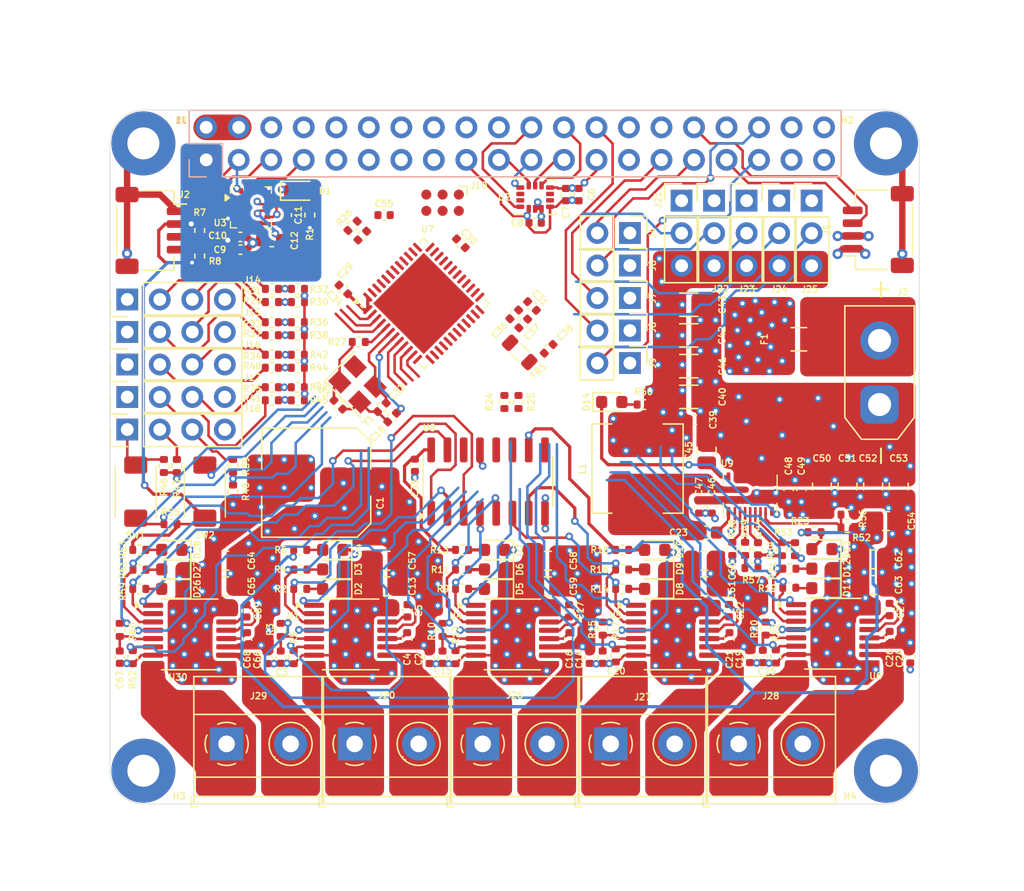
<source format=kicad_pcb>
(kicad_pcb (version 20240108) (generator "pcbnew") (generator_version "8.0")
  (layers (0 "F.Cu" signal) (1 "In1.Cu" power) (2 "In2.Cu" power) (31 "B.Cu" signal) (34 "B.Paste" user) (35 "F.Paste" user) (36 "B.SilkS" user "B.Silkscreen") (37 "F.SilkS" user "F.Silkscreen") (38 "B.Mask" user) (39 "F.Mask" user) (44 "Edge.Cuts" user))
  (net 0 "")
  (net 1 "GND")
  (net 2 "VDD")
  (net 3 "/MotorHub/LargeMotor2/VREF")
  (net 4 "/MotorHub/LargeMotor2/VCP")
  (net 5 "/MotorHub/LargeMotor2/CPH")
  (net 6 "/MotorHub/LargeMotor2/CPL")
  (net 7 "+3V3")
  (net 8 "/Magnometer/SETP")
  (net 9 "/Magnometer/SETC")
  (net 10 "/MotorHub/LargeMotor3/VREF")
  (net 11 "/MotorHub/LargeMotor3/VCP")
  (net 12 "/MotorHub/LargeMotor3/CPL")
  (net 13 "/MotorHub/LargeMotor3/CPH")
  (net 14 "/MotorHub/LargeMotor4/VREF")
  (net 15 "/MotorHub/LargeMotor4/VCP")
  (net 16 "/MotorHub/LargeMotor4/CPL")
  (net 17 "/MotorHub/LargeMotor4/CPH")
  (net 18 "/MotorHub/LargeMotor5/VREF")
  (net 19 "/MotorHub/LargeMotor5/VCP")
  (net 20 "/MotorHub/LargeMotor5/CPL")
  (net 21 "/MotorHub/LargeMotor5/CPH")
  (net 22 "/MotorHub/XTI")
  (net 23 "/MotorHub/XTR")
  (net 24 "+3V3A")
  (net 25 "+5V")
  (net 26 "/MotorHub/LargeMotor1/VREF")
  (net 27 "/MotorHub/LargeMotor1/VCP")
  (net 28 "/MotorHub/LargeMotor1/CPH")
  (net 29 "/MotorHub/LargeMotor1/CPL")
  (net 30 "/PLED")
  (net 31 "/MotorHub/LargeMotor2/DLED")
  (net 32 "/MotorHub/LargeMotor2/ELED")
  (net 33 "/MotorHub/LargeMotor2/FLED")
  (net 34 "/MotorHub/LargeMotor2/FLT")
  (net 35 "/MotorHub/LargeMotor3/DLED")
  (net 36 "/MotorHub/LargeMotor3/ELED")
  (net 37 "/MotorHub/LargeMotor3/FLT")
  (net 38 "/MotorHub/LargeMotor3/FLED")
  (net 39 "/MotorHub/LargeMotor4/DLED")
  (net 40 "/MotorHub/LargeMotor4/ELED")
  (net 41 "/MotorHub/LargeMotor4/FLT")
  (net 42 "/MotorHub/LargeMotor4/FLED")
  (net 43 "/MotorHub/LargeMotor5/DLED")
  (net 44 "/MotorHub/LargeMotor5/ELED")
  (net 45 "/MotorHub/LargeMotor5/FLED")
  (net 46 "/MotorHub/LargeMotor5/FLT")
  (net 47 "/MotorHub/Encoder1/BIN")
  (net 48 "/MotorHub/Encoder1/AIN")
  (net 49 "/MotorHub/Encoder2/AIN")
  (net 50 "/MotorHub/Encoder2/BIN")
  (net 51 "/MotorHub/Encoder3/AIN")
  (net 52 "/MotorHub/Encoder3/BIN")
  (net 53 "/MotorHub/Encoder5/BIN")
  (net 54 "/MotorHub/Encoder5/AIN")
  (net 55 "/RST")
  (net 56 "/SDA1")
  (net 57 "/MotorHub/LargeMotor1/DLED")
  (net 58 "/MotorHub/LargeMotor1/ELED")
  (net 59 "/MotorHub/LargeMotor1/FLED")
  (net 60 "/MotorHub/LargeMotor1/FLT")
  (net 61 "/MOSI")
  (net 62 "/INT0")
  (net 63 "/MISO")
  (net 65 "/CS0")
  (net 66 "/SW1")
  (net 67 "/TX")
  (net 68 "/RX")
  (net 69 "/INT1")
  (net 70 "/SCK")
  (net 71 "/SCL2")
  (net 74 "/SCL1")
  (net 75 "/SW2")
  (net 80 "/SDA2")
  (net 81 "/MotorHub/A1")
  (net 82 "/MotorHub/B1")
  (net 83 "/MotorHub/A2")
  (net 84 "/MotorHub/A3")
  (net 85 "/MotorHub/A4")
  (net 86 "/MotorHub/Encoder4/BIN")
  (net 87 "/MotorHub/Encoder4/AIN")
  (net 88 "/MotorHub/SIG1")
  (net 89 "/MotorHub/SIG2")
  (net 90 "/MotorHub/SIG3")
  (net 91 "/MotorHub/SIG4")
  (net 92 "/MotorHub/SIG5")
  (net 93 "/MotorHub/B2")
  (net 94 "/MotorHub/PH2")
  (net 95 "/MotorHub/CR2")
  (net 96 "/MotorHub/SL2")
  (net 97 "/MotorHub/IR2")
  (net 98 "/MotorHub/PH3")
  (net 99 "/MotorHub/CR3")
  (net 100 "/MotorHub/SL3")
  (net 101 "/MotorHub/IR3")
  (net 102 "/MotorHub/PH4")
  (net 103 "/MotorHub/CR4")
  (net 104 "/MotorHub/SL4")
  (net 105 "/MotorHub/IR4")
  (net 106 "/MotorHub/PH5")
  (net 107 "/MotorHub/CR5")
  (net 108 "/MotorHub/SL5")
  (net 109 "/MotorHub/IR5")
  (net 110 "/MotorHub/XTO")
  (net 111 "/MotorHub/A5")
  (net 112 "/MotorHub/B3")
  (net 113 "/MotorHub/B4")
  (net 114 "/MotorHub/B5")
  (net 115 "/MotorHub/PH1")
  (net 116 "/MotorHub/CR1")
  (net 117 "/MotorHub/SL1")
  (net 118 "/MotorHub/IR1")
  (net 119 "/MotorHub/EN2")
  (net 124 "/MotorHub/LargeMotor2/OUTA")
  (net 125 "/MotorHub/LargeMotor2/OUTB")
  (net 126 "/MotorHub/LargeMotor3/OUTA")
  (net 127 "/MotorHub/LargeMotor3/OUTB")
  (net 128 "/MotorHub/LargeMotor4/OUTB")
  (net 129 "/MotorHub/EN3")
  (net 130 "/MotorHub/EN4")
  (net 131 "/MotorHub/EN5")
  (net 132 "/MotorHub/EN1")
  (net 134 "/MotorHub/LargeMotor4/OUTA")
  (net 135 "/MotorHub/LargeMotor5/OUTB")
  (net 137 "/Magnometer/C1")
  (net 138 "/MotorHub/RDAT")
  (net 139 "/MotorHub/RCLK")
  (net 140 "/MotorHub/RSV")
  (net 141 "/SW3")
  (net 142 "/SW4")
  (net 143 "/SW5")
  (net 144 "Net-(U9-BOOT)")
  (net 145 "Net-(U9-VCC)")
  (net 146 "Net-(D14-A)")
  (net 148 "/SS")
  (net 149 "/FB")
  (net 150 "/SW")
  (net 151 "/PGOOD")
  (net 152 "/TR")
  (net 153 "/EN")
  (net 154 "/BT0")
  (net 159 "/MotorHub/LargeMotor5/OUTA")
  (net 160 "/MotorHub/LargeMotor1/OUTA")
  (net 161 "/MotorHub/LargeMotor1/OUTB")
  (net 162 "/MD")
  (net 163 "Net-(R49-Pad1)")
  (net 166 "/VDDF")
  (net 167 "/MotorHub/BSNS")
  (footprint "Inductor_SMD:L_Changjiang_FXL0630" (layer "F.Cu") (at 138.6 75.4 90)
    (property "Reference" "L1")
    (property "Value" "330nH")
  )
  (footprint "Resistor_SMD:R_0402_1005Metric" (layer "F.Cu") (at 124.887867 83.29174 180)
    (property "Reference" "R11")
    (property "Value" "1k")
  )
  (footprint "Capacitor_SMD:C_0402_1005Metric" (layer "F.Cu") (at 124.8 57.8 135)
    (property "Reference" "C30")
    (property "Value" "100n")
  )
  (footprint "Package_SO:SOIC-16_3.9x9.9mm_P1.27mm" (layer "F.Cu") (at 126.924 76.416 90)
    (property "Reference" "U8")
    (property "Value" "74HC595")
  )
  (footprint "Resistor_SMD:R_0402_1005Metric" (layer "F.Cu") (at 112.2525 81.75)
    (property "Reference" "R6")
    (property "Value" "1k")
  )
  (footprint "Connector_AMASS:AMASS_XT30UPB-M_1x02_P5.0mm_Vertical" (layer "F.Cu") (at 157.5 70.4 90)
    (property "Reference" "J3")
    (property "Value" "Conn_01x02_Pin")
  )
  (footprint "Fuse:Fuse_1206_3216Metric" (layer "F.Cu") (at 151.2 65.3)
    (property "Reference" "F1")
    (property "Value" "Fuse")
  )
  (footprint "LED_SMD:LED_0603_1608Metric" (layer "F.Cu") (at 139.9385 81.75 180)
    (property "Reference" "D10")
    (property "Value" "RLED")
  )
  (footprint "Connector_PinHeader_2.54mm:PinHeader_1x02_P2.54mm_Vertical" (layer "F.Cu") (at 138 59.54 -90)
    (property "Reference" "J6")
    (property "Value" "Conn_01x02_Pin")
  )
  (footprint "Resistor_SMD:R_0402_1005Metric" (layer "F.Cu") (at 149.403 90.077 90)
    (property "Reference" "R22")
    (property "Value" "1k")
  )
  (footprint "Capacitor_SMD:C_0402_1005Metric" (layer "F.Cu") (at 133.251571 86.508792 90)
    (property "Reference" "C17")
    (property "Value" "22n")
  )
  (footprint "Capacitor_SMD:C_0402_1005Metric" (layer "F.Cu") (at 148.387 90.077 -90)
    (property "Reference" "C25")
    (property "Value" "2u2")
  )
  (footprint "Package_LGA:LGA-14_3x2.5mm_P0.5mm_LayoutBorder3x4y" (layer "F.Cu") (at 130.6 54.2)
    (property "Reference" "U2")
    (property "Value" "ICM-42688-P")
  )
  (footprint "Resistor_SMD:R_0402_1005Metric" (layer "F.Cu") (at 111.7445 90.132 90)
    (property "Reference" "R5")
    (property "Value" "1k")
  )
  (footprint "Capacitor_SMD:C_0805_2012Metric" (layer "F.Cu") (at 157.001456 84.49422 180)
    (property "Reference" "C63")
    (property "Value" "22u")
  )
  (footprint "Capacitor_SMD:C_1206_3216Metric" (layer "F.Cu") (at 142.6 67.4)
    (property "Reference" "C41")
    (property "Value" "47u")
  )
  (footprint "Resistor_SMD:R_0402_1005Metric" (layer "F.Cu") (at 112.2525 84.798 180)
    (property "Reference" "R2")
    (property "Value" "1k")
  )
  (footprint "Resistor_SMD:R_0402_1005Metric" (layer "F.Cu") (at 99.6795 81.75)
    (property "Reference" "R63")
    (property "Value" "1k")
  )
  (footprint "TerminalBlock_Phoenix:TerminalBlock_Phoenix_MKDS-1,5-2_1x02_P5.00mm_Horizontal" (layer "F.Cu") (at 146.5 96.905)
    (property "Reference" "J28")
    (property "Value" "Screw_Terminal_01x02")
  )
  (footprint "Resistor_SMD:R_0402_1005Metric" (layer "F.Cu") (at 110.033 69.05)
    (property "Reference" "R35")
    (property "Value" "10k")
  )
  (footprint "Capacitor_SMD:C_0402_1005Metric" (layer "F.Cu") (at 159.9 90.1 -90)
    (property "Reference" "C24")
    (property "Value" "100n")
  )
  (footprint "Capacitor_SMD:C_0402_1005Metric" (layer "F.Cu") (at 118.8 55.6)
    (property "Reference" "C55")
    (property "Value" "10u")
  )
  (footprint "Capacitor_SMD:C_0805_2012Metric" (layer "F.Cu") (at 143.81185 84.59654 180)
    (property "Reference" "C61")
    (property "Value" "22u")
  )
  (footprint "Capacitor_SMD:C_0603_1608Metric" (layer "F.Cu") (at 144 80.4 180)
    (property "Reference" "C23")
    (property "Value" "100n")
  )
  (footprint "Connector_PinHeader_2.54mm:PinHeader_1x02_P2.54mm_Vertical" (layer "F.Cu") (at 138 57 -90)
    (property "Reference" "J4")
    (property "Value" "Conn_01x02_Pin")
  )
  (footprint "MountingHole:MountingHole_2.5mm_Pad" (layer "F.Cu") (at 158 99)
    (property "Reference" "H4")
    (property "Value" "MountingHole_Pad")
  )
  (footprint "Resistor_SMD:R_0402_1005Metric" (layer "F.Cu") (at 104.4 58.8 90)
    (property "Reference" "R8")
    (property "Value" "10k")
  )
  (footprint "Resistor_SMD:R_0402_1005Metric" (layer "F.Cu") (at 101.6 75.2 90)
    (property "Reference" "R46")
    (property "Value" "10k")
  )
  (footprint "LED_SMD:LED_0603_1608Metric" (layer "F.Cu") (at 136.584377 70.2)
    (property "Reference" "D14")
    (property "Value" "GLED")
  )
  (footprint "Resistor_SMD:R_0402_1005Metric" (layer "F.Cu") (at 135.8745 87.9 90)
    (property "Reference" "R15")
    (property "Value" "1k")
  )
  (footprint "Resistor_SMD:R_0402_1005Metric" (layer "F.Cu") (at 102.616 75.2 -90)
    (property "Reference" "R43")
    (property "Value" "10k")
  )
  (footprint "LED_SMD:LED_0603_1608Metric" (layer "F.Cu") (at 139.9385 84.798 180)
    (property "Reference" "D8")
    (property "Value" "WLED")
  )
  (footprint "Capacitor_SMD:C_0402_1005Metric" (layer "F.Cu") (at 108.1 88.7 90)
    (property "Reference" "C68")
    (property "Value" "100n")
  )
  (footprint "LED_SMD:LED_0603_1608Metric" (layer "F.Cu") (at 112.2 53.7)
    (property "Reference" "D1")
    (property "Value" "GLED")
  )
  (footprint "Capacitor_SMD:C_0402_1005Metric" (layer "F.Cu") (at 120.6 88.7 90)
    (property "Reference" "C4")
    (property "Value" "100n")
  )
  (footprint "Resistor_SMD:R_0402_1005Metric" (layer "F.Cu") (at 99.6795 84.798 180)
    (property "Reference" "R59")
    (property "Value" "1k")
  )
  (footprint "Capacitor_SMD:C_0402_1005Metric" (layer "F.Cu") (at 129.674275 64.064904 45)
    (property "Reference" "C37")
    (property "Value" "1u")
  )
  (footprint "Capacitor_SMD:C_0402_1005Metric" (layer "F.Cu") (at 130.6 56.2)
    (property "Reference" "C8")
    (property "Value" "100n")
  )
  (footprint "Resistor_SMD:R_0402_1005Metric" (layer "F.Cu") (at 149.875598 81.694268 -90)
    (property "Reference" "R54")
    (property "Value" "10k")
  )
  (footprint "Resistor_SMD:R_0402_1005Metric" (layer "F.Cu") (at 147.49537 83.165506)
    (property "Reference" "R57")
    (property "Value" "47k")
  )
  (footprint "Capacitor_SMD:C_0402_1005Metric" (layer "F.Cu") (at 134 54 90)
    (property "Reference" "C6")
    (property "Value" "2u2")
  )
  (footprint "Capacitor_SMD:C_0805_2012Metric" (layer "F.Cu") (at 119 82.6 180)
    (property "Reference" "C57")
    (property "Value" "22u")
  )
  (footprint "Resistor_SMD:R_0402_1005Metric" (layer "F.Cu") (at 104.4 56.8 -90)
    (property "Reference" "R7")
    (property "Value" "10k")
  )
  (footprint "LED_SMD:LED_0603_1608Metric" (layer "F.Cu") (at 127.428896 84.800099 180)
    (property "Reference" "D5")
    (property "Value" "WLED")
  )
  (footprint "Resistor_SMD:R_0402_1005Metric" (layer "F.Cu") (at 112.266962 83.288754 180)
    (property "Reference" "R4")
    (property "Value" "1k")
  )
  (footprint "Capacitor_SMD:C_1206_3216Metric" (layer "F.Cu") (at 142.6 69.8)
    (property "Reference" "C40")
    (property "Value" "47u")
  )
  (footprint "Capacitor_SMD:C_0402_1005Metric" (layer "F.Cu") (at 145.737797 86.495613 90)
    (property "Reference" "C22")
    (property "Value" "22n")
  )
  (footprint "Capacitor_SMD:C_0402_1005Metric" (layer "F.Cu") (at 148.004302 81.66662 -90)
    (property "Reference" "C44")
    (property "Value" "220n")
  )
  (footprint "Resistor_SMD:R_0402_1005Metric" (layer "F.Cu") (at 112.065 66.51)
    (property "Reference" "R42")
    (property "Value" "10k")
  )
  (footprint "Connector_PinHeader_2.54mm:PinHeader_1x03_P2.54mm_Vertical" (layer "F.Cu") (at 144.58 54.475)
    (property "Reference" "J22")
    (property "Value" "Conn_01x03_Pin")
  )
  (footprint "Connector:Tag-Connect_TC2030-IDC-NL_2x03_P1.27mm_Vertical" (layer "F.Cu") (at 123.37 54.635 180)
    (property "Reference" "J10")
    (property "Value" "Conn_ARM_SWD_TagConnect_TC2030-NL")
  )
  (footprint "MountingHole:MountingHole_2.5mm_Pad" (layer "F.Cu") (at 99.999999 99.000001)
    (property "Reference" "H3")
    (property "Value" "MountingHole_Pad")
  )
  (footprint "Resistor_SMD:R_0402_1005Metric" (layer "F.Cu") (at 112.065 67.526)
    (property "Reference" "R44")
    (property "Value" "10k")
  )
  (footprint "Connector_PinHeader_2.54mm:PinHeader_1x03_P2.54mm_Vertical" (layer "F.Cu") (at 149.66 54.475)
    (property "Reference" "J24")
    (property "Value" "Conn_01x03_Pin")
  )
  (footprint "Resistor_SMD:R_0402_1005Metric" (layer "F.Cu") (at 112.065 64.986)
    (property "Reference" "R38")
    (property "Value" "10k")
  )
  (footprint "Connector_PinHeader_2.54mm:PinHeader_1x02_P2.54mm_Vertical" (layer "F.Cu") (at 138 62.079999 -90)
    (property "Reference" "J7")
    (property "Value" "Conn_01x02_Pin")
  )
  (footprint "LED_SMD:LED_0603_1608Metric" (layer "F.Cu") (at 153 84.743 180)
    (property "Reference" "D11")
    (property "Value" "WLED")
  )
  (footprint "Resistor_SMD:R_0402_1005Metric" (layer "F.Cu") (at 123.364896 88 90)
    (property "Reference" "R10")
    (property "Value" "1k")
  )
  (footprint "Capacitor_SMD:C_0402_1005Metric" (layer "F.Cu") (at 122.349587 90.145108 -90)
    (property "Reference" "C2")
    (property "Value" "100n")
  )
  (footprint "Package_SO:HTSSOP-16-1EP_4.4x5mm_P0.65mm_EP3.4x5mm_Mask2.46x2.31mm" (layer "F.Cu") (at 103.6165 88.354)
    (property "Reference" "U30")
    (property "Value" "DRV8874PWPR")
  )
  (footprint "Capacitor_SMD:C_0402_1005Metric" (layer "F.Cu") (at 145.7805 88.7 90)
    (property "Reference" "C21")
    (property "Value" "100n")
  )
  (footprint "Package_SO:HTSSOP-16-1EP_4.4x5mm_P0.65mm_EP3.4x5mm_Mask2.46x2.31mm" (layer "F.Cu") (at 141.3355 88.354)
    (property "Reference" "U5")
    (property "Value" "DRV8874PWPR")
  )
  (footprint "Capacitor_SMD:C_1206_3216Metric" (layer "F.Cu") (at 142.6 64.999999)
    (property "Reference" "C42")
    (property "Value" "47u")
  )
  (footprint "Resistor_SMD:R_0402_1005Metric" (layer "F.Cu") (at 99.7 83.3 180)
    (property "Reference" "R61")
    (property "Value" "1k")
  )
  (footprint "Connector_PinHeader_2.54mm:PinHeader_1x04_P2.54mm_Vertical" (layer "F.Cu") (at 98.74 67.272 90)
    (property "Reference" "J16")
    (property "Value" "Conn_01x04_Pin")
  )
  (footprint "Package_LGA:LGA-16_3x3mm_P0.5mm" (layer "F.Cu") (at 108.4 55)
    (property "Reference" "U3")
    (property "Value" "QMC5883L")
  )
  (footprint "Connector_JST:JST_SH_SM04B-SRSS-TB_1x04-1MP_P1.00mm_Horizontal" (layer "F.Cu") (at 100.6 56.8 -90)
    (property "Reference" "J2")
    (property "Value" "Conn_01x04_MountingPin")
  )
  (footprint "Resistor_SMD:R_0402_1005Metric" (layer "F.Cu") (at 110.033 66.51)
    (property "Reference" "R34")
    (property "Value" "10k")
  )
  (footprint "Capacitor_SMD:C_0402_1005Metric" (layer "F.Cu") (at 111.2 55.6 90)
    (property "Reference" "C11")
    (property "Value" "220n")
  )
  (footprint "LED_SMD:LED_0603_1608Metric" (layer "F.Cu") (at 114.7925 83.274 180)
    (property "Reference" "D3")
    (property "Value" "GLED")
  )
  (footprint "Capacitor_SMD:C_0805_2012Metric" (layer "F.Cu") (at 153 76.800001 90)
    (property "Reference" "C50")
    (property "Value" "22u")
  )
  (footprint "Crystal:Crystal_SMD_3225-4Pin_3.2x2.5mm" (layer "F.Cu") (at 116.724 68.812051 -45)
    (property "Reference" "Y1")
    (property "Value" "16MHz")
  )
  (footprint "Resistor_SMD:R_0402_1005Metric" (layer "F.Cu") (at 128.2 70.2 90)
    (property "Reference" "R24")
    (property "Value" "10k")
  )
  (footprint "LED_SMD:LED_0603_1608Metric" (layer "F.Cu") (at 114.7925 81.75 180)
    (property "Reference" "D4")
    (property "Value" "RLED")
  )
  (footprint "Resistor_SMD:R_0402_1005Metric" (layer "F.Cu") (at 110.033 67.526)
    (property "Reference" "R40")
    (property "Value" "10k")
  )
  (footprint "Capacitor_SMD:C_0402_1005Metric" (layer "F.Cu") (at 98.1555 90.132 -90)
    (property "Reference" "C67")
    (property "Value" "2u2")
  )
  (footprint "Resistor_SMD:R_0402_1005Metric" (layer "F.Cu") (at 137.3985 84.798 180)
    (property "Reference" "R14")
    (property "Value" "1k")
  )
  (footprint "Capacitor_SMD:C_0805_2012Metric" (layer "F.Cu") (at 157.001456 82.489727 180)
    (property "Reference" "C62")
    (property "Value" "22u")
  )
  (footprint "Footprints:TS-1088" (layer "F.Cu") (at 104.8 77.2 90)
    (property "Reference" "SW2")
    (property "Value" "SW_Push")
  )
  (footprint "Capacitor_SMD:C_0805_2012Metric" (layer "F.Cu") (at 157 76.800001 90)
    (property "Reference" "C52")
    (property "Value" "22u")
  )
  (footprint "Capacitor_SMD:C_0402_1005Metric" (layer "F.Cu") (at 115.624 61.412051 135)
    (property "Reference" "C34")
    (property "Value" "100n")
  )
  (footprint "Resistor_SMD:R_0402_1005Metric" (layer "F.Cu") (at 112.073966 61.365364)
    (property "Reference" "R32")
    (property "Value" "10k")
  )
  (footprint "Capacitor_SMD:C_0805_2012Metric" (layer "F.Cu") (at 131.6 82.6 180)
    (property "Reference" "C58")
    (property "Value" "22u")
  )
  (footprint "Capacitor_SMD:C_0402_1005Metric" (layer "F.Cu") (at 133.270896 88.7 90)
    (property "Reference" "C16")
    (property "Value" "100n")
  )
  (footprint "Resistor_SMD:R_0402_1005Metric" (layer "F.Cu") (at 150.459075 83.221371 180)
    (property "Reference" "R21")
    (property "Value" "1k")
  )
  (footprint "Capacitor_SMD:C_0603_1608Metric" (layer "F.Cu") (at 110.026889 57.558235 180)
    (property "Reference" "C12")
    (property "Value" "4u7")
  )
  (footprint "MountingHole:MountingHole_2.5mm_Pad" (layer "F.Cu") (at 158 50)
    (property "Reference" "H2")
    (property "Value" "MountingHole_Pad")
  )
  (footprint "Footprints:TPS548B28RWWR" (layer "F.Cu") (at 147.4 77.4 90)
    (property "Reference" "U9")
    (property "Value" "TPS548B28RWWR")
  )
  (footprint "Capacitor_SMD:C_0402_1005Metric" (layer "F.Cu") (at 147.377226 90.078062 -90)
    (property "Reference" "C19")
    (property "Value" "100n")
  )
  (footprint "Resistor_SMD:R_0402_1005Metric" (layer "F.Cu") (at 110.033 70.066)
    (property "Reference" "R41")
    (property "Value" "10k")
  )
  (footprint "Capacitor_SMD:C_0805_2012Metric" (layer "F.Cu") (at 106.4 82.6 180)
    (property "Reference" "C64")
    (property "Value" "22u")
  )
  (footprint "Capacitor_SMD:C_0805_2012Metric" (layer "F.Cu") (at 143.81185 82.59654 180)
    (property "Reference" "C60")
    (property "Value" "22u")
  )
  (footprint "Resistor_SMD:R_0402_1005Metric" (layer "F.Cu") (at 112.065 70.066)
    (property "Reference" "R45")
    (property "Value" "10k")
  )
  (footprint "Resistor_SMD:R_0402_1005Metric" (layer "F.Cu") (at 116.824 65.512051 180)
    (property "Reference" "R27")
    (property "Value" "1k")
  )
  (footprint "Inductor_SMD:L_0805_2012Metric" (layer "F.Cu") (at 129.391432 66.327646 -45)
    (property "Reference" "FB1")
    (property "Value" "FerriteBead")
  )
  (footprint "Resistor_SMD:R_0402_1005Metric" (layer "F.Cu") (at 155 79 180)
    (property "Reference" "R56")
    (property "Value" "100k")
  )
  (footprint "Capacitor_SMD:C_0402_1005Metric" (layer "F.Cu") (at 119.424 71.412051 -135)
    (property "Reference" "C18")
    (property "Value" "100n")
  )
  (footprint "Capacitor_SMD:C_0805_2012Metric" (layer "F.Cu") (at 119 84.6 180)
    (property "Reference" "C13")
    (property "Value" "22u")
  )
  (footprint "TerminalBlock_Phoenix:TerminalBlock_Phoenix_MKDS-1,5-2_1x02_P5.00mm_Horizontal" (layer "F.Cu") (at 116.5 96.905)
    (property "Reference" "J20")
    (property "Value" "Screw_Terminal_01x02")
  )
  (footprint "Resistor_SMD:R_0402_1005Metric" (layer "F.Cu") (at 110.033 63.97)
    (property "Reference" "R33")
    (property "Value" "10k")
  )
  (footprint "Resistor_SMD:R_0402_1005Metric" (layer "F.Cu") (at 112.073966 62.395364)
    (property "Reference" "R30")
    (property "Value" "10k")
  )
  (footprint "Resistor_SMD:R_0402_1005Metric" (layer "F.Cu") (at 137.396074 83.288253 180)
    (property "Reference" "R16")
    (property "Value" "1k")
  )
  (footprint "Resistor_SMD:R_0402_1005Metric" (layer "F.Cu") (at 102.116397 79.735268 180)
    (property "Reference" "R55")
    (property "Value" "10k")
  )
  (footprint "Capacitor_SMD:C_0402_1005Metric" (layer "F.Cu") (at 150.4 77 90)
    (property "Reference" "C48")
    (property "Value" "1u")
  )
  (footprint "Capacitor_SMD:C_0402_1005Metric" (layer "F.Cu") (at 158.293 88.6 90)
    (property "Reference" "C26")
    (property "Value" "100n")
  )
  (footprint "Capacitor_SMD:C_0402_1005Metric" (layer "F.Cu") (at 108.055802 86.512101 90)
    (property "Reference" "C69")
    (property "Value" "22n")
  )
  (footprint "Resistor_SMD:R_0402_1005Metric" (layer "F.Cu") (at 155 80)
    (property "Reference" "R52")
    (property "Value" "12k")
  )
  (footprint "Resistor_SMD:R_0402_1005Metric" (layer "F.Cu") (at 124.888896 81.752099)
    (property "Reference" "R13")
    (property "Value" "1k")
  )
  (footprint "LED_SMD:LED_0603_1608Metric" (layer "F.Cu") (at 102.2195 81.75 180)
    (property "Reference" "D28")
    (property "Value" "RLED")
  )
  (footprint "Resistor_SMD:R_0402_1005Metric" (layer "F.Cu") (at 150.450956 84.707232 180)
    (property "Reference" "R19")
    (property "Value" "1k")
  )
  (footprint "Resistor_SMD:R_0402_1005Metric" (layer "F.Cu") (at 113 55.6 -90)
    (property "Reference" "R1")
    (property "Value" "1k")
  )
  (footprint "Package_DFN_QFN:QFN-48-1EP_7x7mm_P0.5mm_EP5.6x5.6mm" (layer "F.Cu") (at 121.9 62.5 45)
    (property "Reference" "U7")
    (property "Value" "STM32G431CBUx")
  )
  (footprint "Capacitor_SMD:C_0402_1005Metric" (layer "F.Cu") (at 117.1 57.2 -135)
    (property "Reference" "C29")
    (property "Value" "100n")
  )
  (footprint "Package_SO:HTSSOP-16-1EP_4.4x5mm_P0.65mm_EP3.4x5mm_Mask2.46x2.31mm" (layer "F.Cu") (at 153.848 88.299)
    (property "Reference" "U6")
    (property "Value" "DRV8874PWPR")
  )
  (footprint "Resistor_SMD:R_0402_1005Metric" (layer "F.Cu") (at 147 81.673108 90)
    (property "Reference" "R49")
    (property "Value" "200k")
  )
  (footprint "Resistor_SMD:R_0402_1005Metric" (layer "F.Cu") (at 107 75.2 -90)
    (property "Reference" "R39")
    (property "Value" "10k")
  )
  (footprint "LED_SMD:LED_0603_1608Metric" (layer "F.Cu") (at 114.7925 84.798 180)
    (property "Reference" "D2")
    (property "Value" "WLED")
  )
  (footprint "Capacitor_SMD:C_Elec_8x6.2" (layer "F.Cu") (at 113.5 76.5 180)
    (property "Reference" "C1")
    (property "Value" "100u")
  )
  (footprint "Resistor_SMD:R_0402_1005Metric" (layer "F.Cu") (at 107 77.2 -90)
    (property "Reference" "R48")
    (property "Value" "10k")
  )
  (footprint "Capacitor_SMD:C_0805_2012Metric" (layer "F.Cu") (at 155 76.8 90)
    (property "Reference" "C51")
    (property "Value" "22u")
  )
  (footprint "Capacitor_SMD:C_0402_1005Metric" (layer "F.Cu") (at 121.209 75.146 -90)
    (property "Reference" "C35")
    (property "Value" "100n")
  )
  (footprint "Capacitor_SMD:C_0805_2012Metric" (layer "F.Cu") (at 158 79.503995 180)
    (property "Reference" "C54")
    (property "Value" "22u")
  )
  (footprint "Connector_PinHeader_2.54mm:PinHeader_1x03_P2.54mm_Vertical" (layer "F.Cu") (at 142.04 54.475)
    (property "Reference" "J21")
    (property "Value" "Conn_01x03_Pin")
  )
  (footprint "Capacitor_SMD:C_0402_1005Metric" (layer "F.Cu") (at 128.967168 63.357797 45)
    (property "Reference" "C36")
    (property "Value" "100n")
  )
  (footprint "LED_SMD:LED_0603_1608Metric" (layer "F.Cu") (at 127.428896 83.276099 180)
    (property "Reference" "D6")
    (property "Value" "GLED")
  )
  (footprint "Resistor_SMD:R_0402_1005Metric" (layer "F.Cu") (at 124.888896 84.800099 180)
    (property "Reference" "R9")
    (property "Value" "1k")
  )
  (footprint "MountingHole:MountingHole_2.5mm_Pad" (layer "F.Cu") (at 100 50)
    (property "Reference" "H1")
    (property "Value" "MountingHole_Pad")
  )
  (footprint "Resistor_SMD:R_0402_1005Metric" (layer "F.Cu") (at 146 81.673108 -90)
    (property "Reference" "R28")
    (property "Value" "10k")
  )
  (footprint "Connector_PinHeader_2.54mm:PinHeader_1x04_P2.54mm_Vertical" (layer "F.Cu") (at 98.74 69.812 90)
    (property "Reference" "J17")
    (property "Value" "Conn_01x04_Pin")
  )
  (footprint "LED_SMD:LED_0603_1608Metric" (layer "F.Cu") (at 139.9385 83.274 180)
    (property "Reference" "D9")
    (property "Value" "GLED")
  )
  (footprint "Capacitor_SMD:C_0402_1005Metric" (layer "F.Cu") (at 134.857543 90.137151 -90)
    (property "Reference" "C14")
    (property "Value" "100n")
  )
  (footprint "TerminalBlock_Phoenix:TerminalBlock_Phoenix_MKDS-1,5-2_1x02_P5.00mm_Horizontal" (layer "F.Cu") (at 136.5 96.905)
    (property "Reference" "J27")
    (property "Value" "Screw_Terminal_01x02")
  )
  (footprint "Resistor_SMD:R_0402_1005Metric" (layer "F.Cu") (at 136.8905 90 90)
    (property "Reference" "R17")
    (property "Value" "1k")
  )
  (footprint "Capacitor_SMD:C_0402_1005Metric" (layer "F.Cu") (at 151.4 77 90)
    (property "Reference" "C49")
    (property "Value" "1u")
  )
  (footprint "Capacitor_SMD:C_0402_1005Metric" (layer "F.Cu") (at 158.280484 86.408676 90)
    (property "Reference" "C27")
    (property "Value" "22n")
  )
  (footprint "Resistor_SMD:R_0402_1005Metric" (layer "F.Cu") (at 139.074377 70.4)
    (property "Reference" "R50")
    (property "Value" "1k")
  )
  (footprint "Capacitor_SMD:C_0805_2012Metric" (layer "F.Cu") (at 159 76.8 90)
    (property "Reference" "C53")
    (property "Value" "22u")
  )
  (footprint "TerminalBlock_Phoenix:TerminalBlock_Phoenix_MKDS-1,5-2_1x02_P5.00mm_Horizontal" (layer "F.Cu") (at 126.5 96.905)
    (property "Reference" "J26")
    (property "Value" "Screw_Terminal_01x02")
  )
  (footprint "Capacitor_SMD:C_0402_1005Metric" (layer "F.Cu") (at 123.364896 90.134099 -90)
    (property "Reference" "C15")
    (property "Value" "2u2")
  )
  (footprint "Package_SO:HTSSOP-16-1EP_4.4x5mm_P0.65mm_EP3.4x5mm_Mask2.46x2.31mm" (layer "F.Cu") (at 128.825896 88.356099)
    (property "Reference" "U4")
    (property "Value" "DRV8874PWPR")
  )
  (footprint "Resistor_SMD:R_0402_1005Metric" (layer "F.Cu") (at 129.3 70.2 -90)
    (property "Reference" "R25")
    (property "Value" "1k5")
  )
  (footprint "Capacitor_SMD:C_0805_2012Metric" (layer "F.Cu") (at 144 74 -90)
    (property "Reference" "C45")
    (property "Value" "2u2")
  )
  (footprint "Capacitor_SMD:C_0402_1005Metric" (layer "F.Cu") (at 143.1 71.6 180)
    (property "Reference" "C39")
    (property "Value" "100n")
  )
  (footprint "LED_SMD:LED_0603_1608Metric" (layer "F.Cu") (at 153 83.219 180)
    (property "Reference" "D12")
    (property "Value" "GLED")
  )
  (footprint "Capacitor_SMD:C_0402_1005Metric" (layer "F.Cu") (at 118.624 70.612051 45)
    (property "Reference" "C32")
    (property "Value" "12p")
  )
  (footprint "TerminalBlock_Phoenix:TerminalBlock_Phoenix_MKDS-1,5-2_1x02_P5.00mm_Horizontal" (layer "F.Cu") (at 106.5 96.905)
    (property "Reference" "J29")
    (property "Value" "Screw_Terminal_01x02")
  )
  (footprint "Capacitor_SMD:C_0402_1005Metric" (layer "F.Cu") (at 143.4 78.4 -90)
    (property "Reference" "C47")
    (property "Value" "1u")
  )
  (footprint "Capacitor_SMD:C_0805_2012Metric" (layer "F.Cu") (at 106.4 84.6 180)
    (property "Reference" "C65")
    (property "Value" "22u")
  )
  (footprint "Resistor_SMD:R_0402_1005Metric" (layer "F.Cu") (at 137.3985 81.75)
    (property "Reference" "R18")
    (property "Value" "1k")
  )
  (footprint "Capacitor_SMD:C_0402_1005Metric" (layer "F.Cu") (at 130.353 62.7 -45)
    (property "Reference" "C31")
    (property "Value" "100n")
  )
  (footprint "Connector_PinHeader_2.54mm:PinHeader_1x03_P2.54mm_Vertical" (layer "F.Cu") (at 147.12 54.475)
    (property "Reference" "J23")
    (property "Value" "Conn_01x03_Pin")
  )
  (footprint "Capacitor_SMD:C_0402_1005Metric" (layer "F.Cu") (at 120.626364 86.510118 90)
    (property "Reference" "C5")
    (property "Value" "22n")
  )
  (footprint "Resistor_SMD:R_0402_1005Metric" (layer "F.Cu") (at 148.6 87.9 90)
    (property "Reference" "R20")
    (property "Value" "1k")
  )
  (footprint "Capacitor_SMD:C_0402_1005Metric" (layer "F.Cu") (at 109.714325 90.157116 -90)
    (property "Reference" "C66")
    (property "Value" "100n")
  )
  (footprint "Capacitor_SMD:C_1206_3216Metric" (layer "F.Cu") (at 142.6 62.6)
    (property "Reference" "C43")
    (property "Value" "47u")
  )
  (footprint "LED_SMD:LED_0603_1608Metric" (layer "F.Cu") (at 153 81.695 180)
    (property "Reference" "D13")
    (property "Value" "RLED")
  )
  (footprint "Connector_PinHeader_2.54mm:PinHeader_1x02_P2.54mm_Vertical" (layer "F.Cu") (at 138 64.62 -90)
    (property "Reference" "J8")
    (property "Value" "Conn_01x02_Pin")
  )
  (footprint "Resistor_SMD:R_0402_1005Metric" (layer "F.Cu") (at 152.423501 80.370622)
    (property "Reference" "R23")
    (property "Value" "1k")
  )
  (footprint "Capacitor_SMD:C_0402_1005Metric" (layer "F.Cu") (at 144.4 78.4 -90)
    (property "Reference" "C46")
    (property "Value" "1u")
  )
  (footprint "Resistor_SMD:R_0402_1005Metric" (layer "F.Cu") (at 150.9 81.7 90)
    (property "Reference" "R53")
    (property "Value" "75k")
  )
  (footprint "Resistor_SMD:R_0402_1005Metric" (layer "F.Cu") (at 112.065 63.97)
    (property "Reference" "R36")
    (property "Value" "10k")
  )
  (footprint "Connector_PinHeader_2.54mm:PinHeader_1x04_P2.54mm_Vertical" (layer "F.Cu") (at 98.74 72.352 90)
    (property "Reference" "J18")
    (property "Value" "Conn_01x04_Pin")
  )
  (footprint "Capacitor_SMD:C_0402_1005Metric" (layer "F.Cu") (at 107.576675 58.300506)
    (property "Reference" "C9")
    (property "Value" "2u2")
  )
  (footprint "Capacitor_SMD:C_0402_1005Metric" (layer "F.Cu") (at 131.654174 66.044803 45)
    (property "Reference" "C38")
    (property "Value" "1u")
  )
  (footprint "Resistor_SMD:R_0402_1005Metric" (layer "F.Cu") (at 110.7285 88 90)
    (property "Reference" "R3")
    (property "Value" "1k")
  )
  (footprint "Package_SO:HTSSOP-16-1EP_4.4x5mm_P0.65mm_EP3.4x5mm_Mask2.46x2.31mm" (layer "F.Cu") (at 116.1895 88.354)
    (property "Reference" "U1")
    (property "Value" "DRV8874PWPR")
  )
  (footprint "Connector_PinHeader_2.54mm:PinHeader_1x04_P2.54mm_Vertical" (layer "F.Cu") (at 98.74 64.732 90)
    (property "Reference" "J15")
    (property "Value" "Conn_01x04_Pin")
  )
  (footprint "Connector_PinHeader_2.54mm:PinHeader_1x03_P2.54mm_Vertical" (layer "F.Cu") (at 152.2 54.475)
    (property "Reference" "J25")
    (property "Value" "Conn_01x03_Pin")
  )
  (footprint "LED_SMD:LED_0603_1608Metric" (layer "F.Cu") (at 127.428896 81.752099 180)
    (property "Reference" "D7")
    (property "Value" "RLED")
  )
  (footprint "Resistor_SMD:R_0402_1005Metric" (layer "F.Cu") (at 112.065 69.05)
    (property "Reference" "R47")
    (property "Value" "10k")
  )
  (footprint "Capacitor_SMD:C_0402_1005Metric" (layer "F.Cu") (at 115.224 70.412051 135)
    (property "Reference" "C33")
    (property "Value" "12p")
  )
  (footprint "Resistor_SMD:R_0402_1005Metric" (layer "F.Cu") (at 99.1715 90.132 90)
    (property "Reference" "R62")
    (property "Value" "1k")
  )
  (footprint "Connector_JST:JST_SH_SM04B-SRSS-TB_1x04-1MP_P1.00mm_Horizontal" (layer "F.Cu") (at 157.404 56.731 90)
    (property "Reference" "J5")
    (property "Value" "Conn_01x04_MountingPin")
  )
  (footprint "Resistor_SMD:R_0402_1005Metric" (layer "F.Cu") (at 98.1555 88 90)
    (property "Reference" "R60")
    (property "Value" "1k")
  )
  (footprint "LED_SMD:LED_0603_1608Metric" (layer "F.Cu") (at 102.2195 83.274 180)
    (property "Reference" "D27")
    (property "Value" "GLED")
  )
  (footprint "Capacitor_SMD:C_0402_1005Metric" (layer "F.Cu") (at 110.7285 90.132 -90)
    (property "Reference" "C3")
    (property "Value" "2u2")
  )
  (footprint "Resistor_SMD:R_0402_1005Metric" (layer "F.Cu") (at 110.033 64.986)
    (property "Reference" "R37")
    (property "Value" "10k")
  )
  (footprint "Footprints:TS-1088" (layer "F.Cu") (at 99.4 77.2 -90)
    (property "Reference" "SW1")
    (property "Value" "SW_Push")
  )
  (footprint "Resistor_SMD:R_0402_1005Metric" (layer "F.Cu") (at 116.338 56.438 -135)
    (property "Reference" "R26")
    (property "Value" "10k")
  )
  (footprint "Capacitor_SMD:C_0805_2012Metric" (layer "F.Cu") (at 131.6 84.6 180)
    (property "Reference" "C59")
    (property "Value" "22u")
  )
  (footprint "Capacitor_SMD:C_0402_1005Metric" (layer "F.Cu") (at 133 54 90)
    (property "Reference" "C7")
    (property "Value" "100n")
  )
  (footprint "Connector_PinHeader_2.54mm:PinHeader_1x02_P2.54mm_Vertical" (layer "F.Cu") (at 138 67.16 -90)
    (property "Reference" "J9")
    (property "Value" "Conn_01x02_Pin")
  )
  (footprint "Resistor_SMD:R_0402_1005Metric" (layer "F.Cu") (at 110.041966 61.365364)
    (property "Reference" "R31")
    (property "Value" "10k")
  )
  (footprint "Resistor_SMD:R_0402_1005Metric" (layer "F.Cu") (at 124.380896 90.134099 90)
    (property "Reference" "R12")
    (property "Value" "1k")
  )
  (footprint "Connector_PinHeader_2.54mm:PinHeader_1x04_P2.54mm_Vertical" (layer "F.Cu") (at 98.74 62.192 90)
    (property "Reference" "J14")
    (property "Value" "Conn_01x04_Pin")
  )
  (footprint "Resistor_SMD:R_0402_1005Metric" (layer "F.Cu") (at 110.041966 62.395364)
    (property "Reference" "R29")
    (property "Value" "10k")
  )
  (footprint "LED_SMD:LED_0603_1608Metric" (layer "F.Cu") (at 102.2195 84.798 180)
    (property "Reference" "D26")
    (property "Value" "WLED")
  )
  (footprint "Capacitor_SMD:C_0402_1005Metric" (layer "F.Cu") (at 107.569468 57.306007)
    (property "Reference" "C10")
    (property "Value" "100n")
  )
  (footprint "Capacitor_SMD:C_0402_1005Metric" (layer "F.Cu") (at 135.8745 90.132 -90)
    (property "Reference" "C20")
    (property "Value" "2u2")
  )
  (footprint "Connector_PinSocket_2.54mm:PinSocket_2x20_P2.54mm_Vertical" (layer "B.Cu") (at 104.907832 51.286097 -90)
    (property "Reference" "J1")
    (property "Value" "Conn_02x20_Odd_Even")
  )
  (gr_line (start 97.4 99) (end 97.4 50) (stroke (width 0.05)) (layer "Edge.Cuts"))
  (gr_line (start 100 47.4) (end 158 47.4) (stroke (width 0.05)) (layer "Edge.Cuts"))
  (gr_arc (start 97.4 50) (mid 98.161522 48.161522) (end 100 47.4) (stroke (width 0.05)) (layer "Edge.Cuts"))
  (gr_line (start 160.6 50) (end 160.599999 98.999999) (stroke (width 0.05)) (layer "Edge.Cuts"))
  (gr_arc (start 100 101.6) (mid 98.161522 100.838478) (end 97.4 99) (stroke (width 0.05)) (layer "Edge.Cuts"))
  (gr_arc (start 158 47.400001) (mid 159.838478 48.161523) (end 160.6 50) (stroke (width 0.05)) (layer "Edge.Cuts"))
  (gr_line (start 100 101.6) (end 157.999999 101.599999) (stroke (width 0.05)) (layer "Edge.Cuts"))
  (gr_arc (start 160.599999 98.999999) (mid 159.838477 100.838477) (end 157.999999 101.599999) (stroke (width 0.05)) (layer "Edge.Cuts"))
  (segment (start 135.8745 90.612) (end 136.860501 90.612) (width 0.2) (layer "F.Cu") (net 1))
  (segment (start 149.373001 90.557) (end 149.403 90.586999) (width 0.2) (layer "F.Cu") (net 1))
  (segment (start 127.200896 89.981099) (end 128.825896 88.356099) (width 0.2) (layer "F.Cu") (net 1))
  (segment (start 159.9 90.58) (end 159.9 91.1) (width 0.254) (layer "F.Cu") (net 1))
  (segment (start 131.369 78.891) (end 131.369 80.069) (width 0.254) (layer "F.Cu") (net 1))
  (segment (start 112.575 66.51) (end 112.575 64.986) (width 0.2) (layer "F.Cu") (net 1))
  (segment (start 112.575 67) (end 112.575 66.51) (width 0.2) (layer "F.Cu") (net 1))
  (segment (start 131.369 77.731) (end 131.4 77.7) (width 0.254) (layer "F.Cu") (net 1))
  (segment (start 110.15 54.75) (end 110.4 55) (width 0.2) (layer "F.Cu") (net 1))
  (segment (start 121.209 76.091) (end 121.2 76.1) (width 0.254) (layer "F.Cu") (net 1))
  (segment (start 159.279 53.931) (end 159.279 51.279) (width 0.5) (layer "F.Cu") (net 1))
  (segment (start 109.042945 57.767179) (end 109.251889 57.558235) (width 0.5) (layer "F.Cu") (net 1))
  (segment (start 112.575 70.066) (end 112.575 69.05) (width 0.2) (layer "F.Cu") (net 1))
  (segment (start 144.4 78.88) (end 144.4 79.04148) (width 0.254) (layer "F.Cu") (net 1))
  (segment (start 108.049468 57.306007) (end 108.080441 57.306007) (width 0.5) (layer "F.Cu") (net 1))
  (segment (start 131.08 55.132499) (end 131.099999 55.1125) (width 0.2) (layer "F.Cu") (net 1))
  (segment (start 147.8 79.949639) (end 149 81.149639) (width 0.2) (layer "F.Cu") (net 1))
  (segment (start 99.4 75.125) (end 98.74 74.465) (width 0.2) (layer "F.Cu") (net 1))
  (segment (start 148.85338 82.14662) (end 149 82) (width 0.254) (layer "F.Cu") (net 1))
  (segment (start 112.583966 61.9) (end 112.583966 62.395363) (width 0.2) (layer "F.Cu") (net 1))
  (segment (start 98.725 59.6) (end 98.725 58.6) (width 0.5) (layer "F.Cu") (net 1))
  (segment (start 112.583965 63.961035) (end 112.575 63.97) (width 0.2) (layer "F.Cu") (net 1))
  (segment (start 112.420271 89.979) (end 113.327 89.979) (width 0.2) (layer "F.Cu") (net 1))
  (segment (start 135.38 52.14) (end 135.38 51.29) (width 0.2) (layer "F.Cu") (net 1))
  (segment (start 113.327 89.979) (end 114.5645 89.979) (width 0.2) (layer "F.Cu") (net 1))
  (segment (start 148.387 90.557) (end 149.373001 90.557) (width 0.2) (layer "F.Cu") (net 1))
  (segment (start 98.1555 90.612) (end 98.7 90.612) (width 0.2) (layer "F.Cu") (net 1))
  (segment (start 146.2 78.75) (end 146.2 79.978062) (width 0.2) (layer "F.Cu") (net 1))
  (segment (start 146 82.183107) (end 146 82.631191) (width 0.254) (layer "F.Cu") (net 1))
  (segment (start 98.725 58.6) (end 98.725 54) (width 0.5) (layer "F.Cu") (net 1))
  (segment (start 99.1715 90.641999) (end 99.184272 90.641999) (width 0.2) (layer "F.Cu") (net 1))
  (segment (start 131.099999 55.1125) (end 130.805017 54.817518) (width 0.2) (layer "F.Cu") (net 1))
  (segment (start 112.583966 62.395363) (end 112.583965 62.395364) (width 0.2) (layer "F.Cu") (net 1))
  (segment (start 138.473 89.979) (end 139.7105 89.979) (width 0.2) (layer "F.Cu") (net 1))
  (segment (start 110.7285 90.612) (end 111.2 90.612) (width 0.2) (layer "F.Cu") (net 1))
  (segment (start 148.385938 90.558062) (end 148.387 90.557) (width 0.2) (layer "F.Cu") (net 1))
  (segment (start 112.575 64.986) (end 112.575 64.5) (width 0.2) (layer "F.Cu") (net 1))
  (segment (start 148.00537 82.147688) (end 148.004302 82.14662) (width 0.254) (layer "F.Cu") (net 1))
  (segment (start 136.860501 90.612) (end 136.8905 90.641999) (width 0.2) (layer "F.Cu") (net 1))
  (segment (start 131.762501 53.45) (end 132.33 53.45) (width 0.2) (layer "F.Cu") (net 1))
  (segment (start 109.105486 54.75) (end 108.897071 54.541585) (width 0.2) (layer "F.Cu") (net 1))
  (segment (start 118.284589 70.951462) (end 119.084589 71.751462) (width 0.2) (layer "F.Cu") (net 1))
  (segment (start 98.7 90.612) (end 99.141501 90.612) (width 0.2) (layer "F.Cu") (net 1))
  (segment (start 130.8 54.592827) (end 130.805017 54.58781) (width 0.2) (layer "F.Cu") (net 1))
  (segment (start 111.757272 90.641999) (end 112.420271 89.979) (width 0.2) (layer "F.Cu") (net 1))
  (segment (start 124.414501 90.612) (end 124.4445 90.641999) (width 0.2) (layer "F.Cu") (net 1))
  (segment (start 121.209 75.626) (end 121.209 76.091) (width 0.254) (layer "F.Cu") (net 1))
  (segment (start 131.08 56.2) (end 131.08 55.709676) (width 0.2) (layer "F.Cu") (net 1))
  (segment (start 108.541613 57.815568) (end 108.056675 58.300506) (width 0.5) (layer "F.Cu") (net 1))
  (segment (start 148.004302 82.14662) (end 148.85338 82.14662) (width 0.254) (layer "F.Cu") (net 1))
  (segment (start 98.725 54) (end 98.725 51.275) (width 0.5) (layer "F.Cu") (net 1))
  (segment (start 159.279 59.531) (end 159.279 58.636) (width 0.5) (layer "F.Cu") (net 1))
  (segment (start 135.869349 90.617151) (end 135.8745 90.612) (width 0.2) (layer "F.Cu") (net 1))
  (segment (start 149.403 90.586999) (end 149.415772 90.586999) (width 0.2) (layer "F.Cu") (net 1))
  (segment (start 114.5645 89.979) (end 116.1895 88.354) (width 0.2) (layer "F.Cu") (net 1))
  (segment (start 110.2 90.637116) (end 110.703384 90.637116) (width 0.2) (layer "F.Cu") (net 1))
  (segment (start 126.289 74.915999) (end 126.289 73.941) (width 0.254) (layer "F.Cu") (net 1))
  (segment (start 146 82.631191) (end 146.013029 82.64422) (width 0.254) (layer "F.Cu") (net 1))
  (segment (start 152.223 89.924) (end 153.848 88.299) (width 0.2) (layer "F.Cu") (net 1))
  (segment (start 123.353887 90.625108) (end 123.364896 90.614099) (width 0.2) (layer "F.Cu") (net 1))
  (segment (start 139.7105 89.979) (end 141.3355 88.354) (width 0.2) (layer "F.Cu") (net 1))
  (segment (start 159.279 58.636) (end 159.279 53.931) (width 0.5) (layer "F.Cu") (net 1))
  (segment (start 159.279 51.279) (end 158 50) (width 0.5) (layer "F.Cu") (net 1))
  (segment (start 111.2 90.612) (end 111.714501 90.612) (width 0.2) (layer "F.Cu") (net 1))
  (segment (start 116.340224 70.751462) (end 116.900777 70.190909) (width 0.2) (layer "F.Cu") (net 1))
  (segment (start 131.099999 55.1125) (end 130.8 55.1125) (width 0.2) (layer "F.Cu") (net 1))
  (segment (start 147.8 78.75) (end 147.8 79.949639) (width 0.2) (layer "F.Cu") (net 1))
  (segment (start 155.983 58.231) (end 156.388 58.636) (width 0.5) (layer "F.Cu") (net 1))
  (segment (start 110.4 55) (end 110.4 55.458089) (width 0.2) (layer "F.Cu") (net 1))
  (segment (start 110.703384 90.637116) (end 110.7285 90.612) (width 0.2) (layer "F.Cu") (net 1))
  (segment (start 155.404 58.231) (end 155.983 58.231) (width 0.5) (layer "F.Cu") (net 1))
  (segment (start 149 82) (end 149.204267 82.204267) (width 0.254) (layer "F.Cu") (net 1))
  (segment (start 108.541613 57.767179) (end 108.541613 57.815568) (width 0.5) (layer "F.Cu") (net 1))
  (segment (start 126.5 75.2) (end 126.5 75.126999) (width 0.254) (layer "F.Cu") (net 1))
  (segment (start 109.675 54.75) (end 109.105486 54.75) (width 0.2) (layer "F.Cu") (net 1))
  (segment (start 98.725 51.275) (end 100 50) (width 0.5) (layer "F.Cu") (net 1))
  (segment (start 154.634 58.231) (end 155.404 58.231) (width 0.5) (layer "F.Cu") (net 1))
  (segment (start 156.71 51.29) (end 158 50) (width 0.5) (layer "F.Cu") (net 1))
  (segment (start 124.4445 90.641999) (end 124.457272 90.641999) (width 0.2) (layer "F.Cu") (net 1))
  (segment (start 126.5 75.126999) (end 126.289 74.915999) (width 0.254) (layer "F.Cu") (net 1))
  (segment (start 115.563411 70.751462) (end 116.340224 70.751462) (width 0.2) (layer "F.Cu") (net 1))
  (segment (start 112.575 67.526) (end 112.575 67) (width 0.2) (layer "F.Cu") (net 1))
  (segment (start 149.415772 90.586999) (end 150.078771 89.924) (width 0.2) (layer "F.Cu") (net 1))
  (segment (start 101.9915 89.979) (end 103.6165 88.354) (width 0.2) (layer "F.Cu") (net 1))
  (segment (start 112.575 61.430001) (end 112.574999 61.43) (width 0.2) (layer "F.Cu") (net 1))
  (segment (start 124.393668 90.644098) (end 125.056667 89.981099) (width 0.2) (layer "F.Cu") (net 1))
  (segment (start 123.4285 90.612) (end 124.414501 90.612) (width 0.2) (layer "F.Cu") (net 1))
  (segment (start 143.4 78.88) (end 143.9 78.88) (width 0.254) (layer "F.Cu") (net 1))
  (segment (start 122.349587 90.625108) (end 123.353887 90.625108) (width 0.2) (layer "F.Cu") (net 1))
  (segment (start 130.8 55.1125) (end 130.6 55.1125) (width 0.2) (layer "F.Cu") (net 1))
  (segment (start 144.4 79.04148) (end 144.652176 79.293656) (width 0.254) (layer "F.Cu") (net 1))
  (segment (start 134 53.52) (end 135.38 52.14) (width 0.2) (layer "F.Cu") (net 1))
  (segment (start 112.575 69.05) (end 112.575 67.526) (width 0.2) (layer "F.Cu") (net 1))
  (segment (start 112.583966 61.365364) (end 112.583966 61.9) (width 0.2) (layer "F.Cu") (net 1))
  (segment (start 111.714501 90.612) (end 111.7445 90.641999) (width 0.2) (layer "F.Cu") (net 1))
  (segment (start 108.541613 57.767179) (end 109.042945 57.767179) (width 0.5) (layer "F.Cu") (net 1))
  (segment (start 110.9 53.7) (end 110.8 53.6) (width 0.2) (layer "F.Cu") (net 1))
  (segment (start 117.66133 70.951462) (end 118.284589 70.951462) (width 0.2) (layer "F.Cu") (net 1))
  (segment (start 112.583965 62.395364) (end 112.583965 63.961035) (width 0.2) (layer "F.Cu") (net 1))
  (segment (start 148.00537 83.165506) (end 148.00537 82.147688) (width 0.254) (layer "F.Cu") (net 1))
  (segment (start 146.2 79.978062) (end 145.921447 80.256615) (width 0.2) (layer "F.Cu") (net 1))
  (segment (start 99.834999 74.690001) (end 99.4 75.125) (width 0.2) (layer "F.Cu") (net 1))
  (segment (start 132.33 53.45) (end 132.4 53.52) (width 0.2) (layer "F.Cu") (net 1))
  (segment (start 131.369 78.891) (end 131.369 77.731) (width 0.254) (layer "F.Cu") (net 1))
  (segment (start 109.714325 90.637116) (end 110.2 90.637116) (width 0.2) (layer "F.Cu") (net 1))
  (segment (start 110.108089 55.75) (end 109.675 55.75) (width 0.2) (layer "F.Cu") (net 1))
  (segment (start 108.080441 57.306007) (end 108.541613 57.767179) (width 0.5) (layer "F.Cu") (net 1))
  (segment (start 131.369 80.069) (end 131.4 80.1) (width 0.254) (layer "F.Cu") (net 1))
  (segment (start 109.675 54.75) (end 110.15 54.75) (width 0.2) (layer "F.Cu") (net 1))
  (segment (start 98.74 74.465) (end 98.74 72.352) (width 0.2) (layer "F.Cu") (net 1))
  (segment (start 150.9855 89.924) (end 152.223 89.924) (width 0.2) (layer "F.Cu") (net 1))
  (segment (start 111.412499 53.7) (end 110.9 53.7) (width 0.2) (layer "F.Cu") (net 1))
  (segment (start 147.377226 90.558062) (end 148.385938 90.558062) (width 0.2) (layer "F.Cu") (net 1))
  (segment (start 116.900777 70.190909) (end 117.66133 70.951462) (width 0.2) (layer "F.Cu") (net 1))
  (segment (start 149 81.149639) (end 149 82) (width 0.254) (layer "F.Cu") (net 1))
  (segment (start 150.078771 89.924) (end 150.9855 89.924) (width 0.2) (layer "F.Cu") (net 1))
  (segment (start 99.141501 90.612) (end 99.1715 90.641999) (width 0.2) (layer "F.Cu") (net 1))
  (segment (start 125.963396 89.981099) (end 127.200896 89.981099) (width 0.2) (layer "F.Cu") (net 1))
  (segment (start 131.08 55.709676) (end 131.08 55.132499) (width 0.2) (layer "F.Cu") (net 1))
  (segment (start 112.575 64.5) (end 112.575 63.97) (width 0.2) (layer "F.Cu") (net 1))
  (segment (start 100.754 89.979) (end 101.9915 89.979) (width 0.2) (layer "F.Cu") (net 1))
  (segment (start 99.847271 89.979) (end 100.754 89.979) (width 0.2) (layer "F.Cu") (net 1))
  (segment (start 125.056667 89.981099) (end 125.963396 89.981099) (width 0.2) (layer "F.Cu") (net 1))
  (segment (start 154.229 58.636) (end 154.634 58.231) (width 0.5) (layer "F.Cu") (net 1))
  (segment (start 111.7445 90.641999) (end 111.757272 90.641999) (width 0.2) (layer "F.Cu") (net 1))
  (segment (start 136.903272 90.641999) (end 137.566271 89.979) (width 0.2) (layer "F.Cu") (net 1))
  (segment (start 101.3 54) (end 98.725 54) (width 0.5) (layer "F.Cu") (net 1))
  (segment (start 132.4 53.52) (end 134 53.52) (width 0.2) (layer "F.Cu") (net 1))
  (segment (start 110.4 55.458089) (end 110.108089 55.75) (width 0.2) (layer "F.Cu") (net 1))
  (segment (start 130.805017 54.817518) (end 130.805017 54.58781) (width 0.2) (layer "F.Cu") (net 1))
  (segment (start 102.6 55.3) (end 101.3 54) (width 0.5) (layer "F.Cu") (net 1))
  (segment (start 99.184272 90.641999) (end 99.847271 89.979) (width 0.2) (layer "F.Cu") (net 1))
  (segment (start 134.857543 90.617151) (end 135.869349 90.617151) (width 0.2) (layer "F.Cu") (net 1))
  (segment (start 149.204267 82.204267) (end 149.875598 82.204267) (width 0.254) (layer "F.Cu") (net 1))
  (segment (start 130.8 55.1125) (end 130.8 54.592827) (width 0.2) (layer "F.Cu") (net 1))
  (segment (start 137.566271 89.979) (end 138.473 89.979) (width 0.2) (layer "F.Cu") (net 1))
  (segment (start 143.9 78.88) (end 144.4 78.88) (width 0.254) (layer "F.Cu") (net 1))
  (segment (start 101.6 74.690001) (end 99.834999 74.690001) (width 0.2) (layer "F.Cu") (net 1))
  (via (at 112.575 64.5) (size 0.6) (drill 0.3) (layers "F.Cu" "B.Cu") (net 1))
  (via (at 131.4 77.7) (size 0.6) (drill 0.3) (layers "F.Cu" "B.Cu") (net 1))
  (via (at 155.7 86.3) (size 0.6) (drill 0.3) (layers "F.Cu" "B.Cu") (net 1))
  (via (at 140 88.9) (size 0.6) (drill 0.3) (layers "F.Cu" "B.Cu") (net 1))
  (via (at 110.2 90.637116) (size 0.6) (drill 0.3) (layers "F.Cu" "B.Cu") (net 1))
  (via (at 145.921447 80.256615) (size 0.6) (drill 0.3) (layers "F.Cu" "B.Cu") (net 1))
  (via (at 153.4 87.6) (size 0.6) (drill 0.3) (layers "F.Cu" "B.Cu") (net 1))
  (via (at 111 74.7) (size 0.6) (drill 0.3) (layers "F.Cu" "B.Cu") (net 1))
  (via (at 159.279 58.636) (size 0.8) (drill 0.4) (layers "F.Cu" "B.Cu") (net 1))
  (via (at 153.4 89.8) (size 0.6) (drill 0.3) (layers "F.Cu" "B.Cu") (net 1))
  (via (at 154.3 90.7) (size 0.6) (drill 0.3) (layers "F.Cu" "B.Cu") (net 1))
  (via (at 153.5 84) (size 0.6) (drill 0.3) (layers "F.Cu" "B.Cu") (net 1))
  (via (at 128.4 87.7) (size 0.6) (drill 0.3) (layers "F.Cu" "B.Cu") (net 1))
  (via (at 112.575 67) (size 0.6) (drill 0.3) (layers "F.Cu" "B.Cu") (net 1))
  (via (at 150.9 76.3) (size 0.6) (drill 0.3) (layers "F.Cu" "B.Cu") (net 1))
  (via (at 156.388 58.636) (size 0.8) (drill 0.4) (layers "F.Cu" "B.Cu") (net 1))
  (via (at 114.9 88.9) (size 0.6) (drill 0.3) (layers "F.Cu" "B.Cu") (net 1))
  (via (at 152.7 69.9) (size 0.6) (drill 0.3) (layers "F.Cu" "B.Cu") (net 1))
  (via (at 145.7 74.7) (size 0.6) (drill 0.3) (layers "F.Cu" "B.Cu") (net 1))
  (via (at 113.1 74.7) (size 0.6) (drill 0.3) (layers "F.Cu" "B.Cu") (net 1))
  (via (at 141.7 88.8) (size 0.6) (drill 0.3) (layers "F.Cu" "B.Cu") (net 1))
  (via (at 114.9 90.8) (size 0.6) (drill 0.3) (layers "F.Cu" "B.Cu") (net 1))
  (via (at 143.5 63.8) (size 0.6) (drill 0.3) (layers "F.Cu" "B.Cu") (net 1))
  (via (at 143.2 86.4) (size 0.6) (drill 0.3) (layers "F.Cu" "B.Cu") (net 1))
  (via (at 144.7 70.9) (size 0.6) (drill 0.3) (layers "F.Cu" "B.Cu") (net 1))
  (via (at 152.5 88.8) (size 0.6) (drill 0.3) (layers "F.Cu" "B.Cu") (net 1))
  (via (at 140 90.8) (size 0.6) (drill 0.3) (layers "F.Cu" "B.Cu") (net 1))
  (via (at 159.9 75.2) (size 0.6) (drill 0.3) (layers "F.Cu" "B.Cu") (net 1))
  (via (at 117.5 87.7) (size 0.6) (drill 0.3) (layers "F.Cu" "B.Cu") (net 1))
  (via (at 152.5 90.7) (size 0.6) (drill 0.3) (layers "F.Cu" "B.Cu") (net 1))
  (via (at 104.8 91.9) (size 0.6) (drill 0.3) (layers "F.Cu" "B.Cu") (net 1))
  (via (at 141.8 90.8) (size 0.6) (drill 0.3) (layers "F.Cu" "B.Cu") (net 1))
  (via (at 108.541613 57.767179) (size 0.8) (drill 0.4) (layers "F.Cu" "B.Cu") (net 1))
  (via (at 144.2 91.2) (size 0.6) (drill 0.3) (layers "F.Cu" "B.Cu") (net 1))
  (via (at 113.1 76.9) (size 0.6) (drill 0.3) (layers "F.Cu" "B.Cu") (net 1))
  (via (at 102.3 90.8) (size 0.6) (drill 0.3) (layers "F.Cu" "B.Cu") (net 1))
  (via (at 104.6 82.9) (size 0.6) (drill 0.3) (layers "F.Cu" "B.Cu") (net 1))
  (via (at 131.08 55.709676) (size 0.6) (drill 0.3) (layers "F.Cu" "B.Cu") (net 1))
  (via (at 103.2 87.7) (size 0.6) (drill 0.3) (layers "F.Cu" "B.Cu") (net 1))
  (via (at 141.8 86.5) (size 0.6) (drill 0.3) (layers "F.Cu" "B.Cu") (net 1))
  (via (at 98.725 58.6) (size 0.8) (drill 0.4) (layers "F.Cu" "B.Cu") (net 1))
  (via (at 103 91.9) (size 0.6) (drill 0.3) (layers "F.Cu" "B.Cu") (net 1))
  (via (at 155.1 87.6) (size 0.6) (drill 0.3) (layers "F.Cu" "B.Cu") (net 1))
  (via (at 129.2 88.8) (size 0.6) (drill 0.3) (layers "F.Cu" "B.Cu") (net 1))
  (via (at 140.9 89.9) (size 0.6) (drill 0.3) (layers "F.Cu" "B.Cu") (net 1))
  (via (at 129.3 86.5) (size 0.6) (drill 0.3) (layers "F.Cu" "B.Cu") (net 1))
  (via (at 153.1 91.9) (size 0.6) (drill 0.3) (layers "F.Cu" "B.Cu") (net 1))
  (via (at 147.995906 82.653617) (size 0.6) (drill 0.3) (layers "F.Cu" "B.Cu") (net 1))
  (via (at 143.5 66.2) (size 0.6) (drill 0.3) (layers "F.Cu" "B.Cu") (net 1))
  (via (at 135.367171 90.651253) (size 0.6) (drill 0.3) (layers "F.Cu" "B.Cu") (net 1))
  (via (at 102.3 86.6) (size 0.6) (drill 0.3) (layers "F.Cu" "B.Cu") (net 1))
  (via (at 116.7 90.8) (size 0.6) (drill 0.3) (layers "F.Cu" "B.Cu") (net 1))
  (via (at 157.3 80.8) (size 0.6) (drill 0.3) (layers "F.Cu" "B.Cu") (net 1))
  (via (at 104.6 85) (size 0.6) (drill 0.3) (layers "F.Cu" "B.Cu") (net 1))
  (via (at 149.9 72.8) (size 0.6) (drill 0.3) (layers "F.Cu" "B.Cu") (net 1))
  (via (at 119.4 91.4) (size 0.6) (drill 0.3) (layers "F.Cu" "B.Cu") (net 1))
  (via (at 127.5 90.8) (size 0.6) (drill 0.3) (layers "F.Cu" "B.Cu") (net 1))
  (via (at 128.2 91.9) (size 0.6) (drill 0.3) (layers "F.Cu" "B.Cu") (net 1))
  (via (at 154.2 88.7) (size 0.6) (drill 0.3) (layers "F.Cu" "B.Cu") (net 1))
  (via (at 157.2 91.1) (size 0.6) (drill 0.3) (layers "F.Cu" "B.Cu") (net 1))
  (via (at 142.7 89.9) (size 0.6) (drill 0.3) (layers "F.Cu" "B.Cu") (net 1))
  (via (at 158.3 73.7) (size 0.6) (drill 0.3) (layers "F.Cu" "B.Cu") (net 1))
  (via (at 104.9 87.7) (size 0.6) (drill 0.3) (layers "F.Cu" "B.Cu") (net 1))
  (via (at 149 82) (size 0.6) (drill 0.3) (layers "F.Cu" "B.Cu") (net 1))
  (via (at 130.1 87.7) (size 0.6) (drill 0.3) (layers "F.Cu" "B.Cu") (net 1))
  (via (at 144.7 63.8) (size 0.6) (drill 0.3) (layers "F.Cu" "B.Cu") (net 1))
  (via (at 110.8 53.6) (size 0.6) (drill 0.3) (layers "F.Cu" "B.Cu") (net 1))
  (via (at 127.5 86.6) (size 0.6) (drill 0.3) (layers "F.Cu" "B.Cu") (net 1))
  (via (at 131.4 80.1) (size 0.6) (drill 0.3) (layers "F.Cu" "B.Cu") (net 1))
  (via (at 148.866414 90.603263) (size 0.6) (drill 0.3) (layers "F.Cu" "B.Cu") (net 1))
  (via (at 105 89.9) (size 0.6) (drill 0.3) (layers "F.Cu" "B.Cu") (net 1))
  (via (at 109.1 76.9) (size 0.6) (drill 0.3) (layers "F.Cu" "B.Cu") (net 1))
  (via (at 140 86.6) (size 0.6) (drill 0.3) (layers "F.Cu" "B.Cu") (net 1))
  (via (at 142.6 87.7) (size 0.6) (drill 0.3) (layers "F.Cu" "B.Cu") (net 1))
  (via (at 155.5 81.5) (size 0.6) (drill 0.3) (layers "F.Cu" "B.Cu") (net 1))
  (via (at 144.652176 79.293656) (size 0.6) (drill 0.3) (layers "F.Cu" "B.Cu") (net 1))
  (via (at 128.4 89.9) (size 0.6) (drill 0.3) (layers "F.Cu" "B.Cu") (net 1))
  (via (at 130.7 86.4) (size 0.6) (drill 0.3) (layers "F.Cu" "B.Cu") (net 1))
  (via (at 136.388498 90.634938) (size 0.6) (drill 0.3) (layers "F.Cu" "B.Cu") (net 1))
  (via (at 107 78.2) (size 0.6) (drill 0.3) (layers "F.Cu" "B.Cu") (net 1))
  (via (at 146.013029 82.64422) (size 0.6) (drill 0.3) (layers "F.Cu" "B.Cu") (net 1))
  (via (at 149.7 70) (size 0.6) (drill 0.3) (layers "F.Cu" "B.Cu") (net 1))
  (via (at 156.2 80.1) (size 0.6) (drill 0.3) (layers "F.Cu" "B.Cu") (net 1))
  (via (at 154.229 58.636) (size 0.8) (drill 0.4) (layers "F.Cu" "B.Cu") (net 1))
  (via (at 155.1 74.5) (size 0.6) (drill 0.3) (layers "F.Cu" "B.Cu") (net 1))
  (via (at 104 88.8) (size 0.6) (drill 0.3) (layers "F.Cu" "B.Cu") (net 1))
  (via (at 122.861375 90.662409) (size 0.6) (drill 0.3) (layers "F.Cu" "B.Cu") (net 1))
  (via (at 109.1 74.7) (size 0.6) (drill 0.3) (layers "F.Cu" "B.Cu") (net 1))
  (via (at 155.1 83.1) (size 0.6) (drill 0.3) (layers "F.Cu" "B.Cu") (net 1))
  (via (at 144.7 66.2) (size 0.6) (drill 0.3) (layers "F.Cu" "B.Cu") (net 1))
  (via (at 144.7 68.6) (size 0.6) (drill 0.3) (layers "F.Cu" "B.Cu") (net 1))
  (via (at 158 76.3) (size 0.6) (drill 0.3) (layers "F.Cu" "B.Cu") (net 1))
  (via (at 104.1 86.5) (size 0.6) (drill 0.3) (layers "F.Cu" "B.Cu") (net 1))
  (via (at 126.5 75.2) (size 0.6) (drill 0.3) (layers "F.Cu" "B.Cu") (net 1))
  (via (at 114.9 86.6) (size 0.6) (drill 0.3) (layers "F.Cu" "B.Cu") (net 1))
  (via (at 143.9 78.88) (size 0.6) (drill 0.3) (layers "F.Cu" "B.Cu") (net 1))
  (via (at 153.4 85.5) (size 0.6) (drill 0.3) (layers "F.Cu" "B.Cu") (net 1))
  (via (at 148.3 74.6) (size 0.6) (drill 0.3) (layers "F.Cu" "B.Cu") (net 1))
  (via (at 112.6 69.555851) (size 0.6) (drill 0.3) (layers "F.Cu" "B.Cu") (net 1))
  (via (at 105.5 80.9) (size 0.6) (drill 0.3) (layers "F.Cu" "B.Cu") (net 1))
  (via (at 105.9 91.1) (size 0.6) (drill 0.3) (layers "F.Cu" "B.Cu") (net 1))
  (via (at 152.5 86.5) (size 0.6) (drill 0.3) (layers "F.Cu" "B.Cu") (net 1))
  (via (at 110.422756 55.545965) (size 0.6) (drill 0.3) (layers "F.Cu" "B.Cu") (net 1))
  (via (at 155.1 84.193201) (size 0.6) (drill 0.3) (layers "F.Cu" "B.Cu") (net 1))
  (via (at 154 76.3) (size 0.6) (drill 0.3) (layers "F.Cu" "B.Cu") (net 1))
  (via (at 102.8 84) (size 0.6) (drill 0.3) (layers "F.Cu" "B.Cu") (net 1))
  (via (at 133.507369 53.492121) (size 0.6) (drill 0.3) (layers "F.Cu" "B.Cu") (net 1))
  (via (at 111 76.9) (size 0.6) (drill 0.3) (layers "F.Cu" "B.Cu") (net 1))
  (via (at 108.897071 54.541585) (size 0.6) (drill 0.3) (layers "F.Cu" "B.Cu") (net 1))
  (via (at 145.1 72.8) (size 0.6) (drill 0.3) (layers "F.Cu" "B.Cu") (net 1))
  (via (at 123.848115 90.662409) (size 0.6) (drill 0.3) (layers "F.Cu" "B.Cu") (net 1))
  (via (at 117.6 89.9) (size 0.6) (drill 0.3) (layers "F.Cu" "B.Cu") (net 1))
  (via (at 159.9 91.1) (size 0.6) (drill 0.3) (layers "F.Cu" "B.Cu") (net 1))
  (via (at 112.583966 61.9) (size 0.6) (drill 0.3) (layers "F.Cu" "B.Cu") (net 1))
  (via (at 127.5 88.9) (size 0.6) (drill 0.3) (layers "F.Cu" "B.Cu") (net 1))
  (via (at 156 76.3) (size 0.6) (drill 0.3) (layers "F.Cu" "B.Cu") (net 1))
  (via (at 147.907084 90.583684) (size 0.6) (drill 0.3) (layers "F.Cu" "B.Cu") (net 1))
  (via (at 103.2 89.9) (size 0.6) (drill 0.3) (layers "F.Cu" "B.Cu") (net 1))
  (via (at 155 91.9) (size 0.6) (drill 0.3) (layers "F.Cu" "B.Cu") (net 1))
  (via (at 147.1 71.7) (size 0.6) (drill 0.3) (layers "F.Cu" "B.Cu") (net 1))
  (via (at 130.2 91.8) (size 0.6) (drill 0.3) (layers "F.Cu" "B.Cu") (net 1))
  (via (at 118.1 86.4) (size 0.6) (drill 0.3) (layers "F.Cu" "B.Cu") (net 1))
  (via (at 143.5 70.9) (size 0.6) (drill 0.3) (layers "F.Cu" "B.Cu") (net 1))
  (via (at 142.8 91.7) (size 0.6) (drill 0.3) (layers "F.Cu" "B.Cu") (net 1))
  (via (at 115.8 87.7) (size 0.6) (drill 0.3) (layers "F.Cu" "B.Cu") (net 1))
  (via (at 156.4 85.5) (size 0.6) (drill 0.3) (layers "F.Cu" "B.Cu") (net 1))
  (via (at 155.8 91) (size 0.6) (drill 0.3) (layers "F.Cu" "B.Cu") (net 1))
  (via (at 106.9 91.9) (size 0.6) (drill 0.3) (layers "F.Cu" "B.Cu") (net 1))
  (via (at 129.3 90.8) (size 0.6) (drill 0.3) (layers "F.Cu" "B.Cu") (net 1))
  (via (at 111.2 90.612) (size 0.6) (drill 0.3) (layers "F.Cu" "B.Cu") (net 1))
  (via (at 104.1 90.8) (size 0.6) (drill 0.3) (layers "F.Cu" "B.Cu") (net 1))
  (via (at 151.9 74.8) (size 0.6) (drill 0.3) (layers "F.Cu" "B.Cu") (net 1))
  (via (at 109.2 78.4) (size 0.6) (drill 0.3) (layers "F.Cu" "B.Cu") (net 1))
  (via (at 105.5 86.4) (size 0.6) (drill 0.3) (layers "F.Cu" "B.Cu") (net 1))
  (via (at 130.2 89.9) (size 0.6) (drill 0.3) (layers "F.Cu" "B.Cu") (net 1))
  (via (at 130.805017 54.58781) (size 0.6) (drill 0.3) (layers "F.Cu" "B.Cu") (net 1))
  (via (at 116.6 88.8) (size 0.6) (drill 0.3) (layers "F.Cu" "B.Cu") (net 1))
  (via (at 115.7 91.9) (size 0.6) (drill 0.3) (layers "F.Cu" "B.Cu") (net 1))
  (via (at 115.8 89.9) (size 0.6) (drill 0.3) (layers "F.Cu" "B.Cu") (net 1))
  (via (at 153.9 72.1) (size 0.6) (drill 0.3) (layers "F.Cu" "B.Cu") (net 1))
  (via (at 134.450323 53.069676) (size 0.6) (drill 0.3) (layers "F.Cu" "B.Cu") (net 1))
  (via (at 140.9 87.7) (size 0.6) (drill 0.3) (layers "F.Cu" "B.Cu") (net 1))
  (via (at 102.3 88.9) (size 0.6) (drill 0.3) (layers "F.Cu" "B.Cu") (net 1))
  (via (at 98.7 90.612) (size 0.6) (drill 0.3) (layers "F.Cu" "B.Cu") (net 1))
  (via (at 146.5 69.8) (size 0.6) (drill 0.3) (layers "F.Cu" "B.Cu") (net 1))
  (via (at 131.5 91.2) (size 0.6) (drill 0.3) (layers "F.Cu" "B.Cu") (net 1))
  (via (at 121.2 76.1) (size 0.6) (drill 0.3) (layers "F.Cu" "B.Cu") (net 1))
  (via (at 155.2 89.8) (size 0.6) (drill 0.3) (layers "F.Cu" "B.Cu") (net 1))
  (via (at 143.5 68.6) (size 0.6) (drill 0.3) (layers "F.Cu" "B.Cu") (net 1))
  (via (at 155.1 85.3) (size 0.6) (drill 0.3) (layers "F.Cu" "B.Cu") (net 1))
  (via (at 140.7 91.9) (size 0.6) (drill 0.3) (layers "F.Cu" "B.Cu") (net 1))
  (via (at 154.4 86.5) (size 0.6) (drill 0.3) (layers "F.Cu" "B.Cu") (net 1))
  (via (at 116.7 86.5) (size 0.6) (drill 0.3) (layers "F.Cu" "B.Cu") (net 1))
  (via (at 156.3 83.5) (size 0.6) (drill 0.3) (layers "F.Cu" "B.Cu") (net 1))
  (via (at 117.9 91.7) (size 0.6) (drill 0.3) (layers "F.Cu" "B.Cu") (net 1))
  (segment (start 120.451 89.329) (end 120.6 89.18) (width 0.2) (layer "F.Cu") (net 2))
  (segment (start 145.6315 89.329) (end 145.7805 89.18) (width 0.2) (layer "F.Cu") (net 2))
  (segment (start 144.198 89.329) (end 145.6315 89.329) (width 0.2) (layer "F.Cu") (net 2))
  (segment (start 107.951 89.329) (end 108.1 89.18) (width 0.2) (layer "F.Cu") (net 2))
  (segment (start 106.479 89.329) (end 107.951 89.329) (width 0.2) (layer "F.Cu") (net 2))
  (via (at 160 86.7) (size 0.6) (drill 0.3) (layers "F.Cu" "B.Cu") (net 2))
  (via (at 148 66.9) (size 0.6) (drill 0.3) (layers "F.Cu" "B.Cu") (net 2))
  (via (at 158.2 78.5) (size 0.6) (drill 0.3) (layers "F.Cu" "B.Cu") (net 2))
  (via (at 135.4 82.1) (size 0.6) (drill 0.3) (layers "F.Cu" "B.Cu") (net 2))
  (via (at 149 65.9) (size 0.6) (drill 0.3) (layers "F.Cu" "B.Cu") (net 2))
  (via (at 145.8 85.1) (size 0.6) (drill 0.3) (layers "F.Cu" "B.Cu") (net 2))
  (via (at 147.7 87.9) (size 0.6) (drill 0.3) (layers "F.Cu" "B.Cu") (net 2))
  (via (at 106.8 83.6) (size 0.6) (drill 0.3) (layers "F.Cu" "B.Cu") (net 2))
  (via (at 159.9 89) (size 0.6) (drill 0.3) (layers "F.Cu" "B.Cu") (net 2))
  (via (at 148.1 64.9) (size 0.6) (drill 0.3) (layers "F.Cu" "B.Cu") (net 2))
  (via (at 115.7 78.5) (size 0.6) (drill 0.3) (layers "F.Cu" "B.Cu") (net 2))
  (via (at 148.3 84.2) (size 0.6) (drill 0.3) (layers "F.Cu" "B.Cu") (net 2))
  (via (at 109.2 89.2) (size 0.6) (drill 0.3) (layers "F.Cu" "B.Cu") (net 2))
  (via (at 147.2 85.5) (size 0.6) (drill 0.3) (layers "F.Cu" "B.Cu") (net 2))
  (via (at 123 86.1) (size 0.6) (drill 0.3) (layers "F.Cu" "B.Cu") (net 2))
  (via (at 115.624047 76.537641) (size 0.6) (drill 0.3) (layers "F.Cu" "B.Cu") (net 2))
  (via (at 147.2 65.6) (size 0.6) (drill 0.3) (layers "F.Cu" "B.Cu") (net 2))
  (via (at 156 77.6) (size 0.6) (drill 0.3) (layers "F.Cu" "B.Cu") (net 2))
  (via (at 121.5 81.1) (size 0.6) (drill 0.3) (layers "F.Cu" "B.Cu") (net 2))
  (via (at 118.635013 76.802652) (size 0.6) (drill 0.3) (layers "F.Cu" "B.Cu") (net 2))
  (via (at 159.7 80.4) (size 0.6) (drill 0.3) (layers "F.Cu" "B.Cu") (net 2))
  (via (at 149.4 77.3) (size 0.6) (drill 0.3) (layers "F.Cu" "B.Cu") (net 2))
  (via (at 159.3 88) (size 0.6) (drill 0.3) (layers "F.Cu" "B.Cu") (net 2))
  (via (at 155.291207 78.451235) (size 0.6) (drill 0.3) (layers "F.Cu" "B.Cu") (net 2))
  (via (at 150.1 63.8) (size 0.6) (drill 0.3) (layers "F.Cu" "B.Cu") (net 2))
  (via (at 121.9 89.2) (size 0.6) (drill 0.3) (layers "F.Cu" "B.Cu") (net 2))
  (via (at 134.3 89.3) (size 0.6) (drill 0.3) (layers "F.Cu" "B.Cu") (net 2))
  (via (at 146 83.6) (size 0.6) (drill 0.3) (layers "F.Cu" "B.Cu") (net 2))
  (via (at 122.5 88.2) (size 0.6) (drill 0.3) (layers "F.Cu" "B.Cu") (net 2))
  (via (at 157.7 83.5) (size 0.6) (drill 0.3) (layers "F.Cu" "B.Cu") (net 2))
  (via (at 109.7 80.3) (size 0.6) (drill 0.3) (layers "F.Cu" "B.Cu") (net 2))
  (via (at 111.8 80.1) (size 0.6) (drill 0.3) (layers "F.Cu" "B.Cu") (net 2))
  (via (at 146.2 63.4) (size 0.6) (drill 0.3) (layers "F.Cu" "B.Cu") (net 2))
  (via (at 135.4 84.6) (size 0.6) (drill 0.3) (layers "F.Cu" "B.Cu") (net 2))
  (via (at 108.9 83.6) (size 0.6) (drill 0.3) (layers "F.Cu" "B.Cu") (net 2))
  (via (at 133.3 81.8) (size 0.6) (drill 0.3) (layers "F.Cu" "B.Cu") (net 2))
  (via (at 108.225945 81.253523) (size 0.6) (drill 0.3) (layers "F.Cu" "B.Cu") (net 2))
  (via (at 151.5 79) (size 0.6) (drill 0.3) (layers "F.Cu" "B.Cu") (net 2))
  (via (at 148.3 63.2) (size 0.6) (drill 0.3) (layers "F.Cu" "B.Cu") (net 2))
  (via (at 147.9 77.3) (size 0.6) (drill 0.3) (layers "F.Cu" "B.Cu") (net 2))
  (via (at 146.8 62.5) (size 0.6) (drill 0.3) (layers "F.Cu" "B.Cu") (net 2))
  (via (at 146.9 89.3) (size 0.6) (drill 0.3) (layers "F.Cu" "B.Cu") (net 2))
  (via (at 109 85.9) (size 0.6) (drill 0.3) (layers "F.Cu" "B.Cu") (net 2))
  (via (at 123 82.6) (size 0.6) (drill 0.3) (layers "F.Cu" "B.Cu") (net 2))
  (via (at 135 87.9) (size 0.6) (drill 0.3) (layers "F.Cu" "B.Cu") (net 2))
  (via (at 110.3 84.7) (size 0.6) (drill 0.3) (layers "F.Cu" "B.Cu") (net 2))
  (via (at 147.1 67.7) (size 0.6) (drill 0.3) (layers "F.Cu" "B.Cu") (net 2))
  (via (at 159.7 78.5) (size 0.6) (drill 0.3) (layers "F.Cu" "B.Cu") (net 2))
  (via (at 159.9 81.8) (size 0.6) (drill 0.3) (layers "F.Cu" "B.Cu") (net 2))
  (via (at 150.4 78) (size 0.6) (drill 0.3) (layers "F.Cu" "B.Cu") (net 2))
  (via (at 120.8 78) (size 0.6) (drill 0.3) (layers "F.Cu" "B.Cu") (net 2))
  (via (at 160 84.4) (size 0.6) (drill 0.3) (layers "F.Cu" "B.Cu") (net 2))
  (via (at 159.2 85.7) (size 0.6) (drill 0.3) (layers "F.Cu" "B.Cu") (net 2))
  (via (at 150.5 79) (size 0.6) (drill 0.3) (layers "F.Cu" "B.Cu") (net 2))
  (via (at 146.5 66.7) (size 0.6) (drill 0.3) (layers "F.Cu" "B.Cu") (net 2))
  (via (at 109.8 88) (size 0.6) (drill 0.3) (layers "F.Cu" "B.Cu") (net 2))
  (via (at 110.3 86.5) (size 0.6) (drill 0.3) (layers "F.Cu" "B.Cu") (net 2))
  (via (at 146.4 64.6) (size 0.6) (drill 0.3) (layers "F.Cu" "B.Cu") (net 2))
  (via (at 110.1 82.4) (size 0.6) (drill 0.3) (layers "F.Cu" "B.Cu") (net 2))
  (via (at 135.5 86.5) (size 0.6) (drill 0.3) (layers "F.Cu" "B.Cu") (net 2))
  (via (at 150.5 62.5) (size 0.6) (drill 0.3) (layers "F.Cu" "B.Cu") (net 2))
  (via (at 123 84.4) (size 0.6) (drill 0.3) (layers "F.Cu" "B.Cu") (net 2))
  (via (at 158.8 81.8) (size 0.6) (drill 0.3) (layers "F.Cu" "B.Cu") (net 2))
  (via (at 147.8 62.3) (size 0.6) (drill 0.3) (layers "F.Cu" "B.Cu") (net 2))
  (via (at 119.5 83.6) (size 0.6) (drill 0.3) (layers "F.Cu" "B.Cu") (net 2))
  (via (at 154.000954 77.301994) (size 0.6) (drill 0.3) (layers "F.Cu" "B.Cu") (net 2))
  (via (at 154 78.2) (size 0.6) (drill 0.3) (layers "F.Cu" "B.Cu") (net 2))
  (via (at 158.8 84.4) (size 0.6) (drill 0.3) (layers "F.Cu" "B.Cu") (net 2))
  (via (at 160 83.1) (size 0.6) (drill 0.3) (layers "F.Cu" "B.Cu") (net 2))
  (via (at 118.8 81) (size 0.6) (drill 0.3) (layers "F.Cu" "B.Cu") (net 2))
  (via (at 145.8 65.8) (size 0.6) (drill 0.3) (layers "F.Cu" "B.Cu") (net 2))
  (via (at 121.4 83.6) (size 0.6) (drill 0.3) (layers "F.Cu" "B.Cu") (net 2))
  (via (at 147.4 63.8) (size 0.6) (drill 0.3) (layers "F.Cu" "B.Cu") (net 2))
  (via (at 145.8 67.8) (size 0.6) (drill 0.3) (layers "F.Cu" "B.Cu") (net 2))
  (via (at 144.3 83.6) (size 0.6) (drill 0.3) (layers "F.Cu" "B.Cu") (net 2))
  (via (at 158.8 83.1) (size 0.6) (drill 0.3) (layers "F.Cu" "B.Cu") (net 2))
  (via (at 148.5 86.4) (size 0.6) (drill 0.3) (layers "F.Cu" "B.Cu") (net 2))
  (via (at 158 77.4) (size 0.6) (drill 0.3) (layers "F.Cu" "B.Cu") (net 2))
  (via (at 113.4 79.1) (size 0.6) (drill 0.3) (layers "F.Cu" "B.Cu") (net 2))
  (via (at 132.1 83.6) (size 0.6) (drill 0.3) (layers "F.Cu" "B.Cu") (net 2))
  (via (at 148.9 67.8) (size 0.6) (drill 0.3) (layers "F.Cu" "B.Cu") (net 2))
  (via (at 149.9 67) (size 0.6) (drill 0.3) (layers "F.Cu" "B.Cu") (net 2))
  (via (at 121.5 85.4) (size 0.6) (drill 0.3) (layers "F.Cu" "B.Cu") (net 2))
  (via (at 133.9 83.6) (size 0.6) (drill 0.3) (layers "F.Cu" "B.Cu") (net 2))
  (via (at 158.5 80.5) (size 0.6) (drill 0.3) (layers "F.Cu" "B.Cu") (net 2))
  (via (at 149.1 64.2) (size 0.6) (drill 0.3) (layers "F.Cu" "B.Cu") (net 2))
  (via (at 151.4 78) (size 0.6) (drill 0.3) (layers "F.Cu" "B.Cu") (net 2))
  (via (at 149.3 62.4) (size 0.6) (drill 0.3) (layers "F.Cu" "B.Cu") (net 2))
  (via (at 134 85.4) (size 0.6) (drill 0.3) (layers "F.Cu" "B.Cu") (net 2))
  (via (at 118.386918 78.883263) (size 0.6) (drill 0.3) (layers "F.Cu" "B.Cu") (net 2))
  (segment (start 111.879 88.679) (end 111.71 88.51) (width 0.2) (layer "F.Cu") (net 3))
  (segment (start 110.7285 89.652) (end 110.7285 88.51) (width 0.2) (layer "F.Cu") (net 3))
  (segment (start 111.71 88.51) (end 110.7285 88.51) (width 0.2) (layer "F.Cu") (net 3))
  (segment (start 113.327 88.679) (end 111.879 88.679) (width 0.2) (layer "F.Cu") (net 3))
  (segment (start 120.141 88.679) (end 119.052 88.679) (width 0.2) (layer "F.Cu") (net 4))
  (segment (start 120.6 88.22) (end 120.141 88.679) (width 0.2) (layer "F.Cu") (net 4))
  (segment (start 120.670992 86.030118) (end 120.626364 86.030118) (width 0.2) (layer "F.Cu") (net 5))
  (segment (start 121.236364 86.59549) (end 120.670992 86.030118) (width 0.2) (layer "F.Cu") (net 5))
  (segment (start 119.854866 88.029) (end 120.288695 87.595171) (width 0.2) (layer "F.Cu") (net 5))
  (segment (start 120.288695 87.595171) (end 120.998814 87.595171) (width 0.2) (layer "F.Cu") (net 5))
  (segment (start 120.998814 87.595171) (end 121.236364 87.357621) (width 0.2) (layer "F.Cu") (net 5))
  (segment (start 119.052 88.029) (end 119.854866 88.029) (width 0.2) (layer "F.Cu") (net 5))
  (segment (start 121.236364 87.357621) (end 121.236364 86.59549) (width 0.2) (layer "F.Cu") (net 5))
  (segment (start 120.246538 86.990118) (end 120.626364 86.990118) (width 0.2) (layer "F.Cu") (net 6))
  (segment (start 119.857656 87.379) (end 120.246538 86.990118) (width 0.2) (layer "F.Cu") (net 6))
  (segment (start 119.052 87.379) (end 119.857656 87.379) (width 0.2) (layer "F.Cu") (net 6))
  (segment (start 121.934 73.941) (end 122.479 73.941) (width 0.254) (layer "F.Cu") (net 7))
  (segment (start 109.375 53.5) (end 109.15 53.725) (width 0.254) (layer "F.Cu") (net 7))
  (segment (start 106.469882 54.999958) (end 106.469882 55.730868) (width 0.254) (layer "F.Cu") (net 7))
  (segment (start 101.7 56.3) (end 101.2 56.8) (width 0.254) (layer "F.Cu") (net 7))
  (segment (start 133.3 76.2) (end 134.8 77.7) (width 0.254) (layer "F.Cu") (net 7))
  (segment (start 107.096675 58.300506) (end 107.096675 57.313214) (width 0.254) (layer "F.Cu") (net 7))
  (segment (start 120.4 76.4) (end 120.4 75.2) (width 0.254) (layer "F.Cu") (net 7))
  (segment (start 104.4 51.79) (end 104.9 51.29) (width 0.5) (layer "F.Cu") (net 7))
  (segment (start 131.9 72.3) (end 133.3 73.7) (width 0.254) (layer "F.Cu") (net 7))
  (segment (start 130.1 72.8) (end 130.6 72.3) (width 0.254) (layer "F.Cu") (net 7))
  (segment (start 102.925 77.4) (end 104.8 79.275) (width 0.254) (layer "F.Cu") (net 7))
  (segment (start 102.626396 79.735268) (end 104.339732 79.735268) (width 0.2) (layer "F.Cu") (net 7))
  (segment (start 117.198085 62.986136) (end 115.963411 61.751462) (width 0.254) (layer "F.Cu") (net 7))
  (segment (start 102.6 56.3) (end 101.7 56.3) (width 0.254) (layer "F.Cu") (net 7))
  (segment (start 106.850132 57.306007) (end 107.089468 57.306007) (width 0.254) (layer "F.Cu") (net 7))
  (segment (start 101.2 56.8) (end 101.2 58.8) (width 0.254) (layer "F.Cu") (net 7))
  (segment (start 107.125 54.75) (end 106.71984 54.75) (width 0.254) (layer "F.Cu") (net 7))
  (segment (start 130.099 73.941) (end 130.099 72.801) (width 0.254) (layer "F.Cu") (net 7))
  (segment (start 120.934 74.666) (end 121.209 74.666) (width 0.254) (layer "F.Cu") (net 7))
  (segment (start 111.7 82.3) (end 111.7 81.7925) (width 0.254) (layer "F.Cu") (net 7))
  (segment (start 130.12 56.54019) (end 130.537993 56.958183) (width 0.2) (layer "F.Cu") (net 7))
  (segment (start 106.608521 55.869507) (end 106.728028 55.75) (width 0.254) (layer "F.Cu") (net 7))
  (segment (start 130.12 56.2) (end 130.12 56.54019) (width 0.2) (layer "F.Cu") (net 7))
  (segment (start 100.8 77.4) (end 102.925 77.4) (width 0.254) (layer "F.Cu") (net 7))
  (segment (start 125.22 51.62) (end 127.927996 54.327996) (width 0.2) (layer "F.Cu") (net 7))
  (segment (start 121.7 80) (end 121.7 77.7) (width 0.254) (layer "F.Cu") (net 7))
  (segment (start 156.634 57.231) (end 156.642 57.239) (width 0.5) (layer "F.Cu") (net 7))
  (segment (start 121.6875 74.1875) (end 121.934 73.941) (width 0.254) (layer "F.Cu") (net 7))
  (segment (start 104.4 56.290001) (end 103.8 56.290001) (width 0.254) (layer "F.Cu") (net 7))
  (segment (start 130.6 72.3) (end 131.9 72.3) (width 0.254) (layer "F.Cu") (net 7))
  (segment (start 130.099 72.801) (end 130.1 72.8) (width 0.254) (layer "F.Cu") (net 7))
  (segment (start 136.45 81.75) (end 136.4 81.8) (width 0.254) (layer "F.Cu") (net 7))
  (segment (start 154.237 57.231) (end 154.229 57.239) (width 0.5) (layer "F.Cu") (net 7))
  (segment (start 104.339732 79.735268) (end 104.8 79.275) (width 0.2) (layer "F.Cu") (net 7))
  (segment (start 103.8 56.290001) (end 103.742999 56.290001) (width 0.254) (layer "F.Cu") (net 7))
  (segment (start 107.096675 57.313214) (end 107.089468 57.306007) (width 0.254) (layer "F.Cu") (net 7))
  (segment (start 132.72 54.48) (end 132.25 54.95) (width 0.2) (layer "F.Cu") (net 7))
  (segment (start 99.169501 81.75) (end 99.169501 81.130499) (width 0.254) (layer "F.Cu") (net 7))
  (segment (start 120.4 75.2) (end 120.934 74.666) (width 0.254) (layer "F.Cu") (net 7))
  (segment (start 101.2 58.8) (end 101.709999 59.309999) (width 0.254) (layer "F.Cu") (net 7))
  (segment (start 101.709999 59.309999) (end 103.8 59.309999) (width 0.254) (layer "F.Cu") (net 7))
  (segment (start 107.125 55.75) (end 107.125 57.270475) (width 0.254) (layer "F.Cu") (net 7))
  (segment (start 102 80.6) (end 102.626396 79.973604) (width 0.254) (layer "F.Cu") (net 7))
  (segment (start 155.404 57.231) (end 156.634 57.231) (width 0.5) (layer "F.Cu") (net 7))
  (segment (start 134.8 79.7) (end 136.85 81.75) (width 0.254) (layer "F.Cu") (net 7))
  (segment (start 127.927996 54.327996) (end 127.927996 54.727996) (width 0.2) (layer "F.Cu") (net 7))
  (segment (start 151.913502 80.370622) (end 151.429378 80.370622) (width 0.254) (layer "F.Cu") (net 7))
  (segment (start 134 54.48) (end 133 54.48) (width 0.2) (layer "F.Cu") (net 7))
  (segment (start 130.537993 56.958183) (end 131.441817 56.958183) (width 0.2) (layer "F.Cu") (net 7))
  (segment (start 131.762501 56.637499) (end 131.762501 54.95) (width 0.2) (layer "F.Cu") (net 7))
  (segment (start 106.469882 55.730868) (end 106.608521 55.869507) (width 0.254) (layer "F.Cu") (net 7))
  (segment (start 117.524777 62.986136) (end 117.198085 62.986136) (width 0.254) (layer "F.Cu") (net 7))
  (segment (start 104.4 56.290001) (end 104.4 51.79) (width 0.5) (layer "F.Cu") (net 7))
  (segment (start 131.441817 56.958183) (end 131.762501 56.637499) (width 0.2) (layer "F.Cu") (net 7))
  (segment (start 106.728028 55.75) (end 107.125 55.75) (width 0.254) (layer "F.Cu") (net 7))
  (segment (start 130.100001 56.180001) (end 130.12 56.2) (width 0.2) (layer "F.Cu") (net 7))
  (segment (start 124.378896 81.752099) (end 123.452099 81.752099) (width 0.254) (layer "F.Cu") (net 7))
  (segment (start 104.4 59.309999) (end 104.84614 59.309999) (width 0.254) (layer "F.Cu") (net 7))
  (segment (start 104.8 79.275) (end 104.8 78.8) (width 0.2) (layer "F.Cu") (net 7))
  (segment (start 102.626396 79.973604) (end 102.626396 79.735268) (width 0.254) (layer "F.Cu") (net 7))
  (segment (start 117.524777 62.013864) (end 117.524777 62.986136) (width 0.254) (layer "F.Cu") (net 7))
  (segment (start 111.7 81.7925) (end 111.7425 81.75) (width 0.254) (layer "F.Cu") (net 7))
  (segment (start 133 54.48) (end 132.72 54.48) (width 0.2) (layer "F.Cu") (net 7))
  (segment (start 132.25 54.95) (end 131.762501 54.95) (width 0.2) (layer "F.Cu") (net 7))
  (segment (start 106.71984 54.75) (end 106.469882 54.999958) (width 0.254) (layer "F.Cu") (net 7))
  (segment (start 134.8 77.7) (end 134.8 79.7) (width 0.254) (layer "F.Cu") (net 7))
  (segment (start 107.125 57.270475) (end 107.089468 57.306007) (width 0.254) (layer "F.Cu") (net 7))
  (segment (start 130.100001 55.1125) (end 130.100001 55.673818) (width 0.2) (layer "F.Cu") (net 7))
  (segment (start 136.85 81.75) (end 136.8885 81.75) (width 0.254) (layer "F.Cu") (net 7))
  (segment (start 99.169501 81.130499) (end 99.7 80.6) (width 0.254) (layer "F.Cu") (net 7))
  (segment (start 102.609999 56.290001) (end 102.6 56.3) (width 0.254) (layer "F.Cu") (net 7))
  (segment (start 155.404 57.231) (end 154.237 57.231) (width 0.5) (layer "F.Cu") (net 7))
  (segment (start 104.84614 59.309999) (end 106.850132 57.306007) (width 0.254) (layer "F.Cu") (net 7))
  (segment (start 121.209 74.666) (end 121.6875 74.1875) (width 0.254) (layer "F.Cu") (net 7))
  (segment (start 123.452099 81.752099) (end 121.7 80) (width 0.254) (layer "F.Cu") (net 7))
  (segment (start 104.4 56.290001) (end 102.609999 56.290001) (width 0.5) (layer "F.Cu") (net 7))
  (segment (start 103.742999 56.290001) (end 102.609999 56.290001) (width 0.254) (layer "F.Cu") (net 7))
  (segment (start 136.8885 81.75) (end 136.45 81.75) (width 0.254) (layer "F.Cu") (net 7))
  (segment (start 121.7 77.7) (end 120.4 76.4) (width 0.254) (layer "F.Cu") (net 7))
  (segment (start 127.927996 54.727996) (end 128.873818 55.673818) (width 0.2) (layer "F.Cu") (net 7))
  (segment (start 125.22 51.29) (end 125.22 51.62) (width 0.2) (layer "F.Cu") (net 7))
  (segment (start 109.8 53.5) (end 109.375 53.5) (width 0.254) (layer "F.Cu") (net 7))
  (segment (start 99.7 80.6) (end 102 80.6) (width 0.254) (layer "F.Cu") (net 7))
  (segment (start 113 56.109999) (end 113 56.6) (width 0.2) (layer "F.Cu") (net 7))
  (segment (start 151.429378 80.370622) (end 151.4 80.4) (width 0.254) (layer "F.Cu") (net 7))
  (segment (start 133.3 73.7) (end 133.3 76.2) (width 0.254) (layer "F.Cu") (net 7))
  (segment (start 128.873818 55.673818) (end 130.100001 55.673818) (width 0.2) (layer "F.Cu") (net 7))
  (segment (start 100.1 76.7) (end 100.8 77.4) (width 0.254) (layer "F.Cu") (net 7))
  (segment (start 130.100001 55.673818) (end 130.100001 56.180001) (width 0.2) (layer "F.Cu") (net 7))
  (segment (start 103.8 59.309999) (end 104.4 59.309999) (width 0.254) (layer "F.Cu") (net 7))
  (via (at 109.8 53.5) (size 0.6) (drill 0.3) (layers "F.Cu" "B.Cu") (net 7))
  (via (at 100.1 76.7) (size 0.6) (drill 0.3) (layers "F.Cu" "B.Cu") (net 7))
  (via (at 103.742999 56.290001) (size 0.8) (drill 0.4) (layers "F.Cu" "B.Cu") (net 7))
  (via (at 103.8 59.309999) (size 0.6) (drill 0.3) (layers "F.Cu" "B.Cu") (net 7))
  (via (at 154.229 57.239) (size 0.8) (drill 0.4) (layers "F.Cu" "B.Cu") (net 7))
  (via (at 156.642 57.239) (size 0.8) (drill 0.4) (layers "F.Cu" "B.Cu") (net 7))
  (via (at 136.4 81.8) (size 0.6) (drill 0.3) (layers "F.Cu" "B.Cu") (net 7))
  (via (at 151.4 80.4) (size 0.6) (drill 0.3) (layers "F.Cu" "B.Cu") (net 7))
  (via (at 106.592717 57.563422) (size 0.8) (drill 0.4) (layers "F.Cu" "B.Cu") (net 7))
  (via (at 130.1 72.8) (size 0.6) (drill 0.3) (layers "F.Cu" "B.Cu") (net 7))
  (via (at 129.966703 55.652649) (size 0.6) (drill 0.3) (layers "F.Cu" "B.Cu") (net 7))
  (via (at 113 56.6) (size 0.6) (drill 0.3) (layers "F.Cu" "B.Cu") (net 7))
  (via (at 111.7 82.3) (size 0.6) (drill 0.3) (layers "F.Cu" "B.Cu") (net 7))
  (via (at 133.492917 54.438707) (size 0.6) (drill 0.3) (layers "F.Cu" "B.Cu") (net 7))
  (via (at 106.608521 55.869507) (size 0.6) (drill 0.3) (layers "F.Cu" "B.Cu") (net 7))
  (segment (start 138.3 81.8) (end 139 81.1) (width 0.254) (layer "B.Cu") (net 7))
  (segment (start 111.258141 82.3) (end 110.3 83.258141) (width 0.254) (layer "B.Cu") (net 7))
  (segment (start 156.5 88.7) (end 157.3 87.9) (width 0.254) (layer "B.Cu") (net 7))
  (segment (start 110.3 83.258141) (end 110.3 83.5) (width 0.254) (layer "B.Cu") (net 7))
  (segment (start 111.7 82.3) (end 111.258141 82.3) (width 0.254) (layer "B.Cu") (net 7))
  (segment (start 144 89.2) (end 147.7 92.9) (width 0.254) (layer "B.Cu") (net 7))
  (segment (start 101.890001 59.309999) (end 103.8 59.309999) (width 0.254) (layer "B.Cu") (net 7))
  (segment (start 155.4 92.9) (end 156.5 91.8) (width 0.254) (layer "B.Cu") (net 7))
  (segment (start 147.7 92.9) (end 155.4 92.9) (width 0.254) (layer "B.Cu") (net 7))
  (segment (start 146.6 94) (end 147.7 92.9) (width 0.254) (layer "B.Cu") (net 7))
  (segment (start 144 86.2) (end 144 89.2) (width 0.254) (layer "B.Cu") (net 7))
  (segment (start 107.7 90.8) (end 110.9 94) (width 0.254) (layer "B.Cu") (net 7))
  (segment (start 110.9 94) (end 146.6 94) (width 0.254) (layer "B.Cu") (net 7))
  (segment (start 142.1 84.3) (end 144 86.2) (width 0.254) (layer "B.Cu") (net 7))
  (segment (start 157 81.7) (end 156.1 80.8) (width 0.254) (layer "B.Cu") (net 7))
  (segment (start 107.7 86.1) (end 107.7 90.8) (width 0.254) (layer "B.Cu") (net 7))
  (segment (start 100 76.6) (end 100 61.2) (width 0.254) (layer "B.Cu") (net 7))
  (segment (start 155.4 80.4) (end 151.4 80.4) (width 0.254) (layer "B.Cu") (net 7))
  (segment (start 157.3 84.7) (end 157 84.4) (width 0.254) (layer "B.Cu") (net 7))
  (segment (start 141.520726 81.1) (end 142.1 81.679274) (width 0.254) (layer "B.Cu") (net 7))
  (segment (start 110.3 83.5) (end 107.7 86.1) (width 0.254) (layer "B.Cu") (net 7))
  (segment (start 139 81.1) (end 141.520726 81.1) (width 0.254) (layer "B.Cu") (net 7))
  (segment (start 157 84.4) (end 157 81.7) (width 0.254) (layer "B.Cu") (net 7))
  (segment (start 142.1 81.679274) (end 142.1 84.3) (width 0.254) (layer "B.Cu") (net 7))
  (segment (start 100 61.2) (end 101.890001 59.309999) (width 0.254) (layer "B.Cu") (net 7))
  (segment (start 100.1 76.7) (end 100 76.6) (width 0.254) (layer "B.Cu") (net 7))
  (segment (start 157.3 87.9) (end 157.3 84.7) (width 0.254) (layer "B.Cu") (net 7))
  (segment (start 156.1 80.8) (end 155.8 80.8) (width 0.254) (layer "B.Cu") (net 7))
  (segment (start 155.8 80.8) (end 155.4 80.4) (width 0.254) (layer "B.Cu") (net 7))
  (segment (start 156.5 91.8) (end 156.5 88.7) (width 0.254) (layer "B.Cu") (net 7))
  (segment (start 136.4 81.8) (end 138.3 81.8) (width 0.254) (layer "B.Cu") (net 7))
  (segment (start 111.2 56.08) (end 111.005 56.275) (width 0.254) (layer "F.Cu") (net 8))
  (segment (start 111.005 56.275) (end 109.15 56.275) (width 0.254) (layer "F.Cu") (net 8))
  (segment (start 110.33 54.25) (end 111.2 55.12) (width 0.254) (layer "F.Cu") (net 9))
  (segment (start 109.675 54.25) (end 110.33 54.25) (width 0.254) (layer "F.Cu") (net 9))
  (segment (start 123.364896 89.654099) (end 123.364896 88.51) (width 0.2) (layer "F.Cu") (net 10))
  (segment (start 124.31 88.51) (end 123.364896 88.51) (width 0.2) (layer "F.Cu") (net 10))
  (segment (start 124.481099 88.681099) (end 124.31 88.51) (width 0.2) (layer "F.Cu") (net 10))
  (segment (start 125.963396 88.681099) (end 124.481099 88.681099) (width 0.2) (layer "F.Cu") (net 10))
  (segment (start 132.809797 88.681099) (end 131.688396 88.681099) (width 0.2) (layer "F.Cu") (net 11))
  (segment (start 133.270896 88.22) (end 132.809797 88.681099) (width 0.2) (layer "F.Cu") (net 11))
  (segment (start 132.516251 87.381099) (end 132.908558 86.988792) (width 0.2) (layer "F.Cu") (net 12))
  (segment (start 132.908558 86.988792) (end 133.251571 86.988792) (width 0.2) (layer "F.Cu") (net 12))
  (segment (start 131.688396 87.381099) (end 132.516251 87.381099) (width 0.2) (layer "F.Cu") (net 12))
  (segment (start 133.901376 86.650845) (end 133.279323 86.028792) (width 0.2) (layer "F.Cu") (net 13))
  (segment (start 132.954762 87.6) (end 133.632019 87.6) (width 0.2) (layer "F.Cu") (net 13))
  (segment (start 131.688396 88.031099) (end 132.523663 88.031099) (width 0.2) (layer "F.Cu") (net 13))
  (segment (start 133.279323 86.028792) (end 133.251571 86.028792) (width 0.2) (layer "F.Cu") (net 13))
  (segment (start 133.901376 87.330643) (end 133.901376 86.650845) (width 0.2) (layer "F.Cu") (net 13))
  (segment (start 132.523663 88.031099) (end 132.954762 87.6) (width 0.2) (layer "F.Cu") (net 13))
  (segment (start 133.632019 87.6) (end 133.901376 87.330643) (width 0.2) (layer "F.Cu") (net 13))
  (segment (start 136.822948 88.41) (end 135.8745 88.41) (width 0.2) (layer "F.Cu") (net 14))
  (segment (start 135.8745 89.652) (end 135.8745 88.41) (width 0.2) (layer "F.Cu") (net 14))
  (segment (start 138.473 88.679) (end 137.091948 88.679) (width 0.2) (layer "F.Cu") (net 14))
  (segment (start 137.091948 88.679) (end 136.822948 88.41) (width 0.2) (layer "F.Cu") (net 14))
  (segment (start 145.3215 88.679) (end 144.198 88.679) (width 0.2) (layer "F.Cu") (net 15))
  (segment (start 145.7805 88.22) (end 145.3215 88.679) (width 0.2) (layer "F.Cu") (net 15))
  (segment (start 144.198 87.379) (end 144.983294 87.379) (width 0.2) (layer "F.Cu") (net 16))
  (segment (start 144.983294 87.379) (end 145.386681 86.975613) (width 0.2) (layer "F.Cu") (net 16))
  (segment (start 145.386681 86.975613) (end 145.737797 86.975613) (width 0.2) (layer "F.Cu") (net 16))
  (segment (start 144.971197 88.029) (end 145.400197 87.6) (width 0.2) (layer "F.Cu") (net 17))
  (segment (start 145.400197 87.6) (end 146.124772 87.6) (width 0.2) (layer "F.Cu") (net 17))
  (segment (start 146.4 87.324772) (end 146.4 86.588908) (width 0.2) (layer "F.Cu") (net 17))
  (segment (start 144.198 88.029) (end 144.971197 88.029) (width 0.2) (layer "F.Cu") (net 17))
  (segment (start 146.124772 87.6) (end 146.4 87.324772) (width 0.2) (layer "F.Cu") (net 17))
  (segment (start 145.826705 86.015613) (end 145.737797 86.015613) (width 0.2) (layer "F.Cu") (net 17))
  (segment (start 146.4 86.588908) (end 145.826705 86.015613) (width 0.2) (layer "F.Cu") (net 17))
  (segment (start 149.552971 88.624) (end 149.338971 88.41) (width 0.2) (layer "F.Cu") (net 18))
  (segment (start 149.338971 88.41) (end 148.6 88.41) (width 0.2) (layer "F.Cu") (net 18))
  (segment (start 150.9855 88.624) (end 149.552971 88.624) (width 0.2) (layer "F.Cu") (net 18))
  (segment (start 148.387 89.597) (end 148.387 88.623) (width 0.2) (layer "F.Cu") (net 18))
  (segment (start 148.387 88.623) (end 148.6 88.41) (width 0.2) (layer "F.Cu") (net 18))
  (segment (start 158.293 88.12) (end 157.789 88.624) (width 0.2) (layer "F.Cu") (net 19))
  (segment (start 157.789 88.624) (end 156.7105 88.624) (width 0.2) (layer "F.Cu") (net 19))
  (segment (start 156.7105 87.324) (end 157.510128 87.324) (width 0.2) (layer "F.Cu") (net 20))
  (segment (start 157.510128 87.324) (end 157.945452 86.888676) (width 0.2) (layer "F.Cu") (net 20))
  (segment (start 157.945452 86.888676) (end 158.280484 86.888676) (width 0.2) (layer "F.Cu") (net 20))
  (segment (start 158.941949 86.54073) (end 158.329895 85.928676) (width 0.2) (layer "F.Cu") (net 21))
  (segment (start 156.7105 87.974) (end 157.502866 87.974) (width 0.2) (layer "F.Cu") (net 21))
  (segment (start 158.645481 87.5) (end 158.941949 87.203532) (width 0.2) (layer "F.Cu") (net 21))
  (segment (start 158.941949 87.203532) (end 158.941949 86.54073) (width 0.2) (layer "F.Cu") (net 21))
  (segment (start 158.329895 85.928676) (end 158.280484 85.928676) (width 0.2) (layer "F.Cu") (net 21))
  (segment (start 157.976866 87.5) (end 158.645481 87.5) (width 0.2) (layer "F.Cu") (net 21))
  (segment (start 157.502866 87.974) (end 157.976866 87.5) (width 0.2) (layer "F.Cu") (net 21))
  (segment (start 117.827288 65.512051) (end 117.333999 65.512051) (width 0.2) (layer "F.Cu") (net 22))
  (segment (start 117.827288 65.512051) (end 118.93899 64.400349) (width 0.2) (layer "F.Cu") (net 22))
  (segment (start 116.314001 65.512051) (end 116.314001 65.91705) (width 0.2) (layer "F.Cu") (net 23))
  (segment (start 115.324 66.907051) (end 115.324 68.614132) (width 0.2) (layer "F.Cu") (net 23))
  (segment (start 115.324 68.614132) (end 115.345142 68.635274) (width 0.2) (layer "F.Cu") (net 23))
  (segment (start 114.884589 69.095827) (end 115.345142 68.635274) (width 0.2) (layer "F.Cu") (net 23))
  (segment (start 116.314001 65.91705) (end 115.324 66.907051) (width 0.2) (layer "F.Cu") (net 23))
  (segment (start 114.884589 70.07264) (end 114.884589 69.095827) (width 0.2) (layer "F.Cu") (net 23))
  (segment (start 150.9 82.209999) (end 151.181296 82.209999) (width 0.254) (layer "F.Cu") (net 25))
  (segment (start 151.181296 82.209999) (end 151.383466 82.412169) (width 0.254) (layer "F.Cu") (net 25))
  (segment (start 104.907832 48.746097) (end 107.447832 48.746097) (width 2) (layer "F.Cu") (net 25))
  (via (at 136.7 73.2) (size 0.6) (drill 0.3) (layers "F.Cu" "B.Cu") (net 25))
  (via (at 142.1 69.3) (size 0.6) (drill 0.3) (layers "F.Cu" "B.Cu") (net 25))
  (via (at 141.3 72.4) (size 0.6) (drill 0.3) (layers "F.Cu" "B.Cu") (net 25))
  (via (at 136.7 71.5) (size 0.6) (drill 0.3) (layers "F.Cu" "B.Cu") (net 25))
  (via (at 151.383466 82.412169) (size 0.6) (drill 0.3) (layers "F.Cu" "B.Cu") (net 25))
  (via (at 141.3 74) (size 0.6) (drill 0.3) (layers "F.Cu" "B.Cu") (net 25))
  (via (at 137.7 74) (size 0.6) (drill 0.3) (layers "F.Cu" "B.Cu") (net 25))
  (via (at 142 71.1) (size 0.6) (drill 0.3) (layers "F.Cu" "B.Cu") (net 25))
  (via (at 139.5 74) (size 0.6) (drill 0.3) (layers "F.Cu" "B.Cu") (net 25))
  (via (at 140.2 67.3) (size 0.6) (drill 0.3) (layers "F.Cu" "B.Cu") (net 25))
  (via (at 142.1 67.3) (size 0.6) (drill 0.3) (layers "F.Cu" "B.Cu") (net 25))
  (via (at 140.2 65) (size 0.6) (drill 0.3) (layers "F.Cu" "B.Cu") (net 25))
  (via (at 139.6 69.3) (size 0.6) (drill 0.3) (layers "F.Cu" "B.Cu") (net 25))
  (via (at 140.3 59) (size 0.6) (drill 0.3) (layers "F.Cu" "B.Cu") (net 25))
  (via (at 142.4 73) (size 0.6) (drill 0.3) (layers "F.Cu" "B.Cu") (net 25))
  (via (at 140.5 60.8) (size 0.6) (drill 0.3) (layers "F.Cu" "B.Cu") (net 25))
  (via (at 140.2 62.6) (size 0.6) (drill 0.3) (layers "F.Cu" "B.Cu") (net 25))
  (via (at 142.1 62.6) (size 0.6) (drill 0.3) (layers "F.Cu" "B.Cu") (net 25))
  (via (at 142.1 65) (size 0.6) (drill 0.3) (layers "F.Cu" "B.Cu") (net 25))
  (via (at 140.6 71) (size 0.6) (drill 0.3) (layers "F.Cu" "B.Cu") (net 25))
  (segment (start 148.071297 79.1) (end 147.1 79.1) (width 0.2) (layer "B.Cu") (net 25))
  (segment (start 151.383466 82.412169) (end 148.071297 79.1) (width 0.2) (layer "B.Cu") (net 25))
  (segment (start 144 76) (end 142.3 76) (width 0.2) (layer "B.Cu") (net 25))
  (segment (start 141.3 75) (end 141.3 74) (width 0.2) (layer "B.Cu") (net 25))
  (segment (start 147.1 79.1) (end 144 76) (width 0.2) (layer "B.Cu") (net 25))
  (segment (start 142.3 76) (end 141.3 75) (width 0.2) (layer "B.Cu") (net 25))
  (segment (start 99.130236 88.51) (end 98.1555 88.51) (width 0.2) (layer "F.Cu") (net 26))
  (segment (start 98.1555 89.652) (end 98.1555 88.51) (width 0.2) (layer "F.Cu") (net 26))
  (segment (start 100.72471 88.70829) (end 99.328526 88.70829) (width 0.2) (layer "F.Cu") (net 26))
  (segment (start 99.328526 88.70829) (end 99.130236 88.51) (width 0.2) (layer "F.Cu") (net 26))
  (segment (start 100.754 88.679) (end 100.72471 88.70829) (width 0.2) (layer "F.Cu") (net 26))
  (segment (start 107.641 88.679) (end 106.479 88.679) (width 0.2) (layer "F.Cu") (net 27))
  (segment (start 108.1 88.22) (end 107.641 88.679) (width 0.2) (layer "F.Cu") (net 27))
  (segment (start 108.446225 87.6) (end 108.707878 87.338347) (width 0.2) (layer "F.Cu") (net 28))
  (segment (start 108.707878 87.338347) (end 108.707878 86.647673) (width 0.2) (layer "F.Cu") (net 28))
  (segment (start 107.783866 87.6) (end 108.446225 87.6) (width 0.2) (layer "F.Cu") (net 28))
  (segment (start 108.092306 86.032101) (end 108.055802 86.032101) (width 0.2) (layer "F.Cu") (net 28))
  (segment (start 107.354866 88.029) (end 107.783866 87.6) (width 0.2) (layer "F.Cu") (net 28))
  (segment (start 108.707878 86.647673) (end 108.092306 86.032101) (width 0.2) (layer "F.Cu") (net 28))
  (segment (start 106.479 88.029) (end 107.354866 88.029) (width 0.2) (layer "F.Cu") (net 28))
  (segment (start 106.479 87.379) (end 107.323945 87.379) (width 0.2) (layer "F.Cu") (net 29))
  (segment (start 107.710844 86.992101) (end 108.055802 86.992101) (width 0.2) (layer "F.Cu") (net 29))
  (segment (start 107.323945 87.379) (end 107.710844 86.992101) (width 0.2) (layer "F.Cu") (net 29))
  (segment (start 112.987501 55.077502) (end 113 55.090001) (width 0.2) (layer "F.Cu") (net 30))
  (segment (start 112.987501 53.7) (end 112.987501 55.077502) (width 0.2) (layer "F.Cu") (net 30))
  (segment (start 112.7625 84.798) (end 114.005 84.798) (width 0.2) (layer "F.Cu") (net 31))
  (segment (start 113.990246 83.288754) (end 114.005 83.274) (width 0.2) (layer "F.Cu") (net 32))
  (segment (start 112.776961 83.288754) (end 113.990246 83.288754) (width 0.2) (layer "F.Cu") (net 32))
  (segment (start 114.005 81.75) (end 112.7625 81.75) (width 0.2) (layer "F.Cu") (net 33))
  (segment (start 116.5 82.1) (end 116.15 81.75) (width 0.254) (layer "F.Cu") (net 34))
  (segment (start 112.168283 88.029) (end 113.327 88.029) (width 0.2) (layer "F.Cu") (net 34))
  (segment (start 112.146622 88.007339) (end 112.168283 88.029) (width 0.2) (layer "F.Cu") (net 34))
  (segment (start 116.15 81.75) (end 115.58 81.75) (width 0.254) (layer "F.Cu") (net 34))
  (via (at 116.5 82.1) (size 0.6) (drill 0.3) (layers "F.Cu" "B.Cu") (net 34))
  (via (at 112.146622 88.007339) (size 0.6) (drill 0.3) (layers "F.Cu" "B.Cu") (net 34))
  (segment (start 116.5 82.1) (end 116 82.6) (width 0.2) (layer "B.Cu") (net 34))
  (segment (start 114.4838 88.007339) (end 112.146622 88.007339) (width 0.2) (layer "B.Cu") (net 34))
  (segment (start 116 86.491139) (end 114.4838 88.007339) (width 0.2) (layer "B.Cu") (net 34))
  (segment (start 116 82.6) (end 116 86.491139) (width 0.2) (layer "B.Cu") (net 34))
  (segment (start 125.398896 84.800099) (end 126.641396 84.800099) (width 0.2) (layer "F.Cu") (net 35))
  (segment (start 125.397866 83.29174) (end 126.625755 83.29174) (width 0.254) (layer "F.Cu") (net 36))
  (segment (start 126.625755 83.29174) (end 126.641396 83.276099) (width 0.254) (layer "F.Cu") (net 36))
  (segment (start 124.745124 88.017071) (end 124.759152 88.031099) (width 0.2) (layer "F.Cu") (net 37))
  (segment (start 124.759152 88.031099) (end 125.963396 88.031099) (width 0.2) (layer "F.Cu") (net 37))
  (segment (start 128.216396 81.752099) (end 128.894282 81.752099) (width 0.254) (layer "F.Cu") (net 37))
  (segment (start 128.894282 81.752099) (end 128.895416 81.750965) (width 0.254) (layer "F.Cu") (net 37))
  (via (at 128.895416 81.750965) (size 0.6) (drill 0.3) (layers "F.Cu" "B.Cu") (net 37))
  (via (at 124.745124 88.017071) (size 0.6) (drill 0.3) (layers "F.Cu" "B.Cu") (net 37))
  (segment (start 128.4 86.7) (end 127.082929 88.017071) (width 0.2) (layer "B.Cu") (net 37))
  (segment (start 128.4 82.246381) (end 128.4 86.7) (width 0.2) (layer "B.Cu") (net 37))
  (segment (start 127.082929 88.017071) (end 124.745124 88.017071) (width 0.2) (layer "B.Cu") (net 37))
  (segment (start 128.895416 81.750965) (end 128.4 82.246381) (width 0.2) (layer "B.Cu") (net 37))
  (segment (start 126.641396 81.752099) (end 125.398896 81.752099) (width 0.254) (layer "F.Cu") (net 38))
  (segment (start 137.9085 84.798) (end 139.151 84.798) (width 0.2) (layer "F.Cu") (net 39))
  (segment (start 137.906073 83.288253) (end 139.136747 83.288253) (width 0.254) (layer "F.Cu") (net 40))
  (segment (start 139.136747 83.288253) (end 139.151 83.274) (width 0.254) (layer "F.Cu") (net 40))
  (segment (start 141.163783 81.75) (end 140.726 81.75) (width 0.254) (layer "F.Cu") (net 41))
  (segment (start 137.3817 88.029) (end 138.473 88.029) (width 0.2) (layer "F.Cu") (net 41))
  (segment (start 141.371207 81.957424) (end 141.163783 81.75) (width 0.254) (layer "F.Cu") (net 41))
  (segment (start 137.374387 88.021687) (end 137.3817 88.029) (width 0.2) (layer "F.Cu") (net 41))
  (via (at 141.371207 81.957424) (size 0.6) (drill 0.3) (layers "F.Cu" "B.Cu") (net 41))
  (via (at 137.374387 88.021687) (size 0.6) (drill 0.3) (layers "F.Cu" "B.Cu") (net 41))
  (segment (start 140.9 82.428631) (end 140.9 86.7) (width 0.2) (layer "B.Cu") (net 41))
  (segment (start 141.371207 81.957424) (end 140.9 82.428631) (width 0.2) (layer "B.Cu") (net 41))
  (segment (start 139.578313 88.021687) (end 137.374387 88.021687) (width 0.2) (layer "B.Cu") (net 41))
  (segment (start 140.9 86.7) (end 139.578313 88.021687) (width 0.2) (layer "B.Cu") (net 41))
  (segment (start 139.151 81.75) (end 137.9085 81.75) (width 0.254) (layer "F.Cu") (net 42))
  (segment (start 150.996724 84.743) (end 152.2125 84.743) (width 0.2) (layer "F.Cu") (net 43))
  (segment (start 150.960956 84.707232) (end 150.996724 84.743) (width 0.2) (layer "F.Cu") (net 43))
  (segment (start 150.969074 83.221371) (end 152.210129 83.221371) (width 0.2) (layer "F.Cu") (net 44))
  (segment (start 152.210129 83.221371) (end 152.2125 83.219) (width 0.2) (layer "F.Cu") (net 44))
  (segment (start 152.9335 80.370622) (end 152.9335 80.974) (width 0.254) (layer "F.Cu") (net 45))
  (segment (start 152.9335 80.974) (end 152.2125 81.695) (width 0.254) (layer "F.Cu") (net 45))
  (segment (start 149.898814 87.972808) (end 149.900006 87.974) (width 0.2) (layer "F.Cu") (net 46))
  (segment (start 149.900006 87.974) (end 150.9855 87.974) (width 0.2) (layer "F.Cu") (net 46))
  (segment (start 154.395 81.695) (end 154.4 81.7) (width 0.2) (layer "F.Cu") (net 46))
  (segment (start 153.7875 81.695) (end 154.395 81.695) (width 0.2) (layer "F.Cu") (net 46))
  (via (at 149.898814 87.972808) (size 0.6) (drill 0.3) (layers "F.Cu" "B.Cu") (net 46))
  (via (at 154.4 81.7) (size 0.6) (drill 0.3) (layers "F.Cu" "B.Cu") (net 46))
  (segment (start 151.948851 87.972808) (end 154.4 85.521659) (width 0.2) (layer "B.Cu") (net 46))
  (segment (start 154.4 85.521659) (end 154.4 81.7) (width 0.2) (layer "B.Cu") (net 46))
  (segment (start 149.898814 87.972808) (end 151.948851 87.972808) (width 0.2) (layer "B.Cu") (net 46))
  (segment (start 107.994851 59.838466) (end 105.22564 59.838466) (width 0.2) (layer "F.Cu") (net 47))
  (segment (start 102.772 60.7) (end 101.28 62.192) (width 0.2) (layer "F.Cu") (net 47))
  (segment (start 104.364106 60.7) (end 102.772 60.7) (width 0.2) (layer "F.Cu") (net 47))
  (segment (start 109.521749 61.365364) (end 107.994851 59.838466) (width 0.2) (layer "F.Cu") (net 47))
  (segment (start 109.531966 61.365364) (end 109.521749 61.365364) (width 0.2) (layer "F.Cu") (net 47))
  (segment (start 105.22564 59.838466) (end 104.364106 60.7) (width 0.2) (layer "F.Cu") (net 47))
  (segment (start 105.455953 60.344047) (end 103.819999 61.980001) (width 0.2) (layer "F.Cu") (net 48))
  (segment (start 108.524994 61.506502) (end 107.362539 60.344047) (width 0.2) (layer "F.Cu") (net 48))
  (segment (start 107.362539 60.344047) (end 105.455953 60.344047) (width 0.2) (layer "F.Cu") (net 48))
  (segment (start 109.13514 62.395364) (end 108.524994 61.785218) (width 0.2) (layer "F.Cu") (net 48))
  (segment (start 103.819999 61.980001) (end 103.819999 62.192) (width 0.2) (layer "F.Cu") (net 48))
  (segment (start 108.524994 61.785218) (end 108.524994 61.506502) (width 0.2) (layer "F.Cu") (net 48))
  (segment (start 109.531967 62.395364) (end 109.13514 62.395364) (width 0.2) (layer "F.Cu") (net 48))
  (segment (start 107.847783 61.543101) (end 107.126053 60.821371) (width 0.2) (layer "F.Cu") (net 49))
  (segment (start 105.09055 61.531824) (end 105.09055 63.138801) (width 0.2) (layer "F.Cu") (net 49))
  (segment (start 109.523 63.97) (end 107.847783 62.294783) (width 0.2) (layer "F.Cu") (net 49))
  (segment (start 107.847783 62.294783) (end 107.847783 61.543101) (width 0.2) (layer "F.Cu") (net 49))
  (segment (start 105.801003 60.821371) (end 105.09055 61.531824) (width 0.2) (layer "F.Cu") (net 49))
  (segment (start 105.09055 63.138801) (end 103.819999 64.409352) (width 0.2) (layer "F.Cu") (net 49))
  (segment (start 103.819999 64.409352) (end 103.819999 64.732) (width 0.2) (layer "F.Cu") (net 49))
  (segment (start 107.126053 60.821371) (end 105.801003 60.821371) (width 0.2) (layer "F.Cu") (net 49))
  (segment (start 107.548813 63.448813) (end 105.787032 63.448813) (width 0.2) (layer "F.Cu") (net 50))
  (segment (start 104.500595 66) (end 102.548 66) (width 0.2) (layer "F.Cu") (net 50))
  (segment (start 105.093965 65.40663) (end 104.500595 66) (width 0.2) (layer "F.Cu") (net 50))
  (segment (start 109.086 64.986) (end 107.548813 63.448813) (width 0.2) (layer "F.Cu") (net 50))
  (segment (start 109.523 64.986) (end 109.086 64.986) (width 0.2) (layer "F.Cu") (net 50))
  (segment (start 102.548 66) (end 101.28 64.732) (width 0.2) (layer "F.Cu") (net 50))
  (segment (start 105.787032 63.448813) (end 105.093965 64.14188) (width 0.2) (layer "F.Cu") (net 50))
  (segment (start 105.093965 64.14188) (end 105.093965 65.40663) (width 0.2) (layer "F.Cu") (net 50))
  (segment (start 109.523 66.51) (end 109.016632 66.003632) (width 0.2) (layer "F.Cu") (net 51))
  (segment (start 105.424968 66.003632) (end 104.1566 67.272) (width 0.2) (layer "F.Cu") (net 51))
  (segment (start 104.1566 67.272) (end 103.819999 67.272) (width 0.2) (layer "F.Cu") (net 51))
  (segment (start 109.016632 66.003632) (end 105.424968 66.003632) (width 0.2) (layer "F.Cu") (net 51))
  (segment (start 108.517435 68.531565) (end 102.539565 68.531565) (width 0.2) (layer "F.Cu") (net 52))
  (segment (start 102.539565 68.531565) (end 101.28 67.272) (width 0.2) (layer "F.Cu") (net 52))
  (segment (start 109.523 67.526) (end 108.517435 68.531565) (width 0.2) (layer "F.Cu") (net 52))
  (segment (start 102.616 73.688) (end 101.28 72.352) (width 0.2) (layer "F.Cu") (net 53))
  (segment (start 102.616 74.690001) (end 102.616 73.688) (width 0.2) (layer "F.Cu") (net 53))
  (segment (start 106.390001 74.690001) (end 105.763255 74.063255) (width 0.2) (layer "F.Cu") (net 54))
  (segment (start 105.389806 74.063255) (end 103.819999 72.493448) (width 0.2) (layer "F.Cu") (net 54))
  (segment (start 105.763255 74.063255) (end 105.389806 74.063255) (width 0.2) (layer "F.Cu") (net 54))
  (segment (start 107 74.690001) (end 106.390001 74.690001) (width 0.2) (layer "F.Cu") (net 54))
  (segment (start 103.819999 72.493448) (end 103.819999 72.352) (width 0.2) (layer "F.Cu") (net 54))
  (segment (start 119.763411 71.07264) (end 120.124 70.712051) (width 0.2) (layer "F.Cu") (net 55))
  (segment (start 99.860268 79.735268) (end 99.4 79.275) (width 0.2) (layer "F.Cu") (net 55))
  (segment (start 101.606398 79.735268) (end 99.860268 79.735268) (width 0.2) (layer "F.Cu") (net 55))
  (segment (start 118.424 66.329553) (end 118.424 66.712051) (width 0.2) (layer "F.Cu") (net 55))
  (segment (start 101.592533 79.201827) (end 101.606398 79.215692) (width 0.2) (layer "F.Cu") (net 55))
  (segment (start 101.606398 79.215692) (end 101.606398 79.735268) (width 0.2) (layer "F.Cu") (net 55))
  (segment (start 119.646097 65.107456) (end 118.424 66.329553) (width 0.2) (layer "F.Cu") (net 55))
  (via (at 120.124 70.712051) (size 0.6) (drill 0.3) (layers "F.Cu" "B.Cu") (net 55))
  (via (at 118.424 66.712051) (size 0.6) (drill 0.3) (layers "F.Cu" "B.Cu") (net 55))
  (via (at 101.592533 79.201827) (size 0.6) (drill 0.3) (layers "F.Cu" "B.Cu") (net 55))
  (segment (start 113.94321 75.05679) (end 113.94321 72.05679) (width 0.2) (layer "B.Cu") (net 55))
  (segment (start 101.592533 79.201827) (end 103.19436 77.6) (width 0.2) (layer "B.Cu") (net 55))
  (segment (start 118.424 69.012051) (end 118.424 66.712051) (width 0.2) (layer "B.Cu") (net 55))
  (segment (start 111.4 77.6) (end 113.94321 75.05679) (width 0.2) (layer "B.Cu") (net 55))
  (segment (start 120.124 70.712051) (end 118.424 69.012051) (width 0.2) (layer "B.Cu") (net 55))
  (segment (start 113.94321 72.05679) (end 114.6 71.4) (width 0.2) (layer "B.Cu") (net 55))
  (segment (start 103.19436 77.6) (end 111.4 77.6) (width 0.2) (layer "B.Cu") (net 55))
  (segment (start 107.515393 53.725) (end 107.311697 53.521304) (width 0.254) (layer "F.Cu") (net 56))
  (segment (start 107.44 51.29) (end 105.2 53.53) (width 0.2) (layer "F.Cu") (net 56))
  (segment (start 104.690001 57.309999) (end 104.4 57.309999) (width 0.2) (layer "F.Cu") (net 56))
  (segment (start 102.609999 57.309999) (end 102.6 57.3) (width 0.254) (layer "F.Cu") (net 56))
  (segment (start 105.2 56.8) (end 104.690001 57.309999) (width 0.2) (layer "F.Cu") (net 56))
  (segment (start 105.2 53.53) (end 105.2 56.8) (width 0.2) (layer "F.Cu") (net 56))
  (segment (start 107.65 53.725) (end 107.515393 53.725) (width 0.254) (layer "F.Cu") (net 56))
  (segment (start 104.4 57.309999) (end 102.609999 57.309999) (width 0.2) (layer "F.Cu") (net 56))
  (via (at 107.311697 53.521304) (size 0.6) (drill 0.3) (layers "F.Cu" "B.Cu") (net 56))
  (segment (start 107.311697 51.418303) (end 107.44 51.29) (width 0.254) (layer "B.Cu") (net 56))
  (segment (start 107.311697 53.521304) (end 107.311697 51.418303) (width 0.2) (layer "B.Cu") (net 56))
  (segment (start 100.189499 84.798) (end 101.432 84.798) (width 0.2) (layer "F.Cu") (net 57))
  (segment (start 100.209999 83.3) (end 101.406 83.3) (width 0.2) (layer "F.Cu") (net 58))
  (segment (start 101.406 83.3) (end 101.432 83.274) (width 0.2) (layer "F.Cu") (net 58))
  (segment (start 100.189499 81.75) (end 101.431999 81.75) (width 0.2) (layer "F.Cu") (net 59))
  (segment (start 99.633046 88.029) (end 100.754 88.029) (width 0.2) (layer "F.Cu") (net 60))
  (segment (start 103.65 81.75) (end 103.007001 81.75) (width 0.2) (layer "F.Cu") (net 60))
  (segment (start 99.609072 88.052974) (end 99.633046 88.029) (width 0.2) (layer "F.Cu") (net 60))
  (via (at 103.65 81.75) (size 0.6) (drill 0.3) (layers "F.Cu" "B.Cu") (net 60))
  (via (at 99.609072 88.052974) (size 0.6) (drill 0.3) (layers "F.Cu" "B.Cu") (net 60))
  (segment (start 103.284606 86.609988) (end 103.284606 85.015394) (width 0.2) (layer "B.Cu") (net 60))
  (segment (start 99.609072 88.052974) (end 101.84162 88.052974) (width 0.2) (layer "B.Cu") (net 60))
  (segment (start 103.284606 85.015394) (end 103.65 84.65) (width 0.2) (layer "B.Cu") (net 60))
  (segment (start 103.65 84.65) (end 103.65 81.75) (width 0.2) (layer "B.Cu") (net 60))
  (segment (start 101.84162 88.052974) (end 103.284606 86.609988) (width 0.2) (layer "B.Cu") (net 60))
  (segment (start 130.100001 52.975001) (end 128.415 51.29) (width 0.2) (layer "F.Cu") (net 61))
  (segment (start 130.100001 53.2875) (end 130.100001 52.975001) (width 0.2) (layer "F.Cu") (net 61))
  (segment (start 128.415 51.29) (end 127.76 51.29) (width 0.2) (layer "F.Cu") (net 61))
  (segment (start 127.2 50) (end 129.05 50) (width 0.2) (layer "F.Cu") (net 62))
  (segment (start 129.05 50) (end 130.3 48.75) (width 0.2) (layer "F.Cu") (net 62))
  (segment (start 128.527741 54.481552) (end 128.527741 54.004647) (width 0.2) (layer "F.Cu") (net 62))
  (segment (start 126.51173 50.68827) (end 127.2 50) (width 0.2) (layer "F.Cu") (net 62))
  (segment (start 129.437499 54.95) (end 128.996189 54.95) (width 0.2) (layer "F.Cu") (net 62))
  (segment (start 126.51173 51.988636) (end 126.51173 50.68827) (width 0.2) (layer "F.Cu") (net 62))
  (segment (start 128.996189 54.95) (end 128.527741 54.481552) (width 0.2) (layer "F.Cu") (net 62))
  (segment (start 128.527741 54.004647) (end 126.51173 51.988636) (width 0.2) (layer "F.Cu") (net 62))
  (segment (start 129.358 53.45) (end 129.437499 53.45) (width 0.2) (layer "F.Cu") (net 63))
  (segment (start 129.0195 53.1115) (end 129.358 53.45) (width 0.2) (layer "F.Cu") (net 63))
  (via (at 129.0195 53.1115) (size 0.6) (drill 0.3) (layers "F.Cu" "B.Cu") (net 63))
  (segment (start 129.0195 53.1115) (end 129.0195 52.5687) (width 0.2) (layer "B.Cu") (net 63))
  (segment (start 129.0195 52.5687) (end 130.304017 51.284183) (width 0.2) (layer "B.Cu") (net 63))
  (segment (start 133.530727 52.669273) (end 134.120636 52.079364) (width 0.2) (layer "F.Cu") (net 65))
  (segment (start 134.120636 52.079364) (end 134.120636 50.030636) (width 0.2) (layer "F.Cu") (net 65))
  (segment (start 131.099999 53.24957) (end 131.680296 52.669273) (width 0.2) (layer "F.Cu") (net 65))
  (segment (start 131.099999 53.2875) (end 131.099999 53.24957) (width 0.2) (layer "F.Cu") (net 65))
  (segment (start 134.120636 50.030636) (end 132.84 48.75) (width 0.2) (layer "F.Cu") (net 65))
  (segment (start 131.680296 52.669273) (end 133.530727 52.669273) (width 0.2) (layer "F.Cu") (net 65))
  (segment (start 135.46 56.14) (end 138 53.6) (width 0.2) (layer "F.Cu") (net 66))
  (segment (start 135.46 57) (end 135.46 56.14) (width 0.2) (layer "F.Cu") (net 66))
  (segment (start 141.693928 52.6) (end 143.007831 51.286097) (width 0.2) (layer "F.Cu") (net 66))
  (segment (start 138 53.6) (end 139.2 53.6) (width 0.2) (layer "F.Cu") (net 66))
  (segment (start 139.2 53.6) (end 140.2 52.6) (width 0.2) (layer "F.Cu") (net 66))
  (segment (start 135.46 57) (end 135.6 57) (width 0.2) (layer "F.Cu") (net 66))
  (segment (start 140.2 52.6) (end 141.693928 52.6) (width 0.2) (layer "F.Cu") (net 66))
  (segment (start 111.113929 52.7) (end 112.527832 51.286097) (width 0.2) (layer "F.Cu") (net 69))
  (segment (start 108.15 53.25) (end 108.4 53) (width 0.2) (layer "F.Cu") (net 69))
  (segment (start 108.15 53.725) (end 108.15 53.25) (width 0.2) (layer "F.Cu") (net 69))
  (segment (start 109 52.7) (end 111.113929 52.7) (width 0.2) (layer "F.Cu") (net 69))
  (segment (start 108.7 53) (end 109 52.7) (width 0.2) (layer "F.Cu") (net 69))
  (segment (start 108.4 53) (end 108.7 53) (width 0.2) (layer "F.Cu") (net 69))
  (segment (start 130.6 53.2875) (end 130.6 52.924567) (width 0.2) (layer "F.Cu") (net 70))
  (segment (start 130.6 52.924567) (end 132.234567 51.29) (width 0.2) (layer "F.Cu") (net 70))
  (segment (start 132.234567 51.29) (end 132.84 51.29) (width 0.2) (layer "F.Cu") (net 70))
  (segment (start 155.404 55.231) (end 153.271068 53.098068) (width 0.2) (layer "F.Cu") (net 71))
  (segment (start 145.54 51.397702) (end 145.54 51.29) (width 0.2) (layer "F.Cu") (net 71))
  (segment (start 147.240366 53.098068) (end 145.54 51.397702) (width 0.2) (layer "F.Cu") (net 71))
  (segment (start 153.271068 53.098068) (end 147.240366 53.098068) (width 0.2) (layer "F.Cu") (net 71))
  (segment (start 107.125 54.25) (end 106.85 54.25) (width 0.2) (layer "F.Cu") (net 74))
  (segment (start 107 52.6) (end 108.2 52.6) (width 0.2) (layer "F.Cu") (net 74))
  (segment (start 102.6 58.3) (end 104.390001 58.3) (width 0.2) (layer "F.Cu") (net 74))
  (segment (start 105.8 57.079057) (end 105.8 54.2) (width 0.2) (layer "F.Cu") (net 74))
  (segment (start 105.8 54.2) (end 105.8 53.8) (width 0.2) (layer "F.Cu") (net 74))
  (segment (start 105.8 53.8) (end 106.1 53.5) (width 0.2) (layer "F.Cu") (net 74))
  (segment (start 104.390001 58.3) (end 104.4 58.290001) (width 0.2) (layer "F.Cu") (net 74))
  (segment (start 106.1 53.5) (end 107 52.6) (width 0.2) (layer "F.Cu") (net 74))
  (segment (start 104.4 58.290001) (end 104.589056 58.290001) (width 0.2) (layer "F.Cu") (net 74))
  (segment (start 104.589056 58.290001) (end 105.8 57.079057) (width 0.2) (layer "F.Cu") (net 74))
  (segment (start 109.51 51.29) (end 109.98 51.29) (width 0.2) (layer "F.Cu") (net 74))
  (segment (start 106.85 54.25) (end 106.1 53.5) (width 0.2) (layer "F.Cu") (net 74))
  (segment (start 108.2 52.6) (end 109.51 51.29) (width 0.2) (layer "F.Cu") (net 74))
  (segment (start 144.3 52.7) (end 143.882751 53.117249) (width 0.2) (layer "F.Cu") (net 75))
  (segment (start 136.732641 55.817359) (end 136.732641 58.267359) (width 0.2) (layer "F.Cu") (net 75))
  (segment (start 139.4575 54.3) (end 138.25 54.3) (width 0.2) (layer "F.Cu") (net 75))
  (segment (start 136.732641 58.267359) (end 135.46 59.54) (width 0.2) (layer "F.Cu") (net 75))
  (segment (start 143.882751 53.117249) (end 140.640251 53.117249) (width 0.2) (layer "F.Cu") (net 75))
  (segment (start 138.25 54.3) (end 136.732641 55.817359) (width 0.2) (layer "F.Cu") (net 75))
  (segment (start 140.640251 53.117249) (end 139.4575 54.3) (width 0.2) (layer "F.Cu") (net 75))
  (via (at 144.3 52.7) (size 0.6) (drill 0.3) (layers "F.Cu" "B.Cu") (net 75))
  (segment (start 144.900848 49.999152) (end 146.834777 49.999152) (width 0.2) (layer "B.Cu") (net 75))
  (segment (start 144.3 50.6) (end 144.900848 49.999152) (width 0.2) (layer "B.Cu") (net 75))
  (segment (start 146.834777 49.999152) (end 148.087832 48.746097) (width 0.2) (layer "B.Cu") (net 75))
  (segment (start 144.3 52.7) (end 144.3 50.6) (width 0.2) (layer "B.Cu") (net 75))
  (segment (start 155.404 56.231) (end 155.819552 56.231) (width 0.2) (layer "F.Cu") (net 80))
  (segment (start 156.479 55.571552) (end 156.479 54.890448) (width 0.2) (layer "F.Cu") (net 80))
  (segment (start 146.806662 51.882675) (end 146.806662 50.578662) (width 0.2) (layer "F.Cu") (net 80))
  (segment (start 155.819552 56.231) (end 156.479 55.571552) (width 0.2) (layer "F.Cu") (net 80))
  (segment (start 144.25 50) (end 143 48.75) (width 0.2) (layer "F.Cu") (net 80))
  (segment (start 156.479 54.890448) (end 154.174455 52.585903) (width 0.2) (layer "F.Cu") (net 80))
  (segment (start 146.806662 50.578662) (end 146.228 50) (width 0.2) (layer "F.Cu") (net 80))
  (segment (start 154.174455 52.585903) (end 147.50989 52.585903) (width 0.2) (layer "F.Cu") (net 80))
  (segment (start 146.228 50) (end 144.25 50) (width 0.2) (layer "F.Cu") (net 80))
  (segment (start 147.50989 52.585903) (end 146.806662 51.882675) (width 0.2) (layer "F.Cu") (net 80))
  (segment (start 110.551965 62.395364) (end 111.563967 62.395364) (width 0.2) (layer "F.Cu") (net 81))
  (via (at 111.067469 62.395753) (size 0.6) (drill 0.3) (layers "F.Cu" "B.Cu") (net 81))
  (segment (start 117.920182 64.712051) (end 116.424 64.712051) (width 0.2) (layer "F.Cu") (net 82))
  (segment (start 110.551966 61.365364) (end 111.563966 61.365364) (width 0.2) (layer "F.Cu") (net 82))
  (segment (start 116.424 64.712051) (end 115.024 63.312051) (width 0.2) (layer "F.Cu") (net 82))
  (segment (start 118.585437 64.046796) (end 117.920182 64.712051) (width 0.2) (layer "F.Cu") (net 82))
  (via (at 111.057316 61.350014) (size 0.6) (drill 0.3) (layers "F.Cu" "B.Cu") (net 82))
  (segment (start 111.555 63.97) (end 110.543 63.97) (width 0.2) (layer "F.Cu") (net 83))
  (via (at 111.067469 63.969438) (size 0.6) (drill 0.3) (layers "F.Cu" "B.Cu") (net 83))
  (segment (start 111.555 66.51) (end 111.1 66.51) (width 0.2) (layer "F.Cu") (net 84))
  (segment (start 111.1 66.51) (end 110.543 66.51) (width 0.2) (layer "F.Cu") (net 84))
  (via (at 111.1 66.51) (size 0.6) (drill 0.3) (layers "F.Cu" "B.Cu") (net 84))
  (segment (start 116.924 63.712051) (end 115.924 62.712051) (width 0.2) (layer "F.Cu") (net 85))
  (segment (start 111.555 69.05) (end 111 69.05) (width 0.2) (layer "F.Cu") (net 85))
  (segment (start 117.87833 63.339689) (end 117.505968 63.712051) (width 0.2) (layer "F.Cu") (net 85))
  (segment (start 117.505968 63.712051) (end 116.924 63.712051) (width 0.2) (layer "F.Cu") (net 85))
  (segment (start 111 69.05) (end 110.543 69.05) (width 0.2) (layer "F.Cu") (net 85))
  (via (at 111 69.05) (size 0.6) (drill 0.3) (layers "F.Cu" "B.Cu") (net 85))
  (segment (start 105.088792 72.851797) (end 105.836995 73.6) (width 0.2) (layer "F.Cu") (net 86))
  (segment (start 107.2 73.6) (end 109.523 71.277) (width 0.2) (layer "F.Cu") (net 86))
  (segment (start 102.554374 71.086374) (end 104.460949 71.086374) (width 0.2) (layer "F.Cu") (net 86))
  (segment (start 105.088792 71.714217) (end 105.088792 72.851797) (width 0.2) (layer "F.Cu") (net 86))
  (segment (start 105.836995 73.6) (end 107.2 73.6) (width 0.2) (layer "F.Cu") (net 86))
  (segment (start 101.28 69.812) (end 102.554374 71.086374) (width 0.2) (layer "F.Cu") (net 86))
  (segment (start 104.460949 71.086374) (end 105.088792 71.714217) (width 0.2) (layer "F.Cu") (net 86))
  (segment (start 109.523 71.277) (end 109.523 70.066) (width 0.2) (layer "F.Cu") (net 86))
  (segment (start 109.523 69.05) (end 109.076699 69.05) (width 0.2) (layer "F.Cu") (net 87))
  (segment (start 107.041861 71.084838) (end 105.584838 71.084838) (width 0.2) (layer "F.Cu") (net 87))
  (segment (start 105.584838 71.084838) (end 104.312 69.812) (width 0.2) (layer "F.Cu") (net 87))
  (segment (start 109.076699 69.05) (end 107.041861 71.084838) (width 0.2) (layer "F.Cu") (net 87))
  (segment (start 104.312 69.812) (end 103.819999 69.812) (width 0.2) (layer "F.Cu") (net 87))
  (segment (start 140.424752 57.015) (end 138.909752 55.5) (width 0.2) (layer "B.Cu") (net 88))
  (segment (start 142.04 57.015) (end 140.424752 57.015) (width 0.2) (layer "B.Cu") (net 88))
  (segment (start 138.909752 55.5) (end 134.3 55.5) (width 0.2) (layer "B.Cu") (net 88))
  (segment (start 142.726911 58.273089) (end 134.126911 58.273089) (width 0.2) (layer "B.Cu") (net 89))
  (segment (start 144.58 57.015) (end 143.985 57.015) (width 0.2) (layer "B.Cu") (net 89))
  (segment (start 143.985 57.015) (end 142.726911 58.273089) (width 0.2) (layer "B.Cu") (net 89))
  (segment (start 144.4 61.7) (end 140.2 61.7) (width 0.2) (layer "B.Cu") (net 90))
  (segment (start 145.83655 60.26345) (end 144.4 61.7) (width 0.2) (layer "B.Cu") (net 90))
  (segment (start 140.2 61.7) (end 139.3 60.8) (width 0.2) (layer "B.Cu") (net 90))
  (segment (start 147.12 57.015) (end 145.83655 58.29845) (width 0.2) (layer "B.Cu") (net 90))
  (segment (start 139.3 60.8) (end 133.8 60.8) (width 0.2) (layer "B.Cu") (net 90))
  (segment (start 145.83655 58.29845) (end 145.83655 60.26345) (width 0.2) (layer "B.Cu") (net 90))
  (segment (start 142.755923 63.344077) (end 133.644077 63.344077) (width 0.2) (layer "B.Cu") (net 91))
  (segment (start 146 60.9) (end 144.3 62.6) (width 0.2) (layer "B.Cu") (net 91))
  (segment (start 149.66 57.015) (end 148.4 58.275) (width 0.2) (layer "B.Cu") (net 91))
  (segment (start 144.3 62.6) (end 143.5 62.6) (width 0.2) (layer "B.Cu") (net 91))
  (segment (start 143.5 62.6) (end 142.755923 63.344077) (width 0.2) (layer "B.Cu") (net 91))
  (segment (start 148.4 60.150673) (end 147.650673 60.9) (width 0.2) (layer "B.Cu") (net 91))
  (segment (start 147.650673 60.9) (end 146 60.9) (width 0.2) (layer "B.Cu") (net 91))
  (segment (start 148.4 58.275) (end 148.4 60.150673) (width 0.2) (layer "B.Cu") (net 91))
  (segment (start 148.6 60.9) (end 148 61.5) (width 0.2) (layer "B.Cu") (net 92))
  (segment (start 146.3 61.5) (end 145.4 62.4) (width 0.2) (layer "B.Cu") (net 92))
  (segment (start 144.224265 65.3) (end 143.2 65.3) (width 0.2) (layer "B.Cu") (net 92))
  (segment (start 145.4 62.4) (end 145.4 64.124265) (width 0.2) (layer "B.Cu") (net 92))
  (segment (start 148 61.5) (end 146.3 61.5) (width 0.2) (layer "B.Cu") (net 92))
  (segment (start 150.943145 58.271855) (end 150.943145 60.19646) (width 0.2) (layer "B.Cu") (net 92))
  (segment (start 145.4 64.124265) (end 144.224265 65.3) (width 0.2) (layer "B.Cu") (net 92))
  (segment (start 150.239605 60.9) (end 148.6 60.9) (width 0.2) (layer "B.Cu") (net 92))
  (segment (start 142.6 65.9) (end 134.1 65.9) (width 0.2) (layer "B.Cu") (net 92))
  (segment (start 152.2 57.015) (end 150.943145 58.271855) (width 0.2) (layer "B.Cu") (net 92))
  (segment (start 150.943145 60.19646) (end 150.239605 60.9) (width 0.2) (layer "B.Cu") (net 92))
  (segment (start 143.2 65.3) (end 142.6 65.9) (width 0.2) (layer "B.Cu") (net 92))
  (segment (start 110.543 64.986) (end 111.555 64.986) (width 0.2) (layer "F.Cu") (net 93))
  (via (at 111.087775 64.974566) (size 0.6) (drill 0.3) (layers "F.Cu" "B.Cu") (net 93))
  (segment (start 112.519812 86.729) (end 111.742501 85.951689) (width 0.2) (layer "F.Cu") (net 94))
  (segment (start 123.749 78.891) (end 123.749 77.599443) (width 0.254) (layer "F.Cu") (net 94))
  (segment (start 113.327 86.729) (end 112.519812 86.729) (width 0.2) (layer "F.Cu") (net 94))
  (segment (start 111.742501 85.951689) (end 111.742501 84.798) (width 0.2) (layer "F.Cu") (net 94))
  (segment (start 111.7425 84.798) (end 111.7425 84.3575) (width 0.254) (layer "F.Cu") (net 94))
  (segment (start 123.749 77.599443) (end 123.251843 77.102286) (width 0.254) (layer "F.Cu") (net 94))
  (segment (start 111.7425 84.3575) (end 111.8 84.3) (width 0.254) (layer "F.Cu") (net 94))
  (via (at 111.8 84.3) (size 0.6) (drill 0.3) (layers "F.Cu" "B.Cu") (net 94))
  (via (at 123.251843 77.102286) (size 0.6) (drill 0.3) (layers "F.Cu" "B.Cu") (net 94))
  (segment (start 114.6 81.7) (end 114.6 83.7) (width 0.2) (layer "B.Cu") (net 94))
  (segment (start 119.9 79.2) (end 118.9 80.2) (width 0.2) (layer "B.Cu") (net 94))
  (segment (start 114 84.3) (end 111.8 84.3) (width 0.2) (layer "B.Cu") (net 94))
  (segment (start 118.9 80.2) (end 117.701556 80.2) (width 0.2) (layer "B.Cu") (net 94))
  (segment (start 115.4 80.9) (end 114.6 81.7) (width 0.2) (layer "B.Cu") (net 94))
  (segment (start 117.701556 80.2) (end 117.001556 80.9) (width 0.2) (layer "B.Cu") (net 94))
  (segment (start 117.001556 80.9) (end 115.4 80.9) (width 0.2) (layer "B.Cu") (net 94))
  (segment (start 123.251843 77.102286) (end 121.154129 79.2) (width 0.2) (layer "B.Cu") (net 94))
  (segment (start 121.154129 79.2) (end 119.9 79.2) (width 0.2) (layer "B.Cu") (net 94))
  (segment (start 114.6 83.7) (end 114 84.3) (width 0.2) (layer "B.Cu") (net 94))
  (segment (start 111.256184 87.49) (end 110.7285 87.49) (width 0.2) (layer "F.Cu") (net 95))
  (segment (start 111.281788 87.464396) (end 111.256184 87.49) (width 0.2) (layer "F.Cu") (net 95))
  (via (at 111.281788 87.464396) (size 0.6) (drill 0.3) (layers "F.Cu" "B.Cu") (net 95))
  (segment (start 129.4 79.2) (end 129.4 77) (width 0.2) (layer "B.Cu") (net 95))
  (segment (start 130.1 81.6) (end 129.4 80.9) (width 0.2) (layer "B.Cu") (net 95))
  (segment (start 111.281788 87.464396) (end 111.281788 88.218212) (width 0.2) (layer "B.Cu") (net 95))
  (segment (start 133.565857 87.865857) (end 130.1 84.4) (width 0.2) (layer "B.Cu") (net 95))
  (segment (start 130.1 84.4) (end 130.1 81.6) (width 0.2) (layer "B.Cu") (net 95))
  (segment (start 109.5 91.3) (end 111.5 93.3) (width 0.2) (layer "B.Cu") (net 95))
  (segment (start 111.5 93.3) (end 132.2 93.3) (width 0.2) (layer "B.Cu") (net 95))
  (segment (start 133.565857 91.934143) (end 133.565857 87.865857) (width 0.2) (layer "B.Cu") (net 95))
  (segment (start 132.2 93.3) (end 133.565857 91.934143) (width 0.2) (layer "B.Cu") (net 95))
  (segment (start 109.5 90) (end 109.5 91.3) (width 0.2) (layer "B.Cu") (net 95))
  (segment (start 129.4 80.9) (end 129.4 79.2) (width 0.2) (layer "B.Cu") (net 95))
  (segment (start 111.281788 88.218212) (end 109.5 90) (width 0.2) (layer "B.Cu") (net 95))
  (segment (start 124.25 71.3) (end 125.65723 72.70723) (width 0.2) (layer "F.Cu") (net 96))
  (segment (start 119.365375 73) (end 121.065375 71.3) (width 0.2) (layer "F.Cu") (net 96))
  (segment (start 125.65723 72.70723) (end 125.65723 75.24277) (width 0.2) (layer "F.Cu") (net 96))
  (segment (start 111.085767 86.045264) (end 111.085767 83.95995) (width 0.2) (layer "F.Cu") (net 96))
  (segment (start 121.065375 71.3) (end 124.25 71.3) (width 0.2) (layer "F.Cu") (net 96))
  (segment (start 125.019 75.881) (end 125.019 78.891) (width 0.2) (layer "F.Cu") (net 96))
  (segment (start 125.65723 75.24277) (end 125.019 75.881) (width 0.2) (layer "F.Cu") (net 96))
  (segment (start 112.419503 87.379) (end 111.085767 86.045264) (width 0.2) (layer "F.Cu") (net 96))
  (segment (start 111.745717 83.3) (end 111.756963 83.288754) (width 0.2) (layer "F.Cu") (net 96))
  (segment (start 111.3 83.3) (end 111.745717 83.3) (width 0.2) (layer "F.Cu") (net 96))
  (segment (start 113.327 87.379) (end 112.419503 87.379) (width 0.2) (layer "F.Cu") (net 96))
  (segment (start 111.085767 83.95995) (end 111.756963 83.288754) (width 0.2) (layer "F.Cu") (net 96))
  (via (at 111.3 83.3) (size 0.6) (drill 0.3) (layers "F.Cu" "B.Cu") (net 96))
  (via (at 119.365375 73) (size 0.6) (drill 0.3) (layers "F.Cu" "B.Cu") (net 96))
  (segment (start 118.596972 79.7) (end 117.289996 79.7) (width 0.2) (layer "B.Cu") (net 96))
  (segment (start 115.1 80.3) (end 113.9 81.5) (width 0.2) (layer "B.Cu") (net 96))
  (segment (start 113.9 82.2) (end 112.8 83.3) (width 0.2) (layer "B.Cu") (net 96))
  (segment (start 113.9 81.5) (end 113.9 82.2) (width 0.2) (layer "B.Cu") (net 96))
  (segment (start 112.8 83.3) (end 111.3 83.3) (width 0.2) (layer "B.Cu") (net 96))
  (segment (start 116.689996 80.3) (end 115.1 80.3) (width 0.2) (layer "B.Cu") (net 96))
  (segment (start 117.289996 79.7) (end 116.689996 80.3) (width 0.2) (layer "B.Cu") (net 96))
  (segment (start 119.365375 78.931597) (end 118.596972 79.7) (width 0.2) (layer "B.Cu") (net 96))
  (segment (start 119.365375 73) (end 119.365375 78.931597) (width 0.2) (layer "B.Cu") (net 96))
  (segment (start 111.7445 89.622) (end 111.7445 89.463766) (width 0.2) (layer "F.Cu") (net 97))
  (segment (start 112.037501 89.329) (end 113.327 89.329) (width 0.2) (layer "F.Cu") (net 97))
  (segment (start 111.7445 89.622001) (end 112.037501 89.329) (width 0.2) (layer "F.Cu") (net 97))
  (segment (start 111.7445 89.463766) (end 111.507528 89.226794) (width 0.2) (layer "F.Cu") (net 97))
  (via (at 111.507528 89.226794) (size 0.6) (drill 0.3) (layers "F.Cu" "B.Cu") (net 97))
  (segment (start 119 89.5) (end 119 85.4) (width 0.2) (layer "B.Cu") (net 97))
  (segment (start 119 84.8) (end 118.6 84.4) (width 0.2) (layer "B.Cu") (net 97))
  (segment (start 120.2 92) (end 120.2 90.7) (width 0.2) (layer "B.Cu") (net 97))
  (segment (start 120.2 90.7) (end 119 89.5) (width 0.2) (layer "B.Cu") (net 97))
  (segment (start 111.507528 89.507528) (end 114.7 92.7) (width 0.2) (layer "B.Cu") (net 97))
  (segment (start 111.507528 89.226794) (end 111.507528 89.507528) (width 0.2) (layer "B.Cu") (net 97))
  (segment (start 118.6 84.4) (end 118.6 83.4) (width 0.2) (layer "B.Cu") (net 97))
  (segment (start 122.2 80.2) (end 125.2 77.2) (width 0.2) (layer "B.Cu") (net 97))
  (segment (start 118.6 83.4) (end 120.6 81.4) (width 0.2) (layer "B.Cu") (net 97))
  (segment (start 120.6 80.7) (end 121.1 80.2) (width 0.2) (layer "B.Cu") (net 97))
  (segment (start 121.1 80.2) (end 122.2 80.2) (width 0.2) (layer "B.Cu") (net 97))
  (segment (start 114.7 92.7) (end 119.5 92.7) (width 0.2) (layer "B.Cu") (net 97))
  (segment (start 119 85.4) (end 119 84.8) (width 0.2) (layer "B.Cu") (net 97))
  (segment (start 120.6 81.4) (end 120.6 80.7) (width 0.2) (layer "B.Cu") (net 97))
  (segment (start 119.5 92.7) (end 120.2 92) (width 0.2) (layer "B.Cu") (net 97))
  (segment (start 126.324265 79.723565) (end 126.289 79.6883) (width 0.2) (layer "F.Cu") (net 98))
  (segment (start 126.324265 80.124265) (end 126.324265 79.723565) (width 0.2) (layer "F.Cu") (net 98))
  (segment (start 125.041896 86.731099) (end 124.378897 86.0681) (width 0.2) (layer "F.Cu") (net 98))
  (segment (start 124.378897 86.0681) (end 124.378897 84.800099) (width 0.2) (layer "F.Cu") (net 98))
  (segment (start 126.289 79.6883) (end 126.289 78.891) (width 0.254) (layer "F.Cu") (net 98))
  (segment (start 124.378896 84.800099) (end 124.378896 84.321104) (width 0.254) (layer "F.Cu") (net 98))
  (segment (start 124.378896 84.321104) (end 124.4 84.3) (width 0.254) (layer "F.Cu") (net 98))
  (segment (start 125.963396 86.731099) (end 125.041896 86.731099) (width 0.2) (layer "F.Cu") (net 98))
  (via (at 126.324265 80.124265) (size 0.6) (drill 0.3) (layers "F.Cu" "B.Cu") (net 98))
  (via (at 124.4 84.3) (size 0.6) (drill 0.3) (layers "F.Cu" "B.Cu") (net 98))
  (segment (start 126.324265 80.124265) (end 126.324265 82.375735) (width 0.2) (layer "B.Cu") (net 98))
  (segment (start 126.324265 82.375735) (end 124.4 84.3) (width 0.2) (layer "B.Cu") (net 98))
  (segment (start 123.844433 87.49) (end 123.364896 87.49) (width 0.2) (layer "F.Cu") (net 99))
  (segment (start 123.893539 87.440894) (end 123.844433 87.49) (width 0.2) (layer "F.Cu") (net 99))
  (via (at 123.893539 87.440894) (size 0.6) (drill 0.3) (layers "F.Cu" "B.Cu") (net 99))
  (segment (start 123.893539 85.693539) (end 123.4 85.2) (width 0.2) (layer "B.Cu") (net 99))
  (segment (start 123.1 81.455622) (end 123.1 81.2) (width 0.2) (layer "B.Cu") (net 99))
  (segment (start 122.2 82.355622) (end 123.1 81.455622) (width 0.2) (layer "B.Cu") (net 99))
  (segment (start 123.893539 87.440894) (end 123.893539 85.693539) (width 0.2) (layer "B.Cu") (net 99))
  (segment (start 122.7 85.2) (end 122.2 84.7) (width 0.2) (layer "B.Cu") (net 99))
  (segment (start 123.1 81.2) (end 126.5 77.8) (width 0.2) (layer "B.Cu") (net 99))
  (segment (start 122.2 84.7) (end 122.2 82.355622) (width 0.2) (layer "B.Cu") (net 99))
  (segment (start 123.4 85.2) (end 122.7 85.2) (width 0.2) (layer "B.Cu") (net 99))
  (segment (start 124.377868 82.757642) (end 124.383481 82.752029) (width 0.2) (layer "F.Cu") (net 100))
  (segment (start 124.377868 83.29174) (end 124.377868 82.757642) (width 0.2) (layer "F.Cu") (net 100))
  (segment (start 127.559 77.759) (end 127.5 77.7) (width 0.254) (layer "F.Cu") (net 100))
  (segment (start 124.960801 87.381099) (end 123.710744 86.131042) (width 0.2) (layer "F.Cu") (net 100))
  (segment (start 125.963396 87.381099) (end 124.960801 87.381099) (width 0.2) (layer "F.Cu") (net 100))
  (segment (start 123.710744 83.958864) (end 124.377868 83.29174) (width 0.2) (layer "F.Cu") (net 100))
  (segment (start 127.559 78.891) (end 127.559 77.759) (width 0.254) (layer "F.Cu") (net 100))
  (segment (start 123.710744 86.131042) (end 123.710744 83.958864) (width 0.2) (layer "F.Cu") (net 100))
  (via (at 124.383481 82.752029) (size 0.6) (drill 0.3) (layers "F.Cu" "B.Cu") (net 100))
  (via (at 127.5 77.7) (size 0.6) (drill 0.3) (layers "F.Cu" "B.Cu") (net 100))
  (segment (start 125.4 79.8) (end 127.5 77.7) (width 0.2) (layer "B.Cu") (net 100))
  (segment (start 124.383481 82.752029) (end 125.4 81.73551) (width 0.2) (layer "B.Cu") (net 100))
  (segment (start 125.4 81.73551) (end 125.4 79.8) (width 0.2) (layer "B.Cu") (net 100))
  (segment (start 124.380896 89.486666) (end 124.125148 89.230918) (width 0.2) (layer "F.Cu") (net 101))
  (segment (start 124.380896 89.624099) (end 124.380896 89.486666) (width 0.2) (layer "F.Cu") (net 101))
  (segment (start 124.673897 89.331099) (end 125.963396 89.331099) (width 0.2) (layer "F.Cu") (net 101))
  (segment (start 124.380896 89.6241) (end 124.673897 89.331099) (width 0.2) (layer "F.Cu") (net 101))
  (via (at 124.125148 89.230918) (size 0.6) (drill 0.3) (layers "F.Cu" "B.Cu") (net 101))
  (segment (start 120.7 82.969248) (end 122.4 81.269248) (width 0.2) (layer "B.Cu") (net 101))
  (segment (start 122.4 81.269248) (end 122.4 80.9) (width 0.2) (layer "B.Cu") (net 101))
  (segment (start 121.72396 86.3) (end 121.2 86.3) (width 0.2) (layer "B.Cu") (net 101))
  (segment (start 120.7 85.8) (end 120.7 82.969248) (width 0.2) (layer "B.Cu") (net 101))
  (segment (start 123.4 87.97604) (end 121.72396 86.3) (width 0.2) (layer "B.Cu") (net 101))
  (segment (start 121.2 86.3) (end 120.7 85.8) (width 0.2) (layer "B.Cu") (net 101))
  (segment (start 122.4 80.9) (end 126.1 77.2) (width 0.2) (layer "B.Cu") (net 101))
  (segment (start 124.125148 89.230918) (end 123.4 88.50577) (width 0.2) (layer "B.Cu") (net 101))
  (segment (start 123.4 88.50577) (end 123.4 87.97604) (width 0.2) (layer "B.Cu") (net 101))
  (segment (start 138.473 86.729) (end 137.5515 86.729) (width 0.2) (layer "F.Cu") (net 102))
  (segment (start 133.260195 80.6979) (end 133.158095 80.8) (width 0.254) (layer "F.Cu") (net 102))
  (segment (start 128.829 79.729) (end 128.829 79.274736) (width 0.2) (layer "F.Cu") (net 102))
  (segment (start 136.888501 86.066001) (end 136.888501 84.798) (width 0.2) (layer "F.Cu") (net 102))
  (segment (start 136.8885 84.798) (end 136.8885 84.3115) (width 0.254) (layer "F.Cu") (net 102))
  (segment (start 137.5515 86.729) (end 136.888501 86.066001) (width 0.2) (layer "F.Cu") (net 102))
  (segment (start 128.829 79.274736) (end 128.829 78.891) (width 0.254) (layer "F.Cu") (net 102))
  (segment (start 136.8885 84.3115) (end 136.9 84.3) (width 0.254) (layer "F.Cu") (net 102))
  (segment (start 129.9 80.8) (end 128.829 79.729) (width 0.2) (layer "F.Cu") (net 102))
  (segment (start 133.158095 80.8) (end 129.9 80.8) (width 0.2) (layer "F.Cu") (net 102))
  (via (at 136.9 84.3) (size 0.6) (drill 0.3) (layers "F.Cu" "B.Cu") (net 102))
  (via (at 133.260195 80.6979) (size 0.6) (drill 0.3) (layers "F.Cu" "B.Cu") (net 102))
  (segment (start 134.992648 83.629143) (end 136.229143 83.629143) (width 0.2) (layer "B.Cu") (net 102))
  (segment (start 133.260195 80.6979) (end 133.446056 80.883761) (width 0.2) (layer "B.Cu") (net 102))
  (segment (start 134 82.636495) (end 134.992648 83.629143) (width 0.2) (layer "B.Cu") (net 102))
  (segment (start 136.229143 83.629143) (end 136.9 84.3) (width 0.2) (layer "B.Cu") (net 102))
  (segment (start 134 81.453944) (end 134 82.636495) (width 0.2) (layer "B.Cu") (net 102))
  (segment (start 133.446056 80.9) (end 134 81.453944) (width 0.2) (layer "B.Cu") (net 102))
  (segment (start 133.446056 80.883761) (end 133.446056 80.9) (width 0.2) (layer "B.Cu") (net 102))
  (segment (start 136.39 87.39) (end 136.4 87.4) (width 0.2) (layer "F.Cu") (net 103))
  (segment (start 135.8745 87.39) (end 136.39 87.39) (width 0.2) (layer "F.Cu") (net 103))
  (via (at 136.4 87.4) (size 0.6) (drill 0.3) (layers "F.Cu" "B.Cu") (net 103))
  (segment (start 130.666215 80.427391) (end 130.666215 77.033785) (width 0.2) (layer "B.Cu") (net 103))
  (segment (start 130.666215 77.033785) (end 131.7 76) (width 0.2) (layer "B.Cu") (net 103))
  (segment (start 131.3 81.061176) (end 130.666215 80.427391) (width 0.2) (layer "B.Cu") (net 103))
  (segment (start 131.7 76) (end 131.7 73.5) (width 0.2) (layer "B.Cu") (net 103))
  (segment (start 131.3 83.9) (end 131.3 81.061176) (width 0.2) (layer "B.Cu") (net 103))
  (segment (start 134.583918 87.183918) (end 131.3 83.9) (width 0.2) (layer "B.Cu") (net 103))
  (segment (start 136.4 87.4) (end 135.7 87.4) (width 0.2) (layer "B.Cu") (net 103))
  (segment (start 135.483918 87.183918) (end 134.583918 87.183918) (width 0.2) (layer "B.Cu") (net 103))
  (segment (start 135.7 87.4) (end 135.483918 87.183918) (width 0.2) (layer "B.Cu") (net 103))
  (segment (start 136.195781 83.978547) (end 136.886075 83.288253) (width 0.2) (layer "F.Cu") (net 104))
  (segment (start 130.099 77.601) (end 130.099 78.891) (width 0.254) (layer "F.Cu") (net 104))
  (segment (start 133.7 79.5) (end 133.7 78.5) (width 0.254) (layer "F.Cu") (net 104))
  (segment (start 137.491333 87.379) (end 136.195781 86.083448) (width 0.2) (layer "F.Cu") (net 104))
  (segment (start 136.886075 82.813925) (end 136.9 82.8) (width 0.2) (layer "F.Cu") (net 104))
  (segment (start 133.7 78.5) (end 132.1 76.9) (width 0.254) (layer "F.Cu") (net 104))
  (segment (start 136.886075 83.288253) (end 136.886075 82.813925) (width 0.2) (layer "F.Cu") (net 104))
  (segment (start 132.1 76.9) (end 130.8 76.9) (width 0.254) (layer "F.Cu") (net 104))
  (segment (start 136.195781 86.083448) (end 136.195781 83.978547) (width 0.2) (layer "F.Cu") (net 104))
  (segment (start 138.473 87.379) (end 137.491333 87.379) (width 0.2) (layer "F.Cu") (net 104))
  (segment (start 130.8 76.9) (end 130.099 77.601) (width 0.254) (layer "F.Cu") (net 104))
  (via (at 136.9 82.8) (size 0.6) (drill 0.3) (layers "F.Cu" "B.Cu") (net 104))
  (via (at 133.7 79.5) (size 0.6) (drill 0.3) (layers "F.Cu" "B.Cu") (net 104))
  (segment (start 134.7 80.5) (end 134.7 82.335053) (width 0.2) (layer "B.Cu") (net 104))
  (segment (start 133.7 79.5) (end 134.7 80.5) (width 0.2) (layer "B.Cu") (net 104))
  (segment (start 135.164947 82.8) (end 136.9 82.8) (width 0.2) (layer "B.Cu") (net 104))
  (segment (start 134.7 82.335053) (end 135.164947 82.8) (width 0.2) (layer "B.Cu") (net 104))
  (segment (start 137.183501 89.329) (end 138.473 89.329) (width 0.2) (layer "F.Cu") (net 105))
  (segment (start 136.8905 89.49) (end 136.8905 89.409472) (width 0.2) (layer "F.Cu") (net 105))
  (segment (start 136.8905 89.622001) (end 137.183501 89.329) (width 0.2) (layer "F.Cu") (net 105))
  (segment (start 136.8905 89.409472) (end 136.61867 89.137642) (width 0.2) (layer "F.Cu") (net 105))
  (via (at 136.61867 89.137642) (size 0.6) (drill 0.3) (layers "F.Cu" "B.Cu") (net 105))
  (segment (start 129.9923 76.8077) (end 131 75.8) (width 0.2) (layer "B.Cu") (net 105))
  (segment (start 129.9923 80.614138) (end 129.9923 76.8077) (width 0.2) (layer "B.Cu") (net 105))
  (segment (start 136.61867 89.137642) (end 135.171652 89.137642) (width 0.2) (layer "B.Cu") (net 105))
  (segment (start 135.171652 89.137642) (end 134.214286 88.180276) (width 0.2) (layer "B.Cu") (net 105))
  (segment (start 130.7 81.321838) (end 129.9923 80.614138) (width 0.2) (layer "B.Cu") (net 105))
  (segment (start 130.7 84.1) (end 130.7 81.321838) (width 0.2) (layer "B.Cu") (net 105))
  (segment (start 131 75.8) (end 131 73.5) (width 0.2) (layer "B.Cu") (net 105))
  (segment (start 134.214286 87.614286) (end 130.7 84.1) (width 0.2) (layer "B.Cu") (net 105))
  (segment (start 134.214286 88.180276) (end 134.214286 87.614286) (width 0.2) (layer "B.Cu") (net 105))
  (segment (start 149.940956 84.259648) (end 149.970481 84.230123) (width 0.2) (layer "F.Cu") (net 106))
  (segment (start 149.940956 84.707232) (end 149.940956 84.259648) (width 0.2) (layer "F.Cu") (net 106))
  (segment (start 149.7 86.31) (end 149.7 85.4) (width 0.2) (layer "F.Cu") (net 106))
  (segment (start 149.940956 85.159044) (end 149.940956 84.707232) (width 0.2) (layer "F.Cu") (net 106))
  (segment (start 150.9855 86.674) (end 150.064 86.674) (width 0.2) (layer "F.Cu") (net 106))
  (segment (start 150.064 86.674) (end 149.7 86.31) (width 0.2) (layer "F.Cu") (net 106))
  (segment (start 149.7 85.4) (end 149.940956 85.159044) (width 0.2) (layer "F.Cu") (net 106))
  (via (at 149.970481 84.230123) (size 0.6) (drill 0.3) (layers "F.Cu" "B.Cu") (net 106))
  (segment (start 147.1 82.495004) (end 144.804996 80.2) (width 0.2) (layer "B.Cu") (net 106))
  (segment (start 144.2 80.2) (end 142.8 78.8) (width 0.2) (layer "B.Cu") (net 106))
  (segment (start 149.530123 84.230123) (end 148.7 83.4) (width 0.2) (layer "B.Cu") (net 106))
  (segment (start 147.1 82.8) (end 147.1 82.495004) (width 0.2) (layer "B.Cu") (net 106))
  (segment (start 142.8 78.628529) (end 138.6 74.428529) (width 0.2) (layer "B.Cu") (net 106))
  (segment (start 142.8 78.8) (end 142.8 78.628529) (width 0.2) (layer "B.Cu") (net 106))
  (segment (start 144.804996 80.2) (end 144.2 80.2) (width 0.2) (layer "B.Cu") (net 106))
  (segment (start 148.7 83.4) (end 147.7 83.4) (width 0.2) (layer "B.Cu") (net 106))
  (segment (start 147.7 83.4) (end 147.1 82.8) (width 0.2) (layer "B.Cu") (net 106))
  (segment (start 149.970481 84.230123) (end 149.530123 84.230123) (width 0.2) (layer "B.Cu") (net 106))
  (segment (start 149.042191 87.39) (end 148.6 87.39) (width 0.2) (layer "F.Cu") (net 107))
  (segment (start 149.093347 87.441156) (end 149.042191 87.39) (width 0.2) (layer "F.Cu") (net 107))
  (via (at 149.093347 87.441156) (size 0.6) (drill 0.3) (layers "F.Cu" "B.Cu") (net 107))
  (segment (start 147.3 86.4) (end 146 86.4) (width 0.2) (layer "B.Cu") (net 107))
  (segment (start 148.341156 87.441156) (end 147.3 86.4) (width 0.2) (layer "B.Cu") (net 107))
  (segment (start 149.093347 87.441156) (end 148.341156 87.441156) (width 0.2) (layer "B.Cu") (net 107))
  (segment (start 146 86.4) (end 143.5 83.9) (width 0.2) (layer "B.Cu") (net 107))
  (segment (start 143.5 83.9) (end 143.5 81.284347) (width 0.2) (layer "B.Cu") (net 107))
  (segment (start 143.5 81.284347) (end 137.915653 75.7) (width 0.2) (layer "B.Cu") (net 107))
  (segment (start 137.915653 75.7) (end 136.5 75.7) (width 0.2) (layer "B.Cu") (net 107))
  (segment (start 149.521371 83.221371) (end 149.5 83.2) (width 0.2) (layer "F.Cu") (net 108))
  (segment (start 149.2 86.540012) (end 149.2 83.970447) (width 0.2) (layer "F.Cu") (net 108))
  (segment (start 149.983988 87.324) (end 149.2 86.540012) (width 0.2) (layer "F.Cu") (net 108))
  (segment (start 149.949076 83.221371) (end 149.521371 83.221371) (width 0.2) (layer "F.Cu") (net 108))
  (segment (start 149.2 83.970447) (end 149.949076 83.221371) (width 0.2) (layer "F.Cu") (net 108))
  (segment (start 150.9855 87.324) (end 149.983988 87.324) (width 0.2) (layer "F.Cu") (net 108))
  (via (at 149.5 83.2) (size 0.6) (drill 0.3) (layers "F.Cu" "B.Cu") (net 108))
  (segment (start 141.7 76.6) (end 140.4 75.3) (width 0.2) (layer "B.Cu") (net 108))
  (segment (start 143.7 76.6) (end 141.7 76.6) (width 0.2) (layer "B.Cu") (net 108))
  (segment (start 149.7 83) (end 149.7 81.6) (width 0.2) (layer "B.Cu") (net 108))
  (segment (start 147.8 79.7) (end 146.8 79.7) (width 0.2) (layer "B.Cu") (net 108))
  (segment (start 146.8 79.7) (end 144.5 77.4) (width 0.2) (layer "B.Cu") (net 108))
  (segment (start 149.7 81.6) (end 147.8 79.7) (width 0.2) (layer "B.Cu") (net 108))
  (segment (start 149.5 83.2) (end 149.7 83) (width 0.2) (layer "B.Cu") (net 108))
  (segment (start 140.4 75.3) (end 140.4 73.7) (width 0.2) (layer "B.Cu") (net 108))
  (segment (start 144.5 77.4) (end 143.7 76.6) (width 0.2) (layer "B.Cu") (net 108))
  (segment (start 149.403 89.567) (end 149.403 89.405352) (width 0.2) (layer "F.Cu") (net 109))
  (segment (start 149.403 89.567001) (end 149.696001 89.274) (width 0.2) (layer "F.Cu") (net 109))
  (segment (start 149.696001 89.274) (end 150.9855 89.274) (width 0.2) (layer "F.Cu") (net 109))
  (segment (start 149.403 89.405352) (end 149.169165 89.171517) (width 0.2) (layer "F.Cu") (net 109))
  (via (at 149.169165 89.171517) (size 0.6) (drill 0.3) (layers "F.Cu" "B.Cu") (net 109))
  (segment (start 142.9 81.633496) (end 137.566504 76.3) (width 0.2) (layer "B.Cu") (net 109))
  (segment (start 147.880563 89.171517) (end 142.9 84.190954) (width 0.2) (layer "B.Cu") (net 109))
  (segment (start 142.9 84.190954) (end 142.9 81.633496) (width 0.2) (layer "B.Cu") (net 109))
  (segment (start 149.169165 89.171517) (end 147.880563 89.171517) (width 0.2) (layer "B.Cu") (net 109))
  (segment (start 137.566504 76.3) (end 136.2 76.3) (width 0.2) (layer "B.Cu") (net 109))
  (segment (start 117.624 67.004219) (end 118.102858 67.483077) (width 0.2) (layer "F.Cu") (net 110))
  (segment (start 118.102858 68.988828) (end 118.963411 69.849381) (width 0.2) (layer "F.Cu") (net 110))
  (segment (start 117.624 66.422447) (end 117.624 67.004219) (width 0.2) (layer "F.Cu") (net 110))
  (segment (start 118.963411 69.849381) (end 118.963411 70.27264) (width 0.2) (layer "F.Cu") (net 110))
  (segment (start 118.102858 67.483077) (end 118.102858 68.988828) (width 0.2) (layer "F.Cu") (net 110))
  (segment (start 119.292544 64.753903) (end 117.624 66.422447) (width 0.2) (layer "F.Cu") (net 110))
  (segment (start 107 76.690001) (end 107 75.709999) (width 0.2) (layer "F.Cu") (net 111))
  (segment (start 116.624 64.212051) (end 115.424 63.012051) (width 0.2) (layer "F.Cu") (net 111))
  (segment (start 117.713076 64.212051) (end 116.624 64.212051) (width 0.2) (layer "F.Cu") (net 111))
  (segment (start 107 76.2) (end 107 76.690001) (width 0.2) (layer "F.Cu") (net 111))
  (segment (start 118.231884 63.693243) (end 117.713076 64.212051) (width 0.2) (layer "F.Cu") (net 111))
  (via (at 107 76.2) (size 0.6) (drill 0.3) (layers "F.Cu" "B.Cu") (net 111))
  (segment (start 111.9 73.4) (end 114.3 71) (width 0.2) (layer "B.Cu") (net 111))
  (segment (start 111.9 75.2) (end 111.9 73.4) (width 0.2) (layer "B.Cu") (net 111))
  (segment (start 111.3 75.8) (end 111.9 75.2) (width 0.2) (layer "B.Cu") (net 111))
  (segment (start 110.1 76.1) (end 110.4 75.8) (width 0.2) (layer "B.Cu") (net 111))
  (segment (start 107.1 76.1) (end 110.1 76.1) (width 0.2) (layer "B.Cu") (net 111))
  (segment (start 107 76.2) (end 107.1 76.1) (width 0.2) (layer "B.Cu") (net 111))
  (segment (start 110.4 75.8) (end 111.3 75.8) (width 0.2) (layer "B.Cu") (net 111))
  (segment (start 110.543 67.526) (end 111.06439 67.526) (width 0.2) (layer "F.Cu") (net 112))
  (segment (start 111.077622 67.512768) (end 111.090854 67.526) (width 0.2) (layer "F.Cu") (net 112))
  (segment (start 111.090854 67.526) (end 111.555 67.526) (width 0.2) (layer "F.Cu") (net 112))
  (segment (start 111.06439 67.526) (end 111.077622 67.512768) (width 0.2) (layer "F.Cu") (net 112))
  (via (at 111.077622 67.512768) (size 0.6) (drill 0.3) (layers "F.Cu" "B.Cu") (net 112))
  (segment (start 110.543 70.066) (end 111.555 70.066) (width 0.2) (layer "F.Cu") (net 113))
  (via (at 111.057316 70.030664) (size 0.6) (drill 0.3) (layers "F.Cu" "B.Cu") (net 113))
  (segment (start 101.6 75.709999) (end 102.616 75.709999) (width 0.2) (layer "F.Cu") (net 114))
  (segment (start 102.616 76.184) (end 102.6 76.2) (width 0.2) (layer "F.Cu") (net 114))
  (segment (start 102.616 75.709999) (end 102.616 76.184) (width 0.2) (layer "F.Cu") (net 114))
  (via (at 102.6 76.2) (size 0.6) (drill 0.3) (layers "F.Cu" "B.Cu") (net 114))
  (segment (start 107.5 73.8) (end 108.7 72.6) (width 0.2) (layer "B.Cu") (net 114))
  (segment (start 112.4 70.8) (end 113.4 69.8) (width 0.2) (layer "B.Cu") (net 114))
  (segment (start 108.7 72.6) (end 110.5 70.8) (width 0.2) (layer "B.Cu") (net 114))
  (segment (start 102.6 76.2) (end 105 73.8) (width 0.2) (layer "B.Cu") (net 114))
  (segment (start 105 73.8) (end 107.5 73.8) (width 0.2) (layer "B.Cu") (net 114))
  (segment (start 110.5 70.8) (end 112.4 70.8) (width 0.2) (layer "B.Cu") (net 114))
  (segment (start 100.754 86.729) (end 99.908534 86.729) (width 0.2) (layer "F.Cu") (net 115))
  (segment (start 99.169501 84.798) (end 99.169501 84.330499) (width 0.2) (layer "F.Cu") (net 115))
  (segment (start 116 74.8) (end 119.6 74.8) (width 0.2) (layer "F.Cu") (net 115))
  (segment (start 121.9 72.5) (end 123 72.5) (width 0.2) (layer "F.Cu") (net 115))
  (segment (start 99.169501 84.330499) (end 99.2 84.3) (width 0.2) (layer "F.Cu") (net 115))
  (segment (start 119.6 74.8) (end 121.9 72.5) (width 0.2) (layer "F.Cu") (net 115))
  (segment (start 99.169501 85.989967) (end 99.169501 84.798) (width 0.2) (layer "F.Cu") (net 115))
  (segment (start 123.749 73.249) (end 123.749 73.941) (width 0.2) (layer "F.Cu") (net 115))
  (segment (start 99.908534 86.729) (end 99.169501 85.989967) (width 0.2) (layer "F.Cu") (net 115))
  (segment (start 123 72.5) (end 123.749 73.249) (width 0.2) (layer "F.Cu") (net 115))
  (via (at 99.2 84.3) (size 0.6) (drill 0.3) (layers "F.Cu" "B.Cu") (net 115))
  (via (at 116 74.8) (size 0.6) (drill 0.3) (layers "F.Cu" "B.Cu") (net 115))
  (segment (start 116 74.8) (end 116.4078 75.2078) (width 0.2) (layer "B.Cu") (net 115))
  (segment (start 116.4078 75.2078) (end 116.4078 76.7922) (width 0.2) (layer "B.Cu") (net 115))
  (segment (start 114.9 78.3) (end 112.7 78.3) (width 0.2) (layer "B.Cu") (net 115))
  (segment (start 110.4 79.6) (end 103.9 79.6) (width 0.2) (layer "B.Cu") (net 115))
  (segment (start 116.4078 76.7922) (end 114.9 78.3) (width 0.2) (layer "B.Cu") (net 115))
  (segment (start 111 79) (end 110.4 79.6) (width 0.2) (layer "B.Cu") (net 115))
  (segment (start 103.9 79.6) (end 99.2 84.3) (width 0.2) (layer "B.Cu") (net 115))
  (segment (start 112 79) (end 111 79) (width 0.2) (layer "B.Cu") (net 115))
  (segment (start 112.7 78.3) (end 112 79) (width 0.2) (layer "B.Cu") (net 115))
  (segment (start 98.69941 87.482022) (end 98.691432 87.49) (width 0.2) (layer "F.Cu") (net 116))
  (segment (start 98.691432 87.49) (end 98.1555 87.49) (width 0.2) (layer "F.Cu") (net 116))
  (via (at 98.69941 87.482022) (size 0.6) (drill 0.3) (layers "F.Cu" "B.Cu") (net 116))
  (segment (start 110 73.4) (end 111.6 71.8) (width 0.2) (layer "B.Cu") (net 116))
  (segment (start 102.97904 76.669489) (end 105.532182 76.669489) (width 0.2) (layer "B.Cu") (net 116))
  (segment (start 110 74.9) (end 110 74.3) (width 0.2) (layer "B.Cu") (net 116))
  (segment (start 98.3 81.348529) (end 102.97904 76.669489) (width 0.2) (layer "B.Cu") (net 116))
  (segment (start 109.423052 75.476948) (end 110 74.9) (width 0.2) (layer "B.Cu") (net 116))
  (segment (start 98.3 87.082612) (end 98.3 81.348529) (width 0.2) (layer "B.Cu") (net 116))
  (segment (start 112.8 71.8) (end 114 70.6) (width 0.2) (layer "B.Cu") (net 116))
  (segment (start 98.69941 87.482022) (end 98.3 87.082612) (width 0.2) (layer "B.Cu") (net 116))
  (segment (start 105.532182 76.669489) (end 106.724723 75.476948) (width 0.2) (layer "B.Cu") (net 116))
  (segment (start 106.724723 75.476948) (end 109.423052 75.476948) (width 0.2) (layer "B.Cu") (net 116))
  (segment (start 111.6 71.8) (end 112.8 71.8) (width 0.2) (layer "B.Cu") (net 116))
  (segment (start 110 74.3) (end 110 73.4) (width 0.2) (layer "B.Cu") (net 116))
  (segment (start 121.6 71.9) (end 123.6 71.9) (width 0.2) (layer "F.Cu") (net 117))
  (segment (start 115.6 74) (end 119.5 74) (width 0.2) (layer "F.Cu") (net 117))
  (segment (start 99.679 87.379) (end 98.5 86.2) (width 0.2) (layer "F.Cu") (net 117))
  (segment (start 100.754 87.379) (end 99.679 87.379) (width 0.2) (layer "F.Cu") (net 117))
  (segment (start 122.479 76.021) (end 122.479 78.891) (width 0.2) (layer "F.Cu") (net 117))
  (segment (start 123.6 71.9) (end 124.384337 72.684337) (width 0.2) (layer "F.Cu") (net 117))
  (segment (start 119.5 74) (end 121.6 71.9) (width 0.2) (layer "F.Cu") (net 117))
  (segment (start 99.190001 82.809999) (end 99.2 82.8) (width 0.2) (layer "F.Cu") (net 117))
  (segment (start 99.190001 83.3) (end 99.190001 82.809999) (width 0.2) (layer "F.Cu") (net 117))
  (segment (start 124 75.5) (end 123 75.5) (width 0.2) (layer "F.Cu") (net 117))
  (segment (start 98.5 86.2) (end 98.5 83.990001) (width 0.2) (layer "F.Cu") (net 117))
  (segment (start 98.5 83.990001) (end 99.190001 83.3) (width 0.2) (layer "F.Cu") (net 117))
  (segment (start 123 75.5) (end 122.479 76.021) (width 0.2) (layer "F.Cu") (net 117))
  (segment (start 114.8 74.8) (end 115.6 74) (width 0.2) (layer "F.Cu") (net 117))
  (segment (start 124.384337 75.115663) (end 124 75.5) (width 0.2) (layer "F.Cu") (net 117))
  (segment (start 124.384337 72.684337) (end 124.384337 75.115663) (width 0.2) (layer "F.Cu") (net 117))
  (via (at 99.2 82.8) (size 0.6) (drill 0.3) (layers "F.Cu" "B.Cu") (net 117))
  (via (at 114.8 74.8) (size 0.6) (drill 0.3) (layers "F.Cu" "B.Cu") (net 117))
  (segment (start 106 78.3) (end 103.7 78.3) (width 0.2) (layer "B.Cu") (net 117))
  (segment (start 110 79.1) (end 108.3 79.1) (width 0.2) (layer "B.Cu") (net 117))
  (segment (start 108.3 79.1) (end 108.1 78.9) (width 0.2) (layer "B.Cu") (net 117))
  (segment (start 114.8 74.8) (end 114.8 76.6) (width 0.2) (layer "B.Cu") (net 117))
  (segment (start 111.7 78.3) (end 110.8 78.3) (width 0.2) (layer "B.Cu") (net 117))
  (segment (start 108.1 78.9) (end 106.6 78.9) (width 0.2) (layer "B.Cu") (net 117))
  (segment (start 103.7 78.3) (end 99.2 82.8) (width 0.2) (layer "B.Cu") (net 117))
  (segment (start 113.7 77.7) (end 112.3 77.7) (width 0.2) (layer "B.Cu") (net 117))
  (segment (start 110.8 78.3) (end 110 79.1) (width 0.2) (layer "B.Cu") (net 117))
  (segment (start 112.3 77.7) (end 111.7 78.3) (width 0.2) (layer "B.Cu") (net 117))
  (segment (start 106.6 78.9) (end 106 78.3) (width 0.2) (layer "B.Cu") (net 117))
  (segment (start 114.8 76.6) (end 113.7 77.7) (width 0.2) (layer "B.Cu") (net 117))
  (segment (start 99.464501 89.329) (end 100.754 89.329) (width 0.2) (layer "F.Cu") (net 118))
  (segment (start 98.984577 89.334165) (end 99.1715 89.521088) (width 0.2) (layer "F.Cu") (net 118))
  (segment (start 99.1715 89.521088) (end 99.1715 89.622001) (width 0.2) (layer "F.Cu") (net 118))
  (segment (start 99.1715 89.622001) (end 99.464501 89.329) (width 0.2) (layer "F.Cu") (net 118))
  (via (at 98.984577 89.334165) (size 0.6) (drill 0.3) (layers "F.Cu" "B.Cu") (net 118))
  (segment (start 110.9 81.6) (end 111 81.5) (width 0.2) (layer "B.Cu") (net 118))
  (segment (start 109.4 81.6) (end 110.9 81.6) (width 0.2) (layer "B.Cu") (net 118))
  (segment (start 101.1 89.7) (end 102.432942 89.7) (width 0.2) (layer "B.Cu") (net 118))
  (segment (start 117.6 78.53952) (end 117.6 73.8) (width 0.2) (layer "B.Cu") (net 118))
  (segment (start 98.984577 89.334165) (end 100.734165 89.334165) (width 0.2) (layer "B.Cu") (net 118))
  (segment (start 111 81.5) (end 112.5 81.5) (width 0.2) (layer "B.Cu") (net 118))
  (segment (start 106.5 82.2) (end 108.8 82.2) (width 0.2) (layer "B.Cu") (net 118))
  (segment (start 104.80479 85.971898) (end 105.7 85.076688) (width 0.2) (layer "B.Cu") (net 118))
  (segment (start 116.33952 79.8) (end 117.6 78.53952) (width 0.2) (layer "B.Cu") (net 118))
  (segment (start 105.7 85.076688) (end 105.7 83) (width 0.2) (layer "B.Cu") (net 118))
  (segment (start 114 80.5) (end 114.7 79.8) (width 0.2) (layer "B.Cu") (net 118))
  (segment (start 104.1 87.499254) (end 104.80479 86.794464) (width 0.2) (layer "B.Cu") (net 118))
  (segment (start 104.80479 86.794464) (end 104.80479 85.971898) (width 0.2) (layer "B.Cu") (net 118))
  (segment (start 114.7 79.8) (end 116.33952 79.8) (width 0.2) (layer "B.Cu") (net 118))
  (segment (start 105.7 83) (end 106.5 82.2) (width 0.2) (layer "B.Cu") (net 118))
  (segment (start 108.8 82.2) (end 109.4 81.6) (width 0.2) (layer "B.Cu") (net 118))
  (segment (start 102.432942 89.7) (end 103.141245 88.991697) (width 0.2) (layer "B.Cu") (net 118))
  (segment (start 103.141245 88.991697) (end 103.141245 88.704896) (width 0.2) (layer "B.Cu") (net 118))
  (segment (start 113.5 80.5) (end 114 80.5) (width 0.2) (layer "B.Cu") (net 118))
  (segment (start 112.5 81.5) (end 113.5 80.5) (width 0.2) (layer "B.Cu") (net 118))
  (segment (start 100.734165 89.334165) (end 101.1 89.7) (width 0.2) (layer "B.Cu") (net 118))
  (segment (start 103.141245 88.704896) (end 104.1 87.746141) (width 0.2) (layer "B.Cu") (net 118))
  (segment (start 104.1 87.746141) (end 104.1 87.499254) (width 0.2) (layer "B.Cu") (net 118))
  (segment (start 113.327 86.079) (end 112.857124 86.079) (width 0.254) (layer "F.Cu") (net 119))
  (segment (start 112.857124 86.079) (end 112.495319 85.717195) (width 0.254) (layer "F.Cu") (net 119))
  (segment (start 120.353204 65.814563) (end 119.624 66.543767) (width 0.2) (layer "F.Cu") (net 119))
  (segment (start 119.624 67.912051) (end 120.524 68.812051) (width 0.2) (layer "F.Cu") (net 119))
  (segment (start 119.624 66.543767) (end 119.624 67.912051) (width 0.2) (layer "F.Cu") (net 119))
  (via (at 112.495319 85.717195) (size 0.6) (drill 0.3) (layers "F.Cu" "B.Cu") (net 119))
  (segment (start 118 81.8) (end 119.124265 81.8) (width 0.2) (layer "B.Cu") (net 119))
  (segment (start 115.3 84.1) (end 115.3 82.046088) (width 0.2) (layer "B.Cu") (net 119))
  (segment (start 113.682805 85.717195) (end 115.3 84.1) (width 0.2) (layer "B.Cu") (net 119))
  (segment (start 112.495319 85.717195) (end 113.682805 85.717195) (width 0.2) (layer "B.Cu") (net 119))
  (segment (start 115.9253 81.420788) (end 117.620788 81.420788) (width 0.2) (layer "B.Cu") (net 119))
  (segment (start 119.124265 81.8) (end 119.6 81.324265) (width 0.2) (layer "B.Cu") (net 119))
  (segment (start 115.3 82.046088) (end 115.9253 81.420788) (width 0.2) (layer "B.Cu") (net 119))
  (segment (start 119.6 80.5) (end 120.5 79.6) (width 0.2) (layer "B.Cu") (net 119))
  (segment (start 121.9 79.6) (end 124.6 76.9) (width 0.2) (layer "B.Cu") (net 119))
  (segment (start 117.620788 81.420788) (end 118 81.8) (width 0.2) (layer "B.Cu") (net 119))
  (segment (start 120.5 79.6) (end 121.9 79.6) (width 0.2) (layer "B.Cu") (net 119))
  (segment (start 119.6 81.324265) (end 119.6 80.5) (width 0.2) (layer "B.Cu") (net 119))
  (segment (start 120.124 66.750873) (end 120.124 67.612051) (width 0.2) (layer "F.Cu") (net 129))
  (segment (start 120.706757 66.168116) (end 120.124 66.750873) (width 0.2) (layer "F.Cu") (net 129))
  (segment (start 125.470026 86.081099) (end 125.169305 85.780378) (width 0.254) (layer "F.Cu") (net 129))
  (segment (start 125.963396 86.081099) (end 125.470026 86.081099) (width 0.254) (layer "F.Cu") (net 129))
  (segment (start 120.124 67.612051) (end 121.024 68.512051) (width 0.2) (layer "F.Cu") (net 129))
  (via (at 125.169305 85.780378) (size 0.6) (drill 0.3) (layers "F.Cu" "B.Cu") (net 129))
  (segment (start 128.7 77.9) (end 128.7 73.3) (width 0.2) (layer "B.Cu") (net 129))
  (segment (start 127.7 81.5) (end 128.7 80.5) (width 0.2) (layer "B.Cu") (net 129))
  (segment (start 128.7 80.5) (end 128.7 77.9) (width 0.2) (layer "B.Cu") (net 129))
  (segment (start 125.169305 85.780378) (end 127.7 83.249683) (width 0.2) (layer "B.Cu") (net 129))
  (segment (start 127.7 83.249683) (end 127.7 81.5) (width 0.2) (layer "B.Cu") (net 129))
  (segment (start 120.624 67.312051) (end 121.524 68.212051) (width 0.2) (layer "F.Cu") (net 130))
  (segment (start 138.473 86.079) (end 137.979 86.079) (width 0.254) (layer "F.Cu") (net 130))
  (segment (start 121.060311 66.52167) (end 120.624 66.957981) (width 0.2) (layer "F.Cu") (net 130))
  (segment (start 137.979 86.079) (end 137.7 85.8) (width 0.254) (layer "F.Cu") (net 130))
  (segment (start 120.624 66.957981) (end 120.624 67.312051) (width 0.2) (layer "F.Cu") (net 130))
  (via (at 137.7 85.8) (size 0.6) (drill 0.3) (layers "F.Cu" "B.Cu") (net 130))
  (segment (start 137.7 85.8) (end 136.5 85.8) (width 0.2) (layer "B.Cu") (net 130))
  (segment (start 132.3 77.9) (end 132.3 73.5) (width 0.2) (layer "B.Cu") (net 130))
  (segment (start 133 84.05) (end 133 83) (width 0.2) (layer "B.Cu") (net 130))
  (segment (start 136.2 85.5) (end 135.231003 85.5) (width 0.2) (layer "B.Cu") (net 130))
  (segment (start 134.231003 84.5) (end 133.45 84.5) (width 0.2) (layer "B.Cu") (net 130))
  (segment (start 132.3 82.3) (end 132.3 77.9) (width 0.2) (layer "B.Cu") (net 130))
  (segment (start 132.65 82.65) (end 132.3 82.3) (width 0.2) (layer "B.Cu") (net 130))
  (segment (start 133.45 84.5) (end 133 84.05) (width 0.2) (layer "B.Cu") (net 130))
  (segment (start 135.231003 85.5) (end 134.231003 84.5) (width 0.2) (layer "B.Cu") (net 130))
  (segment (start 133 83) (end 132.65 82.65) (width 0.2) (layer "B.Cu") (net 130))
  (segment (start 136.5 85.8) (end 136.2 85.5) (width 0.2) (layer "B.Cu") (net 130))
  (segment (start 150.495906 85.65699) (end 150.862916 86.024) (width 0.2) (layer "F.Cu") (net 131))
  (segment (start 150.862916 86.024) (end 150.9855 86.024) (width 0.2) (layer "F.Cu") (net 131))
  (via (at 150.495906 85.65699) (size 0.6) (drill 0.3) (layers "F.Cu" "B.Cu") (net 131))
  (segment (start 145.1 83.75382) (end 145.1 81.930499) (width 0.2) (layer "B.Cu") (net 131))
  (segment (start 145.1 81.930499) (end 138.069501 74.9) (width 0.2) (layer "B.Cu") (net 131))
  (segment (start 147.2 84.3) (end 145.64618 84.3) (width 0.2) (layer "B.Cu") (net 131))
  (segment (start 150.495906 85.65699) (end 149.35699 85.65699) (width 0.2) (layer "B.Cu") (net 131))
  (segment (start 138.069501 74.9) (end 137.3 74.9) (width 0.2) (layer "B.Cu") (net 131))
  (segment (start 145.64618 84.3) (end 145.1 83.75382) (width 0.2) (layer "B.Cu") (net 131))
  (segment (start 147.9 85) (end 147.2 84.3) (width 0.2) (layer "B.Cu") (net 131))
  (segment (start 149.35699 85.65699) (end 148.7 85) (width 0.2) (layer "B.Cu") (net 131))
  (segment (start 148.7 85) (end 147.9 85) (width 0.2) (layer "B.Cu") (net 131))
  (segment (start 100.754 86.079) (end 100.289003 86.079) (width 0.254) (layer "F.Cu") (net 132))
  (segment (start 119.124 68.212051) (end 120.124 69.212051) (width 0.2) (layer "F.Cu") (net 132))
  (segment (start 119.124 66.336661) (end 119.124 68.212051) (width 0.2) (layer "F.Cu") (net 132))
  (segment (start 100.289003 86.079) (end 99.971692 85.761689) (width 0.254) (layer "F.Cu") (net 132))
  (segment (start 119.999651 65.46101) (end 119.124 66.336661) (width 0.2) (layer "F.Cu") (net 132))
  (via (at 99.971692 85.761689) (size 0.6) (drill 0.3) (layers "F.Cu" "B.Cu") (net 132))
  (segment (start 109 81) (end 110.5 81) (width 0.2) (layer "B.Cu") (net 132))
  (segment (start 117 78.248156) (end 117 74.7) (width 0.2) (layer "B.Cu") (net 132))
  (segment (start 113 79.9) (end 113.7 79.9) (width 0.2) (layer "B.Cu") (net 132))
  (segment (start 110.7 80.8) (end 112.1 80.8) (width 0.2) (layer "B.Cu") (net 132))
  (segment (start 110.5 81) (end 110.7 80.8) (width 0.2) (layer "B.Cu") (net 132))
  (segment (start 113.7 79.9) (end 114.344595 79.255405) (width 0.2) (layer "B.Cu") (net 132))
  (segment (start 117 74.7) (end 117 74.1) (width 0.2) (layer "B.Cu") (net 132))
  (segment (start 104.129706 80.170294) (end 108.170294 80.170294) (width 0.2) (layer "B.Cu") (net 132))
  (segment (start 115.992751 79.255405) (end 117 78.248156) (width 0.2) (layer "B.Cu") (net 132))
  (segment (start 112.1 80.8) (end 113 79.9) (width 0.2) (layer "B.Cu") (net 132))
  (segment (start 114.344595 79.255405) (end 115.992751 79.255405) (width 0.2) (layer "B.Cu") (net 132))
  (segment (start 101.7 82.6) (end 104.129706 80.170294) (width 0.2) (layer "B.Cu") (net 132))
  (segment (start 101.7 84.033381) (end 101.7 82.6) (width 0.2) (layer "B.Cu") (net 132))
  (segment (start 108.170294 80.170294) (end 109 81) (width 0.2) (layer "B.Cu") (net 132))
  (segment (start 99.971692 85.761689) (end 101.7 84.033381) (width 0.2) (layer "B.Cu") (net 132))
  (segment (start 110.801889 57.535705) (end 110.307888 57.041704) (width 0.2) (layer "F.Cu") (net 137))
  (segment (start 109.13743 55.25) (end 109.675 55.25) (width 0.2) (layer "F.Cu") (net 137))
  (segment (start 110.801889 57.558235) (end 110.801889 57.535705) (width 0.2) (layer "F.Cu") (net 137))
  (segment (start 108.914448 55.472982) (end 109.13743 55.25) (width 0.2) (layer "F.Cu") (net 137))
  (via (at 110.307888 57.041704) (size 0.6) (drill 0.3) (layers "F.Cu" "B.Cu") (net 137))
  (via (at 108.914448 55.472982) (size 0.6) (drill 0.3) (layers "F.Cu" "B.Cu") (net 137))
  (segment (start 110.307888 57.041704) (end 110.307888 56.866422) (width 0.254) (layer "B.Cu") (net 137))
  (segment (start 110.307888 56.866422) (end 108.914448 55.472982) (width 0.254) (layer "B.Cu") (net 137))
  (segment (start 133.5 60.119999) (end 133.5 57) (width 0.2) (layer "F.Cu") (net 141))
  (segment (start 133.5 57) (end 137.6 52.9) (width 0.2) (layer "F.Cu") (net 141))
  (segment (start 135.46 62.079999) (end 133.5 60.119999) (width 0.2) (layer "F.Cu") (net 141))
  (segment (start 137.6 52.9) (end 138.853929 52.9) (width 0.2) (layer "F.Cu") (net 141))
  (segment (start 138.853929 52.9) (end 140.467832 51.286097) (width 0.2) (layer "F.Cu") (net 141))
  (segment (start 133 56.8) (end 136.650591 53.149409) (width 0.2) (layer "F.Cu") (net 142))
  (segment (start 135.46 64.62) (end 133 62.16) (width 0.2) (layer "F.Cu") (net 142))
  (segment (start 136.650591 50.008856) (end 135.387832 48.746097) (width 0.2) (layer "F.Cu") (net 142))
  (segment (start 136.650591 53.149409) (end 136.650591 50.008856) (width 0.2) (layer "F.Cu") (net 142))
  (segment (start 133 62.16) (end 133 56.8) (width 0.2) (layer "F.Cu") (net 142))
  (segment (start 136.72 65.9) (end 135.46 67.16) (width 0.2) (layer "F.Cu") (net 143))
  (segment (start 139.4 57.17662) (end 139.4 65.5) (width 0.2) (layer "F.Cu") (net 143))
  (segment (start 140.548094 56.028526) (end 139.4 57.17662) (width 0.2) (layer "F.Cu") (net 143))
  (segment (start 139.4 65.5) (end 139 65.9) (width 0.2) (layer "F.Cu") (net 143))
  (segment (start 139 65.9) (end 136.72 65.9) (width 0.2) (layer "F.Cu") (net 143))
  (via (at 140.548094 56.028526) (size 0.6) (drill 0.3) (layers "F.Cu" "B.Cu") (net 143))
  (segment (start 140.548094 56.028526) (end 140.835658 55.740962) (width 0.2) (layer "B.Cu") (net 143))
  (segment (start 145.843793 55.497169) (end 145.843793 53.26949) (width 0.2) (layer "B.Cu") (net 143))
  (segment (start 140.835658 55.740962) (end 145.6 55.740962) (width 0.2) (layer "B.Cu") (net 143))
  (segment (start 147.827186 51.286097) (end 148.087832 51.286097) (width 0.2) (layer "B.Cu") (net 143))
  (segment (start 145.6 55.740962) (end 145.843793 55.497169) (width 0.2) (layer "B.Cu") (net 143))
  (segment (start 145.843793 53.26949) (end 147.827186 51.286097) (width 0.2) (layer "B.Cu") (net 143))
  (segment (start 144.775 80.4) (end 145.7 79.475) (width 0.254) (layer "F.Cu") (net 144))
  (segment (start 145.7 79.475) (end 145.7 78.75) (width 0.254) (layer "F.Cu") (net 144))
  (segment (start 145.100001 76.05) (end 144 74.949999) (width 0.254) (layer "F.Cu") (net 145))
  (segment (start 145.7 76.05) (end 145.100001 76.05) (width 0.254) (layer "F.Cu") (net 145))
  (segment (start 138.564377 70.4) (end 137.571877 70.4) (width 0.2) (layer "F.Cu") (net 146))
  (segment (start 137.571877 70.4) (end 137.371877 70.2) (width 0.2) (layer "F.Cu") (net 146))
  (segment (start 148.004302 81.18662) (end 148.004302 81.104302) (width 0.2) (layer "F.Cu") (net 148))
  (segment (start 148.004302 81.104302) (end 147.4 80.5) (width 0.2) (layer "F.Cu") (net 148))
  (segment (start 147.4 80.5) (end 147.4 78.75) (width 0.2) (layer "F.Cu") (net 148))
  (segment (start 148.2 79.658922) (end 148.2 78.75) (width 0.2) (layer "F.Cu") (net 149))
  (segment (start 150.9 81.190001) (end 150.894268 81.184269) (width 0.2) (layer "F.Cu") (net 149))
  (segment (start 149.725347 81.184269) (end 148.2 79.658922) (width 0.2) (layer "F.Cu") (net 149))
  (segment (start 150.894268 81.184269) (end 149.875598 81.184269) (width 0.2) (layer "F.Cu") (net 149))
  (segment (start 149.875598 81.184269) (end 149.725347 81.184269) (width 0.2) (layer "F.Cu") (net 149))
  (segment (start 136.3 75.1) (end 142.6 75.1) (width 0.254) (layer "F.Cu") (net 151))
  (segment (start 135.796877 70.2) (end 135.796877 74.596877) (width 0.254) (layer "F.Cu") (net 151))
  (segment (start 135.796877 74.596877) (end 136.3 75.1) (width 0.254) (layer "F.Cu") (net 151))
  (segment (start 149.320856 78.970856) (end 149.1 78.75) (width 0.254) (layer "F.Cu") (net 151))
  (segment (start 149.457221 78.970856) (end 149.320856 78.970856) (width 0.254) (layer "F.Cu") (net 151))
  (via (at 149.457221 78.970856) (size 0.6) (drill 0.3) (layers "F.Cu" "B.Cu") (net 151))
  (via (at 142.6 75.1) (size 0.6) (drill 0.3) (layers "F.Cu" "B.Cu") (net 151))
  (segment (start 147.5 78.2) (end 144.4 75.1) (width 0.2) (layer "B.Cu") (net 151))
  (segment (start 148.686365 78.2) (end 147.5 78.2) (width 0.2) (layer "B.Cu") (net 151))
  (segment (start 144.4 75.1) (end 142.6 75.1) (width 0.2) (layer "B.Cu") (net 151))
  (segment (start 149.457221 78.970856) (end 148.686365 78.2) (width 0.2) (layer "B.Cu") (net 151))
  (segment (start 146 81.163109) (end 146 81.1) (width 0.2) (layer "F.Cu") (net 152))
  (segment (start 146.6 80.5) (end 146.6 78.75) (width 0.2) (layer "F.Cu") (net 152))
  (segment (start 146 81.1) (end 146.6 80.5) (width 0.2) (layer "F.Cu") (net 152))
  (segment (start 154.490001 79) (end 154.490001 80) (width 0.2) (layer "F.Cu") (net 153))
  (segment (start 148.6 78.75) (end 148.6 79.335313) (width 0.2) (layer "F.Cu") (net 153))
  (segment (start 154.175068 79.685067) (end 154.490001 80) (width 0.2) (layer "F.Cu") (net 153))
  (segment (start 148.949754 79.685067) (end 154.175068 79.685067) (width 0.2) (layer "F.Cu") (net 153))
  (segment (start 148.6 79.335313) (end 148.949754 79.685067) (width 0.2) (layer "F.Cu") (net 153))
  (segment (start 105.301003 75.626003) (end 104.8 75.125) (width 0.2) (layer "F.Cu") (net 154))
  (segment (start 105.301003 75.913929) (end 105.301003 75.626003) (width 0.2) (layer "F.Cu") (net 154))
  (via (at 105.301003 75.913929) (size 0.6) (drill 0.3) (layers "F.Cu" "B.Cu") (net 154))
  (segment (start 112.6 71.3) (end 113.7 70.2) (width 0.2) (layer "B.Cu") (net 154))
  (segment (start 107.9 74.5) (end 111.1 71.3) (width 0.2) (layer "B.Cu") (net 154))
  (segment (start 105.301003 75.913929) (end 106.714932 74.5) (width 0.2) (layer "B.Cu") (net 154))
  (segment (start 111.1 71.3) (end 112.6 71.3) (width 0.2) (layer "B.Cu") (net 154))
  (segment (start 106.714932 74.5) (end 107.9 74.5) (width 0.2) (layer "B.Cu") (net 154))
  (segment (start 147 81.163109) (end 147 78.75) (width 0.2) (layer "F.Cu") (net 162))
  (segment (start 147 82.183107) (end 147 83.150876) (width 0.2) (layer "F.Cu") (net 163))
  (segment (start 147 83.150876) (end 146.98537 83.165506) (width 0.2) (layer "F.Cu") (net 163))
  (zone (net 1) (net_name "GND") (layer "F.Cu") (priority 14) (connect_pads yes (clearance 0.25)) (min_thickness 0.25) (fill yes (thermal_gap 0.3) (thermal_bridge_width 0.5) (smoothing fillet) (radius 0.5))
    (polygon (pts (xy 145.2 68.7) (xy 160.4 68.7) (xy 160.3 76.8) (xy 147.5 76.8) (xy 147.5 76.7) (xy 146.1 76.7) (xy 146.1 75.4) (xy 145.1 75.4) (xy 145.1 74.1) (xy 143.2 74.1) (xy 143.207929 70.999748) (xy 142.8 71) (xy 142.8 61.6) (xy 145.1 61.6)))
  )
  (zone (net 134) (net_name "/MotorHub/LargeMotor4/OUTA") (layer "F.Cu") (priority 3) (connect_pads yes (clearance 0.25)) (min_thickness 0.25) (fill yes (thermal_gap 0.5) (thermal_bridge_width 0.5) (smoothing fillet) (radius 0.5))
    (polygon (pts (xy 137.5 90.3) (xy 137.5 90.8) (xy 134.2 94.1) (xy 134.2 101) (xy 138.8 101) (xy 138.8 94.8) (xy 139.4 94.2) (xy 139.4 90.3)))
  )
  (zone (net 2) (net_name "VDD") (layer "F.Cu") (priority 12) (connect_pads yes (clearance 0.25)) (min_thickness 0.25) (fill yes (thermal_gap 0.5) (thermal_bridge_width 0.5) (smoothing fillet) (radius 0.5))
    (polygon (pts (xy 155.908444 89.473514) (xy 159.408444 89.473514) (xy 159.4 90) (xy 160.3 90) (xy 160.3 77) (xy 147.5 77) (xy 147.5 77.5) (xy 143 77.5) (xy 143 78.2) (xy 149.6 78.2) (xy 149.6 78.5) (xy 150 78.5) (xy 150 79.4) (xy 154 79.4) (xy 154 78.5) (xy 155.1 78.5) (xy 155.1 79.4) (xy 156 79.4) (xy 156 78.5) (xy 158.1 78.5) (xy 158.1 81.6) (xy 157.3 81.6) (xy 157.3 85.4) (xy 158.8 85.4) (xy 158.8 88.7) (xy 157.8 88.7) (xy 157.8 88.9) (xy 155.9 88.9)))
  )
  (zone (net 127) (net_name "/MotorHub/LargeMotor3/OUTB") (layer "F.Cu") (priority 13) (connect_pads yes (clearance 0.25)) (min_thickness 0.25) (fill yes (thermal_gap 0.5) (thermal_bridge_width 0.5) (smoothing fillet) (radius 0.5))
    (polygon (pts (xy 129.2 101) (xy 133.8 101) (xy 133.8 94) (xy 134.3 93.5) (xy 134.279676 89.775413) (xy 130.879676 89.775413) (xy 130.9 90.3) (xy 132.7 90.3) (xy 132.7 91) (xy 129.2 94.5)))
  )
  (zone (net 1) (net_name "GND") (layer "F.Cu") (priority 11) (connect_pads yes (clearance 0.25)) (min_thickness 0.25) (fill yes (thermal_gap 0.5) (thermal_bridge_width 0.5) (smoothing fillet) (radius 0.5))
    (polygon (pts (xy 102.5 82.7) (xy 102.5 85.6) (xy 101.9 85.6) (xy 101.9 91.4) (xy 102.8 92.3) (xy 107.3 92.3) (xy 107.3 90.4) (xy 105.4 90.4) (xy 105.4 87.1) (xy 107.4 87.1) (xy 107.4 85.6) (xy 106.1 85.6) (xy 106.1 81.8) (xy 104.8 81.8) (xy 104.8 82.7)))
  )
  (zone (net 2) (net_name "VDD") (layer "F.Cu") (priority 16) (connect_pads yes (clearance 0.25)) (min_thickness 0.25) (fill yes (thermal_gap 0.5) (thermal_bridge_width 0.5) (smoothing fillet) (radius 0.5))
    (polygon (pts (xy 144 81.8) (xy 144 85.4) (xy 146.4 85.4) (xy 146.4 88.8) (xy 143.4 88.8) (xy 143.394594 89.531997) (xy 146.994594 89.531997) (xy 147 89.9) (xy 148 89.9) (xy 148 86.8) (xy 148.8 86.8) (xy 148.8 83.8) (xy 146.4 83.8) (xy 146.4 83.2) (xy 145.6 83.2) (xy 145.6 81.8)))
  )
  (zone (net 1) (net_name "GND") (layer "F.Cu") (priority 11) (connect_pads yes (clearance 0.25)) (min_thickness 0.25) (fill yes (thermal_gap 0.5) (thermal_bridge_width 0.5) (smoothing fillet) (radius 0.5))
    (polygon (pts (xy 127.7 82.7) (xy 127.7 85.6) (xy 127.1 85.6) (xy 127.1 91.4) (xy 128 92.3) (xy 132.5 92.3) (xy 132.5 90.4) (xy 130.6 90.4) (xy 130.6 87.1) (xy 132.6 87.1) (xy 132.6 85.6) (xy 131.3 85.6) (xy 131.3 81.2) (xy 129.6 81.2) (xy 129.6 82.7)))
  )
  (zone (net 161) (net_name "/MotorHub/LargeMotor1/OUTB") (layer "F.Cu") (priority 7) (connect_pads yes (clearance 0.25)) (min_thickness 0.25) (fill yes (thermal_gap 0.5) (thermal_bridge_width 0.5) (smoothing fillet) (radius 0.5))
    (polygon (pts (xy 113.8 101) (xy 109.2 101) (xy 109.2 95.2) (xy 107.7 93.7) (xy 107.7 90.3) (xy 105.5 90.3) (xy 105.509135 89.778355) (xy 109.202691 89.776199) (xy 109.2 91) (xy 113.8 95.6)))
  )
  (zone (net 2) (net_name "VDD") (layer "F.Cu") (priority 6) (connect_pads yes (clearance 0.25)) (min_thickness 0.25) (fill yes (thermal_gap 0.5) (thermal_bridge_width 0.5) (smoothing fillet) (radius 0.5))
    (polygon (pts (xy 135.3 90) (xy 135.3 86.9) (xy 135.8 86.9) (xy 135.8 81.4) (xy 131.7 81.4) (xy 131.7 85.4) (xy 133.9 85.4) (xy 133.9 88.8) (xy 130.9 88.8) (xy 130.899999 89.534001) (xy 134.5 89.530601) (xy 134.5 90)))
  )
  (zone (net 126) (net_name "/MotorHub/LargeMotor3/OUTA") (layer "F.Cu") (priority 4) (connect_pads yes (clearance 0.25)) (min_thickness 0.25) (fill yes (thermal_gap 0.5) (thermal_bridge_width 0.5) (smoothing fillet) (radius 0.5))
    (polygon (pts (xy 125 90.3) (xy 125 91) (xy 124.2 91.8) (xy 124.2 101) (xy 128.8 101) (xy 128.8 93.4) (xy 126.9 91.5) (xy 126.9 90.3)))
  )
  (zone (net 25) (net_name "+5V") (layer "F.Cu") (priority 13) (connect_pads yes (clearance 0.25)) (min_thickness 0.25) (fill yes (thermal_gap 0.3) (thermal_bridge_width 0.5) (smoothing fillet) (radius 0.5))
    (polygon (pts (xy 142.4 61.3) (xy 153.5 61.3) (xy 153.5 58.4) (xy 139.8 58.4) (xy 139.8 68.9) (xy 139.1 68.9) (xy 139.1 71) (xy 136.3 71) (xy 136.3 74.5) (xy 142.9 74.5) (xy 142.9 71.2) (xy 142.4 71.2)))
  )
  (zone (net 1) (net_name "GND") (layer "F.Cu") (priority 11) (connect_pads yes (clearance 0.25)) (min_thickness 0.25) (fill yes (thermal_gap 0.5) (thermal_bridge_width 0.5) (smoothing fillet) (radius 0.5))
    (polygon (pts (xy 140.2 82.7) (xy 140.2 85.6) (xy 139.6 85.6) (xy 139.6 91.4) (xy 140.5 92.3) (xy 145 92.3) (xy 145 90.4) (xy 143.1 90.4) (xy 143.1 87.1) (xy 145.1 87.1) (xy 145.1 85.5) (xy 143.5 85.5) (xy 143.5 81.8) (xy 142.2 81.8) (xy 142.2 82.7)))
  )
  (zone (net 135) (net_name "/MotorHub/LargeMotor5/OUTB") (layer "F.Cu") (priority 1) (connect_pads yes (clearance 0.25)) (min_thickness 0.25) (fill yes (thermal_gap 0.5) (thermal_bridge_width 0.5) (smoothing fillet) (radius 0.5))
    (polygon (pts (xy 153.9 101) (xy 149.2 101) (xy 149.2 95.8) (xy 152.3 92.7) (xy 156.5 92.7) (xy 157.8 91.6) (xy 157.8 90.3) (xy 155.9 90.3) (xy 155.9 89.6) (xy 159.4 89.6) (xy 159.4 93.6) (xy 153.9 99.1)))
  )
  (zone (net 1) (net_name "GND") (layer "F.Cu") (priority 10) (connect_pads yes (clearance 0.25)) (min_thickness 0.25) (fill yes (thermal_gap 0.5) (thermal_bridge_width 0.5) (smoothing fillet) (radius 0.5))
    (polygon (pts (xy 104.8 81.8) (xy 104.8 80.2) (xy 106 80.2) (xy 106 78.2) (xy 106.7 77.4) (xy 108.1 77.4) (xy 108.1 74.3) (xy 113.4 74.3) (xy 113.4 78) (xy 111.3 78) (xy 106.1 81.8)))
  )
  (zone (net 1) (net_name "GND") (layer "F.Cu") (connect_pads yes (clearance 0.25)) (min_thickness 0.25) (fill yes (thermal_gap 0.5) (thermal_bridge_width 0.5) (smoothing fillet) (radius 0.5))
    (polygon (pts (xy 153.2 82.7) (xy 153.2 85.6) (xy 152.1 85.6) (xy 152.1 91.4) (xy 153 92.3) (xy 157.5 92.3) (xy 157.5 90.4) (xy 155.6 90.4) (xy 155.6 87.1) (xy 157.6 87.1) (xy 157.6 85.5) (xy 156.7 85.5) (xy 156.7 81.3) (xy 157.8 81.3) (xy 157.8 78.6) (xy 156.2 78.6) (xy 156.2 79.6) (xy 155.1 79.6) (xy 155.1 82.7)))
  )
  (zone (net 166) (net_name "/VDDF") (layer "F.Cu") (priority 23) (connect_pads yes (clearance 0.25)) (min_thickness 0.25) (fill yes (thermal_gap 0.5) (thermal_bridge_width 0.5) (smoothing fillet) (radius 0.5))
    (polygon (pts (xy 151.3 68.2) (xy 160.3 68.2) (xy 160.3 62) (xy 151.3 62)))
  )
  (zone (net 159) (net_name "/MotorHub/LargeMotor5/OUTA") (layer "F.Cu") (priority 2) (connect_pads yes (clearance 0.25)) (min_thickness 0.25) (fill yes (thermal_gap 0.5) (thermal_bridge_width 0.5) (smoothing fillet) (radius 0.5))
    (polygon (pts (xy 150.1 90.3) (xy 150.1 90.9) (xy 149.6 91.4) (xy 148.8 91.4) (xy 144.2 96) (xy 144.2 101) (xy 148.8 101) (xy 148.8 95.7) (xy 152 92.5) (xy 152 90.3)))
  )
  (zone (net 150) (net_name "/SW") (layer "F.Cu") (priority 15) (connect_pads yes (clearance 0.25)) (min_thickness 0.25) (fill yes (thermal_gap 0.3) (thermal_bridge_width 0.5) (smoothing fillet) (radius 0.5))
    (polygon (pts (xy 147.3 77.3) (xy 147.3 76.8) (xy 145.2 76.8) (xy 144.2 75.8) (xy 136.3 75.8) (xy 136.3 80.6) (xy 141.9 80.6) (xy 141.9 81) (xy 144 81) (xy 144 79.5) (xy 142.6 79.5) (xy 142.6 77.3)))
  )
  (zone (net 124) (net_name "/MotorHub/LargeMotor2/OUTA") (layer "F.Cu") (priority 5) (connect_pads yes (clearance 0.25)) (min_thickness 0.25) (fill yes (thermal_gap 0.5) (thermal_bridge_width 0.5) (smoothing fillet) (radius 0.5))
    (polygon (pts (xy 112.4 90.3) (xy 112.4 93.6) (xy 114.2 95.4) (xy 114.2 101) (xy 118.8 101) (xy 118.8 94.2) (xy 117.2 92.6) (xy 115.3 92.6) (xy 114.3 91.6) (xy 114.3 90.3)))
  )
  (zone (net 160) (net_name "/MotorHub/LargeMotor1/OUTA") (layer "F.Cu") (priority 8) (connect_pads yes (clearance 0.25)) (min_thickness 0.25) (fill yes (thermal_gap 0.5) (thermal_bridge_width 0.5) (smoothing fillet) (radius 0.5))
    (polygon (pts (xy 104.1 101) (xy 108.8 101) (xy 108.8 95.4) (xy 106.2 92.7) (xy 102.6 92.7) (xy 101.7 91.8) (xy 101.7 90.3) (xy 99.8 90.3) (xy 99.8 94.7) (xy 104.1 99)))
  )
  (zone (net 2) (net_name "VDD") (layer "F.Cu") (priority 17) (connect_pads yes (clearance 0.25)) (min_thickness 0.25) (fill yes (thermal_gap 0.5) (thermal_bridge_width 0.5) (smoothing fillet) (radius 0.5))
    (polygon (pts (xy 120 76.7) (xy 121.5 76.7) (xy 121.5 80.3) (xy 123.4 80.3) (xy 123.4 86.9) (xy 122.767137 86.9) (xy 122.8 90.004088) (xy 121.967137 90.004088) (xy 121.967137 89.534689) (xy 118.267136 89.538089) (xy 118.267137 88.804088) (xy 121.267137 88.804088) (xy 121.254986 85.346162) (xy 119.054986 85.346162) (xy 119.066837 81.4) (xy 116.3 81.4) (xy 116.3 81) (xy 110.7 81) (xy 110.7 86.903093) (xy 110.190793 86.903093) (xy 110.190793 90.003093) (xy 109.290793 90.003093) (xy 109.290793 89.533694) (xy 105.690792 89.537094) (xy 105.690793 88.803093) (xy 108.690793 88.803093) (xy 108.678642 85.345167) (xy 106.478642 85.345167) (xy 106.5 81.8) (xy 111.3 78.3) (xy 113.8 78.3) (xy 113.8 75.3) (xy 120 75.3)))
  )
  (zone (net 128) (net_name "/MotorHub/LargeMotor4/OUTB") (layer "F.Cu") (priority 12) (connect_pads yes (clearance 0.25)) (min_thickness 0.25) (fill yes (thermal_gap 0.5) (thermal_bridge_width 0.5) (smoothing fillet) (radius 0.5))
    (polygon (pts (xy 139.2 101) (xy 143.8 101) (xy 143.8 95.9) (xy 146.9 92.8) (xy 146.9 89.7) (xy 143.4 89.7) (xy 143.4 90.3) (xy 145.2 90.3) (xy 145.2 91.3) (xy 143.8 92.6) (xy 141.6 92.6) (xy 139.2 95)))
  )
  (zone (net 125) (net_name "/MotorHub/LargeMotor2/OUTB") (layer "F.Cu") (priority 11) (connect_pads yes (clearance 0.25)) (min_thickness 0.25) (fill yes (thermal_gap 0.5) (thermal_bridge_width 0.5) (smoothing fillet) (radius 0.5))
    (polygon (pts (xy 118.254869 90.296465) (xy 118.255903 89.779574) (xy 121.801034 89.783109) (xy 121.8 90.9) (xy 123.8 92.9) (xy 123.8 101) (xy 119.2 101) (xy 119.2 92.6) (xy 120.1 91.8) (xy 120.1 90.3)))
  )
  (zone (net 2) (net_name "VDD") (layer "F.Cu") (priority 18) (connect_pads yes (clearance 0.25)) (min_thickness 0.25) (fill yes (thermal_gap 0.5) (thermal_bridge_width 0.5) (smoothing fillet) (radius 0.5))
    (polygon (pts (xy 145.4 62) (xy 150.9 62) (xy 150.9 68.1) (xy 145.4 68.1)))
  )
  (zone (net 1) (net_name "GND") (layer "F.Cu") (priority 9) (connect_pads yes (clearance 0.25)) (min_thickness 0.25) (fill yes (thermal_gap 0.5) (thermal_bridge_width 0.5) (smoothing fillet) (radius 0.5))
    (polygon (pts (xy 115.1 82.5) (xy 115.1 85.6) (xy 114.5 85.6) (xy 114.5 91.4) (xy 115.4 92.3) (xy 119.9 92.3) (xy 119.9 90.4) (xy 118 90.4) (xy 118 87.1) (xy 120 87.1) (xy 120 85.6) (xy 118.7 85.6) (xy 118.7 81.8) (xy 116.8 81.8) (xy 116.8 82.5)))
  )
  (zone (net 7) (net_name "+3V3") (layer "B.Cu") (priority 22) (connect_pads yes (clearance 0.25)) (min_thickness 0.25) (fill yes (thermal_gap 0.5) (thermal_bridge_width 0.5) (smoothing fillet) (radius 0.5))
    (polygon (pts (xy 102.9 50) (xy 102.9 60.8) (xy 113.9 60.8) (xy 113.9 52.8) (xy 106.2 52.8) (xy 106.2 50)))
  )
)
</source>
